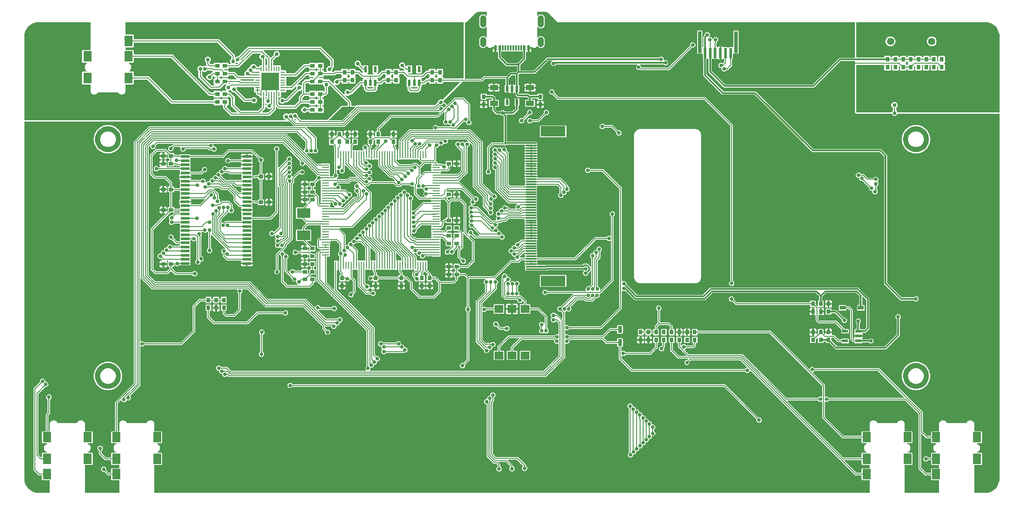
<source format=gbr>
G04 EAGLE Gerber RS-274X export*
G75*
%MOMM*%
%FSLAX34Y34*%
%LPD*%
%INTop Copper*%
%IPPOS*%
%AMOC8*
5,1,8,0,0,1.08239X$1,22.5*%
G01*
%ADD10R,0.900000X0.800000*%
%ADD11R,0.800000X0.900000*%
%ADD12R,2.600000X1.900000*%
%ADD13R,1.150000X0.600000*%
%ADD14C,1.408000*%
%ADD15R,1.600000X1.000000*%
%ADD16R,1.475000X0.275000*%
%ADD17R,0.275000X1.475000*%
%ADD18R,1.150000X0.800000*%
%ADD19R,0.600000X1.150000*%
%ADD20R,0.275000X0.850000*%
%ADD21R,0.850000X0.275000*%
%ADD22R,3.400000X3.400000*%
%ADD23R,1.650000X2.000000*%
%ADD24R,0.600000X2.000000*%
%ADD25R,0.700000X4.200000*%
%ADD26R,0.600000X1.100000*%
%ADD27R,0.300000X1.100000*%
%ADD28C,1.200000*%
%ADD29R,2.000000X0.300000*%
%ADD30R,4.800000X2.000000*%
%ADD31R,1.800000X0.500000*%
%ADD32R,1.780000X1.520000*%
%ADD33R,0.800000X1.350000*%
%ADD34C,0.203200*%
%ADD35C,0.704800*%
%ADD36C,0.200000*%
%ADD37C,0.304800*%

G36*
X920019Y-457406D02*
X920019Y-457406D01*
X920059Y-457407D01*
X924229Y-457079D01*
X924243Y-457075D01*
X924258Y-457076D01*
X924402Y-457044D01*
X932335Y-454467D01*
X932374Y-454447D01*
X932416Y-454435D01*
X932544Y-454360D01*
X939292Y-449458D01*
X939323Y-449426D01*
X939359Y-449402D01*
X939458Y-449292D01*
X944360Y-442544D01*
X944380Y-442504D01*
X944408Y-442470D01*
X944467Y-442335D01*
X947044Y-434402D01*
X947047Y-434388D01*
X947047Y-434387D01*
X947053Y-434375D01*
X947079Y-434229D01*
X947407Y-430059D01*
X947405Y-430040D01*
X947409Y-430000D01*
X947409Y278448D01*
X947405Y278472D01*
X947408Y278497D01*
X947386Y278592D01*
X947370Y278689D01*
X947358Y278710D01*
X947352Y278734D01*
X947301Y278818D01*
X947255Y278904D01*
X947237Y278921D01*
X947224Y278942D01*
X947148Y279004D01*
X947077Y279071D01*
X947054Y279081D01*
X947035Y279097D01*
X946944Y279131D01*
X946854Y279172D01*
X946830Y279174D01*
X946807Y279183D01*
X946660Y279197D01*
X749463Y279197D01*
X749439Y279193D01*
X749414Y279196D01*
X749319Y279174D01*
X749222Y279158D01*
X749201Y279146D01*
X749177Y279140D01*
X749093Y279089D01*
X749007Y279043D01*
X748990Y279025D01*
X748969Y279012D01*
X748907Y278936D01*
X748840Y278865D01*
X748830Y278842D01*
X748814Y278823D01*
X748780Y278732D01*
X748756Y278679D01*
X745756Y275679D01*
X741574Y275679D01*
X738579Y278674D01*
X738576Y278689D01*
X738565Y278710D01*
X738559Y278734D01*
X738508Y278818D01*
X738461Y278904D01*
X738444Y278921D01*
X738431Y278942D01*
X738355Y279004D01*
X738283Y279071D01*
X738261Y279081D01*
X738242Y279097D01*
X738151Y279131D01*
X738061Y279172D01*
X738037Y279174D01*
X738014Y279183D01*
X737867Y279197D01*
X668632Y279197D01*
X666697Y281132D01*
X666697Y381202D01*
X666693Y381226D01*
X666696Y381251D01*
X666674Y381346D01*
X666658Y381443D01*
X666646Y381464D01*
X666640Y381488D01*
X666589Y381572D01*
X666543Y381658D01*
X666525Y381675D01*
X666512Y381696D01*
X666436Y381758D01*
X666365Y381825D01*
X666342Y381835D01*
X666323Y381851D01*
X666232Y381885D01*
X666142Y381926D01*
X666118Y381928D01*
X666095Y381937D01*
X665948Y381951D01*
X639273Y381951D01*
X639177Y381935D01*
X639080Y381926D01*
X639057Y381916D01*
X639032Y381912D01*
X638946Y381866D01*
X638858Y381825D01*
X638832Y381804D01*
X638817Y381797D01*
X638800Y381778D01*
X638743Y381732D01*
X587463Y330451D01*
X411537Y330451D01*
X381951Y360037D01*
X381951Y385226D01*
X381947Y385250D01*
X381950Y385275D01*
X381928Y385370D01*
X381912Y385467D01*
X381900Y385488D01*
X381894Y385512D01*
X381843Y385596D01*
X381797Y385682D01*
X381779Y385699D01*
X381766Y385720D01*
X381690Y385782D01*
X381619Y385849D01*
X381596Y385859D01*
X381577Y385875D01*
X381486Y385909D01*
X381396Y385950D01*
X381394Y385950D01*
X380530Y386814D01*
X380510Y386828D01*
X380494Y386847D01*
X380411Y386899D01*
X380331Y386956D01*
X380308Y386963D01*
X380287Y386976D01*
X380192Y386998D01*
X380098Y387027D01*
X380074Y387026D01*
X380050Y387032D01*
X379952Y387022D01*
X379854Y387019D01*
X379831Y387010D01*
X379807Y387008D01*
X379718Y386968D01*
X379626Y386933D01*
X379607Y386918D01*
X379584Y386908D01*
X379470Y386814D01*
X378599Y385942D01*
X378557Y385936D01*
X378536Y385924D01*
X378512Y385918D01*
X378428Y385867D01*
X378342Y385821D01*
X378325Y385803D01*
X378304Y385790D01*
X378242Y385714D01*
X378175Y385643D01*
X378165Y385620D01*
X378149Y385601D01*
X378115Y385510D01*
X378074Y385420D01*
X378072Y385396D01*
X378063Y385373D01*
X378049Y385226D01*
X378049Y355873D01*
X378065Y355777D01*
X378074Y355680D01*
X378084Y355657D01*
X378088Y355632D01*
X378134Y355546D01*
X378175Y355458D01*
X378196Y355432D01*
X378203Y355417D01*
X378222Y355400D01*
X378268Y355343D01*
X410643Y322968D01*
X410723Y322911D01*
X410798Y322849D01*
X410821Y322841D01*
X410842Y322826D01*
X410935Y322798D01*
X411026Y322763D01*
X411059Y322760D01*
X411075Y322755D01*
X411100Y322756D01*
X411173Y322749D01*
X474063Y322749D01*
X585343Y211468D01*
X585423Y211411D01*
X585498Y211349D01*
X585521Y211341D01*
X585542Y211326D01*
X585635Y211298D01*
X585726Y211263D01*
X585759Y211260D01*
X585775Y211255D01*
X585800Y211256D01*
X585873Y211249D01*
X716963Y211249D01*
X728949Y199263D01*
X728949Y-48427D01*
X728965Y-48523D01*
X728974Y-48620D01*
X728984Y-48643D01*
X728988Y-48668D01*
X729034Y-48754D01*
X729075Y-48842D01*
X729096Y-48868D01*
X729103Y-48883D01*
X729122Y-48900D01*
X729168Y-48957D01*
X757243Y-77032D01*
X757323Y-77089D01*
X757398Y-77151D01*
X757421Y-77159D01*
X757442Y-77174D01*
X757535Y-77202D01*
X757626Y-77237D01*
X757659Y-77240D01*
X757675Y-77245D01*
X757700Y-77244D01*
X757773Y-77251D01*
X780698Y-77251D01*
X780795Y-77235D01*
X780892Y-77226D01*
X780914Y-77216D01*
X780939Y-77212D01*
X781025Y-77166D01*
X781114Y-77125D01*
X781140Y-77104D01*
X781154Y-77097D01*
X781171Y-77078D01*
X781228Y-77032D01*
X783009Y-75251D01*
X787191Y-75251D01*
X790149Y-78209D01*
X790149Y-82391D01*
X787191Y-85349D01*
X783009Y-85349D01*
X781228Y-83568D01*
X781149Y-83511D01*
X781074Y-83449D01*
X781050Y-83441D01*
X781030Y-83426D01*
X780937Y-83398D01*
X780845Y-83363D01*
X780812Y-83360D01*
X780796Y-83355D01*
X780771Y-83356D01*
X780698Y-83349D01*
X754937Y-83349D01*
X722851Y-51263D01*
X722851Y196427D01*
X722835Y196523D01*
X722826Y196620D01*
X722816Y196643D01*
X722812Y196668D01*
X722766Y196754D01*
X722725Y196842D01*
X722704Y196868D01*
X722697Y196883D01*
X722678Y196900D01*
X722632Y196957D01*
X714657Y204932D01*
X714577Y204989D01*
X714502Y205051D01*
X714479Y205059D01*
X714458Y205074D01*
X714365Y205102D01*
X714274Y205137D01*
X714241Y205140D01*
X714225Y205145D01*
X714200Y205144D01*
X714127Y205151D01*
X583037Y205151D01*
X471757Y316432D01*
X471677Y316489D01*
X471602Y316551D01*
X471579Y316559D01*
X471558Y316574D01*
X471465Y316602D01*
X471374Y316637D01*
X471341Y316640D01*
X471325Y316645D01*
X471300Y316644D01*
X471227Y316651D01*
X408337Y316651D01*
X371951Y353037D01*
X371951Y385226D01*
X371947Y385250D01*
X371950Y385275D01*
X371928Y385370D01*
X371912Y385467D01*
X371900Y385488D01*
X371894Y385512D01*
X371843Y385596D01*
X371797Y385682D01*
X371779Y385699D01*
X371766Y385720D01*
X371690Y385782D01*
X371619Y385849D01*
X371596Y385859D01*
X371577Y385875D01*
X371486Y385909D01*
X371396Y385950D01*
X371394Y385950D01*
X370475Y386868D01*
X370475Y395510D01*
X370463Y395583D01*
X370461Y395656D01*
X370444Y395702D01*
X370436Y395751D01*
X370401Y395816D01*
X370375Y395884D01*
X370344Y395923D01*
X370321Y395966D01*
X370267Y396016D01*
X370220Y396073D01*
X370178Y396099D01*
X370143Y396133D01*
X370076Y396163D01*
X370013Y396202D01*
X369965Y396213D01*
X369920Y396234D01*
X369847Y396241D01*
X369776Y396258D01*
X369727Y396253D01*
X369677Y396258D01*
X369606Y396241D01*
X369533Y396234D01*
X369488Y396214D01*
X369440Y396203D01*
X369377Y396164D01*
X369310Y396134D01*
X369254Y396087D01*
X369232Y396074D01*
X369222Y396061D01*
X369196Y396040D01*
X369132Y395975D01*
X360868Y395975D01*
X359975Y396868D01*
X359975Y440132D01*
X360868Y441025D01*
X369132Y441025D01*
X370025Y440132D01*
X370025Y409490D01*
X370037Y409417D01*
X370039Y409344D01*
X370056Y409298D01*
X370064Y409249D01*
X370099Y409184D01*
X370125Y409116D01*
X370156Y409077D01*
X370179Y409034D01*
X370233Y408984D01*
X370280Y408927D01*
X370322Y408901D01*
X370357Y408867D01*
X370424Y408837D01*
X370487Y408798D01*
X370535Y408787D01*
X370580Y408766D01*
X370653Y408759D01*
X370724Y408742D01*
X370773Y408747D01*
X370823Y408742D01*
X370894Y408759D01*
X370967Y408766D01*
X371012Y408786D01*
X371060Y408797D01*
X371123Y408836D01*
X371190Y408866D01*
X371246Y408913D01*
X371268Y408926D01*
X371278Y408939D01*
X371304Y408960D01*
X371401Y409058D01*
X371443Y409064D01*
X371464Y409076D01*
X371488Y409082D01*
X371572Y409133D01*
X371658Y409179D01*
X371675Y409197D01*
X371696Y409210D01*
X371758Y409286D01*
X371825Y409357D01*
X371835Y409380D01*
X371851Y409399D01*
X371885Y409490D01*
X371926Y409580D01*
X371928Y409604D01*
X371937Y409627D01*
X371951Y409774D01*
X371951Y429763D01*
X374032Y431843D01*
X374089Y431923D01*
X374151Y431998D01*
X374159Y432021D01*
X374174Y432042D01*
X374202Y432135D01*
X374237Y432226D01*
X374240Y432259D01*
X374245Y432275D01*
X374244Y432300D01*
X374251Y432373D01*
X374251Y434891D01*
X377209Y437849D01*
X381391Y437849D01*
X384349Y434891D01*
X384349Y430709D01*
X383268Y429628D01*
X383225Y429568D01*
X383175Y429514D01*
X383154Y429470D01*
X383126Y429429D01*
X383104Y429359D01*
X383074Y429292D01*
X383069Y429243D01*
X383055Y429196D01*
X383057Y429123D01*
X383050Y429049D01*
X383061Y429001D01*
X383063Y428952D01*
X383088Y428883D01*
X383105Y428812D01*
X383131Y428770D01*
X383148Y428724D01*
X383195Y428667D01*
X383234Y428604D01*
X383272Y428573D01*
X383303Y428535D01*
X383366Y428496D01*
X383422Y428449D01*
X383468Y428432D01*
X383510Y428406D01*
X383582Y428389D01*
X383651Y428363D01*
X383724Y428356D01*
X383748Y428350D01*
X383764Y428352D01*
X383798Y428349D01*
X386591Y428349D01*
X389370Y425570D01*
X389390Y425555D01*
X389406Y425537D01*
X389489Y425485D01*
X389569Y425428D01*
X389592Y425421D01*
X389613Y425408D01*
X389708Y425385D01*
X389802Y425357D01*
X389827Y425358D01*
X389850Y425352D01*
X389948Y425361D01*
X390046Y425365D01*
X390069Y425373D01*
X390093Y425376D01*
X390182Y425416D01*
X390274Y425451D01*
X390293Y425466D01*
X390316Y425476D01*
X390430Y425570D01*
X393409Y428549D01*
X397591Y428549D01*
X400549Y425591D01*
X400549Y421409D01*
X398260Y419120D01*
X398203Y419041D01*
X398141Y418966D01*
X398133Y418942D01*
X398118Y418922D01*
X398090Y418829D01*
X398055Y418737D01*
X398052Y418704D01*
X398047Y418688D01*
X398048Y418663D01*
X398041Y418590D01*
X398041Y417448D01*
X397760Y417167D01*
X397703Y417088D01*
X397641Y417012D01*
X397633Y416989D01*
X397618Y416969D01*
X397590Y416875D01*
X397555Y416784D01*
X397552Y416751D01*
X397547Y416735D01*
X397548Y416710D01*
X397541Y416637D01*
X397541Y409774D01*
X397545Y409750D01*
X397542Y409725D01*
X397564Y409630D01*
X397580Y409533D01*
X397592Y409512D01*
X397598Y409488D01*
X397649Y409404D01*
X397695Y409318D01*
X397713Y409301D01*
X397726Y409280D01*
X397802Y409218D01*
X397873Y409151D01*
X397896Y409141D01*
X397915Y409125D01*
X398006Y409091D01*
X398096Y409050D01*
X398120Y409048D01*
X398143Y409039D01*
X398290Y409025D01*
X398632Y409025D01*
X398775Y408882D01*
X398894Y408796D01*
X398973Y408739D01*
X399072Y408709D01*
X399206Y408669D01*
X399207Y408669D01*
X399309Y408672D01*
X399450Y408676D01*
X399547Y408713D01*
X399679Y408762D01*
X399775Y408841D01*
X399867Y408917D01*
X399868Y408917D01*
X399954Y409037D01*
X399967Y409060D01*
X400440Y409533D01*
X401019Y409868D01*
X401666Y410041D01*
X403501Y410041D01*
X403501Y398250D01*
X403505Y398226D01*
X403502Y398202D01*
X403525Y398106D01*
X403541Y398009D01*
X403552Y397988D01*
X403558Y397964D01*
X403609Y397881D01*
X403656Y397794D01*
X403673Y397777D01*
X403686Y397757D01*
X403762Y397694D01*
X403834Y397627D01*
X403856Y397617D01*
X403875Y397602D01*
X403966Y397567D01*
X404056Y397526D01*
X404080Y397524D01*
X404103Y397515D01*
X404250Y397501D01*
X405750Y397501D01*
X405774Y397505D01*
X405798Y397502D01*
X405894Y397525D01*
X405991Y397541D01*
X406012Y397552D01*
X406036Y397558D01*
X406119Y397609D01*
X406206Y397656D01*
X406223Y397673D01*
X406243Y397686D01*
X406306Y397762D01*
X406373Y397834D01*
X406383Y397856D01*
X406398Y397875D01*
X406433Y397966D01*
X406474Y398056D01*
X406476Y398080D01*
X406485Y398103D01*
X406499Y398250D01*
X406499Y410041D01*
X408334Y410041D01*
X408981Y409868D01*
X409560Y409533D01*
X410033Y409060D01*
X410046Y409037D01*
X410145Y408917D01*
X410201Y408848D01*
X410312Y408779D01*
X410408Y408719D01*
X410544Y408687D01*
X410646Y408664D01*
X410786Y408677D01*
X410889Y408687D01*
X411004Y408739D01*
X411111Y408788D01*
X411112Y408788D01*
X411225Y408882D01*
X411368Y409025D01*
X418632Y409025D01*
X419470Y408186D01*
X419490Y408172D01*
X419506Y408153D01*
X419575Y408110D01*
X419617Y408075D01*
X419634Y408069D01*
X419669Y408044D01*
X419692Y408037D01*
X419713Y408024D01*
X419808Y408002D01*
X419828Y407996D01*
X419845Y407989D01*
X419851Y407988D01*
X419902Y407973D01*
X419927Y407974D01*
X419950Y407968D01*
X420048Y407978D01*
X420146Y407981D01*
X420169Y407990D01*
X420193Y407992D01*
X420239Y408013D01*
X420249Y408014D01*
X420282Y408032D01*
X420283Y408032D01*
X420374Y408067D01*
X420393Y408082D01*
X420416Y408092D01*
X420454Y408124D01*
X420464Y408129D01*
X420475Y408141D01*
X420530Y408186D01*
X421368Y409025D01*
X428632Y409025D01*
X428696Y408960D01*
X428756Y408917D01*
X428810Y408867D01*
X428854Y408847D01*
X428895Y408818D01*
X428965Y408797D01*
X429032Y408766D01*
X429081Y408761D01*
X429128Y408747D01*
X429201Y408749D01*
X429275Y408742D01*
X429323Y408753D01*
X429372Y408755D01*
X429441Y408781D01*
X429512Y408797D01*
X429554Y408823D01*
X429600Y408841D01*
X429657Y408887D01*
X429720Y408926D01*
X429751Y408964D01*
X429789Y408995D01*
X429828Y409058D01*
X429875Y409115D01*
X429892Y409161D01*
X429918Y409203D01*
X429935Y409274D01*
X429961Y409343D01*
X429968Y409416D01*
X429974Y409440D01*
X429972Y409457D01*
X429975Y409490D01*
X429975Y440132D01*
X430868Y441025D01*
X439132Y441025D01*
X440025Y440132D01*
X440025Y396868D01*
X439132Y395975D01*
X430868Y395975D01*
X430804Y396040D01*
X430744Y396083D01*
X430690Y396133D01*
X430646Y396153D01*
X430605Y396182D01*
X430535Y396203D01*
X430468Y396234D01*
X430419Y396239D01*
X430372Y396253D01*
X430299Y396251D01*
X430225Y396258D01*
X430177Y396247D01*
X430128Y396245D01*
X430059Y396219D01*
X429988Y396203D01*
X429946Y396177D01*
X429900Y396159D01*
X429843Y396113D01*
X429780Y396074D01*
X429749Y396036D01*
X429711Y396005D01*
X429672Y395942D01*
X429625Y395885D01*
X429608Y395839D01*
X429582Y395797D01*
X429565Y395726D01*
X429539Y395657D01*
X429532Y395584D01*
X429526Y395560D01*
X429528Y395543D01*
X429525Y395510D01*
X429525Y386868D01*
X428632Y385975D01*
X428290Y385975D01*
X428266Y385971D01*
X428241Y385974D01*
X428146Y385952D01*
X428049Y385936D01*
X428028Y385924D01*
X428004Y385918D01*
X427920Y385867D01*
X427834Y385821D01*
X427817Y385803D01*
X427796Y385790D01*
X427734Y385714D01*
X427667Y385643D01*
X427657Y385620D01*
X427641Y385601D01*
X427607Y385510D01*
X427566Y385420D01*
X427564Y385396D01*
X427555Y385373D01*
X427541Y385226D01*
X427541Y372948D01*
X419052Y364459D01*
X416910Y364459D01*
X416813Y364443D01*
X416716Y364434D01*
X416694Y364424D01*
X416669Y364420D01*
X416583Y364374D01*
X416494Y364333D01*
X416468Y364312D01*
X416454Y364305D01*
X416437Y364286D01*
X416380Y364240D01*
X414091Y361951D01*
X409909Y361951D01*
X406951Y364909D01*
X406951Y367566D01*
X406947Y367590D01*
X406950Y367615D01*
X406928Y367710D01*
X406912Y367807D01*
X406900Y367828D01*
X406894Y367852D01*
X406843Y367936D01*
X406797Y368022D01*
X406779Y368039D01*
X406766Y368060D01*
X406690Y368122D01*
X406619Y368189D01*
X406596Y368199D01*
X406577Y368215D01*
X406486Y368249D01*
X406396Y368290D01*
X406372Y368292D01*
X406349Y368301D01*
X406202Y368315D01*
X404150Y368315D01*
X401193Y371273D01*
X401193Y375455D01*
X404150Y378413D01*
X408333Y378413D01*
X409196Y377549D01*
X409216Y377535D01*
X409232Y377516D01*
X409315Y377464D01*
X409395Y377407D01*
X409418Y377400D01*
X409439Y377387D01*
X409534Y377365D01*
X409628Y377336D01*
X409653Y377337D01*
X409676Y377331D01*
X409774Y377341D01*
X409872Y377344D01*
X409895Y377353D01*
X409919Y377355D01*
X410009Y377395D01*
X410100Y377430D01*
X410119Y377445D01*
X410142Y377455D01*
X410256Y377549D01*
X412240Y379533D01*
X412297Y379612D01*
X412359Y379688D01*
X412367Y379711D01*
X412382Y379731D01*
X412410Y379825D01*
X412445Y379916D01*
X412448Y379949D01*
X412453Y379965D01*
X412452Y379990D01*
X412459Y380063D01*
X412459Y385226D01*
X412455Y385250D01*
X412458Y385275D01*
X412436Y385370D01*
X412420Y385467D01*
X412408Y385488D01*
X412402Y385512D01*
X412351Y385596D01*
X412305Y385682D01*
X412287Y385699D01*
X412274Y385720D01*
X412198Y385782D01*
X412127Y385849D01*
X412104Y385859D01*
X412085Y385875D01*
X411994Y385909D01*
X411904Y385950D01*
X411880Y385952D01*
X411857Y385961D01*
X411710Y385975D01*
X411368Y385975D01*
X411225Y386118D01*
X411117Y386196D01*
X411027Y386261D01*
X410943Y386286D01*
X410794Y386331D01*
X410793Y386331D01*
X410691Y386328D01*
X410550Y386324D01*
X410449Y386286D01*
X410321Y386238D01*
X410175Y386118D01*
X410133Y386083D01*
X410132Y386083D01*
X410046Y385963D01*
X410033Y385940D01*
X409560Y385467D01*
X408981Y385132D01*
X408334Y384959D01*
X406499Y384959D01*
X406499Y396750D01*
X406496Y396769D01*
X406498Y396784D01*
X406497Y396789D01*
X406498Y396798D01*
X406475Y396894D01*
X406459Y396991D01*
X406448Y397012D01*
X406442Y397036D01*
X406391Y397119D01*
X406344Y397206D01*
X406327Y397223D01*
X406314Y397243D01*
X406238Y397306D01*
X406166Y397373D01*
X406144Y397383D01*
X406125Y397398D01*
X406034Y397433D01*
X405944Y397474D01*
X405920Y397476D01*
X405897Y397485D01*
X405750Y397499D01*
X404250Y397499D01*
X404226Y397495D01*
X404202Y397498D01*
X404106Y397475D01*
X404009Y397459D01*
X403988Y397448D01*
X403964Y397442D01*
X403880Y397391D01*
X403794Y397344D01*
X403777Y397327D01*
X403757Y397314D01*
X403694Y397238D01*
X403627Y397166D01*
X403617Y397144D01*
X403602Y397125D01*
X403567Y397034D01*
X403526Y396944D01*
X403524Y396920D01*
X403515Y396897D01*
X403501Y396750D01*
X403501Y384959D01*
X401666Y384959D01*
X401019Y385132D01*
X400440Y385467D01*
X399967Y385940D01*
X399954Y385963D01*
X399858Y386080D01*
X399799Y386152D01*
X399702Y386212D01*
X399592Y386281D01*
X399458Y386312D01*
X399354Y386336D01*
X399214Y386323D01*
X399111Y386313D01*
X398946Y386238D01*
X398889Y386212D01*
X398888Y386212D01*
X398775Y386118D01*
X398632Y385975D01*
X391368Y385975D01*
X390530Y386814D01*
X390510Y386828D01*
X390494Y386847D01*
X390411Y386899D01*
X390331Y386956D01*
X390308Y386963D01*
X390287Y386976D01*
X390192Y386998D01*
X390098Y387027D01*
X390074Y387026D01*
X390050Y387032D01*
X389952Y387022D01*
X389854Y387019D01*
X389831Y387010D01*
X389807Y387008D01*
X389718Y386968D01*
X389626Y386933D01*
X389607Y386918D01*
X389584Y386908D01*
X389470Y386814D01*
X388599Y385942D01*
X388557Y385936D01*
X388536Y385924D01*
X388512Y385918D01*
X388428Y385867D01*
X388342Y385821D01*
X388325Y385803D01*
X388304Y385790D01*
X388242Y385714D01*
X388175Y385643D01*
X388165Y385620D01*
X388149Y385601D01*
X388115Y385510D01*
X388074Y385420D01*
X388072Y385396D01*
X388063Y385373D01*
X388049Y385226D01*
X388049Y362873D01*
X388065Y362777D01*
X388074Y362680D01*
X388084Y362657D01*
X388088Y362632D01*
X388134Y362546D01*
X388175Y362458D01*
X388196Y362432D01*
X388203Y362417D01*
X388222Y362400D01*
X388268Y362343D01*
X413843Y336768D01*
X413923Y336711D01*
X413998Y336649D01*
X414021Y336641D01*
X414042Y336626D01*
X414135Y336598D01*
X414226Y336563D01*
X414259Y336560D01*
X414275Y336555D01*
X414300Y336556D01*
X414373Y336549D01*
X584627Y336549D01*
X584723Y336565D01*
X584820Y336574D01*
X584843Y336584D01*
X584868Y336588D01*
X584954Y336634D01*
X585042Y336675D01*
X585068Y336696D01*
X585083Y336703D01*
X585100Y336722D01*
X585157Y336768D01*
X636437Y388049D01*
X665948Y388049D01*
X665972Y388053D01*
X665997Y388050D01*
X666092Y388072D01*
X666189Y388088D01*
X666210Y388100D01*
X666234Y388106D01*
X666318Y388157D01*
X666404Y388203D01*
X666421Y388221D01*
X666442Y388234D01*
X666504Y388310D01*
X666571Y388381D01*
X666581Y388404D01*
X666597Y388423D01*
X666631Y388514D01*
X666672Y388604D01*
X666674Y388628D01*
X666683Y388651D01*
X666697Y388798D01*
X666697Y456660D01*
X666693Y456684D01*
X666696Y456709D01*
X666674Y456804D01*
X666658Y456901D01*
X666646Y456922D01*
X666640Y456946D01*
X666589Y457030D01*
X666543Y457116D01*
X666525Y457133D01*
X666512Y457154D01*
X666436Y457216D01*
X666365Y457283D01*
X666342Y457293D01*
X666323Y457309D01*
X666232Y457343D01*
X666142Y457384D01*
X666118Y457386D01*
X666095Y457395D01*
X665948Y457409D01*
X88927Y457409D01*
X73268Y473069D01*
X73091Y473245D01*
X72289Y474047D01*
X72271Y474060D01*
X72235Y474096D01*
X70609Y475431D01*
X70577Y475449D01*
X70550Y475474D01*
X70420Y475544D01*
X66552Y477146D01*
X66516Y477154D01*
X66483Y477171D01*
X66339Y477199D01*
X64245Y477406D01*
X64223Y477404D01*
X64172Y477409D01*
X49540Y477409D01*
X49516Y477405D01*
X49491Y477408D01*
X49396Y477386D01*
X49299Y477370D01*
X49278Y477358D01*
X49254Y477352D01*
X49170Y477301D01*
X49084Y477255D01*
X49067Y477237D01*
X49046Y477224D01*
X48984Y477148D01*
X48917Y477077D01*
X48907Y477054D01*
X48891Y477035D01*
X48857Y476944D01*
X48816Y476854D01*
X48814Y476830D01*
X48805Y476807D01*
X48791Y476660D01*
X48791Y470041D01*
X48803Y469969D01*
X48805Y469895D01*
X48822Y469849D01*
X48830Y469800D01*
X48865Y469736D01*
X48891Y469667D01*
X48922Y469629D01*
X48945Y469585D01*
X48999Y469535D01*
X49046Y469478D01*
X49088Y469452D01*
X49123Y469418D01*
X49190Y469388D01*
X49253Y469349D01*
X49301Y469338D01*
X49346Y469318D01*
X49419Y469310D01*
X49490Y469294D01*
X49539Y469298D01*
X49589Y469293D01*
X49660Y469310D01*
X49733Y469317D01*
X49778Y469338D01*
X49826Y469349D01*
X49889Y469387D01*
X49956Y469418D01*
X50012Y469464D01*
X50034Y469477D01*
X50044Y469490D01*
X50070Y469511D01*
X51938Y471379D01*
X54703Y472525D01*
X57697Y472525D01*
X60462Y471379D01*
X62579Y469262D01*
X63725Y466497D01*
X63725Y451503D01*
X62579Y448738D01*
X60462Y446621D01*
X57697Y445475D01*
X54703Y445475D01*
X51938Y446621D01*
X50070Y448489D01*
X50010Y448531D01*
X49956Y448582D01*
X49912Y448602D01*
X49871Y448631D01*
X49801Y448652D01*
X49734Y448682D01*
X49685Y448687D01*
X49638Y448702D01*
X49565Y448699D01*
X49491Y448707D01*
X49443Y448695D01*
X49394Y448694D01*
X49325Y448668D01*
X49254Y448651D01*
X49212Y448625D01*
X49166Y448608D01*
X49109Y448561D01*
X49046Y448523D01*
X49015Y448485D01*
X48977Y448453D01*
X48938Y448391D01*
X48891Y448334D01*
X48874Y448288D01*
X48848Y448246D01*
X48831Y448175D01*
X48805Y448106D01*
X48798Y448033D01*
X48792Y448009D01*
X48794Y447992D01*
X48791Y447959D01*
X48791Y428041D01*
X48803Y427969D01*
X48805Y427895D01*
X48822Y427849D01*
X48830Y427800D01*
X48865Y427736D01*
X48891Y427667D01*
X48922Y427629D01*
X48945Y427585D01*
X48999Y427535D01*
X49046Y427478D01*
X49088Y427452D01*
X49123Y427418D01*
X49190Y427388D01*
X49253Y427349D01*
X49301Y427338D01*
X49346Y427318D01*
X49419Y427310D01*
X49490Y427294D01*
X49539Y427298D01*
X49589Y427293D01*
X49660Y427310D01*
X49733Y427317D01*
X49778Y427338D01*
X49826Y427349D01*
X49889Y427387D01*
X49956Y427418D01*
X50012Y427464D01*
X50034Y427477D01*
X50044Y427490D01*
X50070Y427511D01*
X51938Y429379D01*
X54703Y430525D01*
X57697Y430525D01*
X60462Y429379D01*
X62579Y427262D01*
X63725Y424497D01*
X63725Y413503D01*
X62579Y410738D01*
X60462Y408621D01*
X57697Y407475D01*
X54703Y407475D01*
X51938Y408621D01*
X49821Y410738D01*
X49792Y410808D01*
X49777Y410831D01*
X49769Y410857D01*
X49713Y410934D01*
X49663Y411015D01*
X49642Y411033D01*
X49625Y411055D01*
X49548Y411110D01*
X49474Y411170D01*
X49449Y411180D01*
X49426Y411195D01*
X49335Y411222D01*
X49246Y411256D01*
X49219Y411257D01*
X49192Y411265D01*
X49097Y411261D01*
X49002Y411264D01*
X48976Y411256D01*
X48948Y411255D01*
X48859Y411221D01*
X48769Y411193D01*
X48746Y411177D01*
X48721Y411168D01*
X48647Y411107D01*
X48570Y411051D01*
X48554Y411029D01*
X48533Y411011D01*
X48448Y410891D01*
X47318Y408899D01*
X44725Y407375D01*
X44574Y407374D01*
X44483Y407358D01*
X44434Y407354D01*
X43206Y407363D01*
X43202Y407362D01*
X43195Y407363D01*
X41985Y407354D01*
X41974Y407358D01*
X41933Y407362D01*
X41914Y407368D01*
X41889Y407367D01*
X41827Y407374D01*
X41676Y407375D01*
X39083Y408899D01*
X38942Y409147D01*
X38909Y409188D01*
X38885Y409234D01*
X38833Y409282D01*
X38788Y409337D01*
X38744Y409365D01*
X38706Y409401D01*
X38642Y409430D01*
X38582Y409468D01*
X38532Y409480D01*
X38484Y409501D01*
X38414Y409508D01*
X38345Y409525D01*
X38293Y409520D01*
X38241Y409525D01*
X38172Y409509D01*
X38102Y409503D01*
X38055Y409482D01*
X38004Y409470D01*
X37944Y409433D01*
X37879Y409404D01*
X37841Y409369D01*
X37796Y409342D01*
X37751Y409287D01*
X37699Y409239D01*
X37675Y409193D01*
X37641Y409153D01*
X37617Y409087D01*
X37583Y409025D01*
X37578Y408999D01*
X32750Y408999D01*
X32726Y408995D01*
X32702Y408998D01*
X32606Y408975D01*
X32509Y408959D01*
X32488Y408948D01*
X32464Y408942D01*
X32381Y408891D01*
X32294Y408844D01*
X32277Y408827D01*
X32257Y408814D01*
X32194Y408738D01*
X32127Y408666D01*
X32117Y408644D01*
X32102Y408625D01*
X32067Y408534D01*
X32026Y408444D01*
X32024Y408420D01*
X32015Y408397D01*
X32001Y408250D01*
X32001Y407499D01*
X31250Y407499D01*
X31226Y407495D01*
X31202Y407498D01*
X31106Y407475D01*
X31009Y407459D01*
X30988Y407448D01*
X30964Y407442D01*
X30880Y407391D01*
X30794Y407344D01*
X30777Y407327D01*
X30757Y407314D01*
X30694Y407238D01*
X30627Y407166D01*
X30617Y407144D01*
X30602Y407125D01*
X30567Y407034D01*
X30526Y406944D01*
X30524Y406920D01*
X30515Y406897D01*
X30501Y406750D01*
X30501Y399459D01*
X28666Y399459D01*
X27992Y399640D01*
X27879Y399651D01*
X27749Y399664D01*
X27646Y399640D01*
X27512Y399608D01*
X27511Y399608D01*
X27435Y399561D01*
X27304Y399480D01*
X27223Y399381D01*
X27149Y399291D01*
X27105Y399175D01*
X27063Y399063D01*
X27063Y399062D01*
X27049Y398916D01*
X27049Y384737D01*
X16268Y373957D01*
X16211Y373877D01*
X16149Y373802D01*
X16141Y373779D01*
X16126Y373758D01*
X16098Y373665D01*
X16063Y373574D01*
X16060Y373541D01*
X16055Y373525D01*
X16056Y373500D01*
X16049Y373427D01*
X16049Y364298D01*
X16053Y364274D01*
X16050Y364249D01*
X16072Y364154D01*
X16088Y364057D01*
X16100Y364036D01*
X16106Y364012D01*
X16157Y363928D01*
X16203Y363842D01*
X16221Y363825D01*
X16234Y363804D01*
X16310Y363742D01*
X16381Y363675D01*
X16404Y363665D01*
X16423Y363649D01*
X16514Y363615D01*
X16604Y363574D01*
X16628Y363572D01*
X16651Y363563D01*
X16798Y363549D01*
X42527Y363549D01*
X42623Y363565D01*
X42720Y363574D01*
X42743Y363584D01*
X42768Y363588D01*
X42854Y363634D01*
X42942Y363675D01*
X42968Y363696D01*
X42983Y363703D01*
X43000Y363722D01*
X43057Y363768D01*
X68037Y388749D01*
X285598Y388749D01*
X285695Y388765D01*
X285792Y388774D01*
X285814Y388784D01*
X285839Y388788D01*
X285925Y388834D01*
X286014Y388875D01*
X286040Y388896D01*
X286054Y388903D01*
X286071Y388922D01*
X286128Y388968D01*
X287909Y390749D01*
X292091Y390749D01*
X295049Y387791D01*
X295049Y383698D01*
X295061Y383625D01*
X295063Y383552D01*
X295080Y383505D01*
X295088Y383457D01*
X295123Y383392D01*
X295149Y383323D01*
X295180Y383285D01*
X295203Y383242D01*
X295257Y383191D01*
X295304Y383135D01*
X295346Y383108D01*
X295381Y383075D01*
X295448Y383044D01*
X295511Y383006D01*
X295559Y382994D01*
X295604Y382974D01*
X295677Y382967D01*
X295748Y382950D01*
X295797Y382955D01*
X295847Y382950D01*
X295918Y382967D01*
X295991Y382974D01*
X296036Y382994D01*
X296084Y383005D01*
X296147Y383044D01*
X296214Y383074D01*
X296270Y383121D01*
X296292Y383134D01*
X296302Y383147D01*
X296328Y383168D01*
X296409Y383249D01*
X300591Y383249D01*
X303549Y380291D01*
X303549Y376109D01*
X300591Y373151D01*
X296409Y373151D01*
X294628Y374932D01*
X294549Y374989D01*
X294474Y375051D01*
X294450Y375059D01*
X294430Y375074D01*
X294337Y375102D01*
X294245Y375137D01*
X294212Y375140D01*
X294196Y375145D01*
X294171Y375144D01*
X294098Y375151D01*
X249698Y375151D01*
X249625Y375139D01*
X249552Y375137D01*
X249506Y375120D01*
X249457Y375112D01*
X249392Y375077D01*
X249323Y375051D01*
X249285Y375020D01*
X249242Y374997D01*
X249191Y374943D01*
X249135Y374896D01*
X249108Y374854D01*
X249075Y374819D01*
X249044Y374752D01*
X249006Y374689D01*
X248994Y374641D01*
X248974Y374596D01*
X248967Y374523D01*
X248950Y374452D01*
X248955Y374403D01*
X248950Y374353D01*
X248967Y374282D01*
X248974Y374209D01*
X248994Y374164D01*
X249005Y374116D01*
X249044Y374053D01*
X249074Y373986D01*
X249121Y373930D01*
X249134Y373908D01*
X249147Y373898D01*
X249168Y373872D01*
X251049Y371991D01*
X251049Y369714D01*
X251053Y369690D01*
X251050Y369665D01*
X251072Y369570D01*
X251088Y369473D01*
X251100Y369452D01*
X251106Y369428D01*
X251157Y369344D01*
X251203Y369258D01*
X251221Y369241D01*
X251234Y369220D01*
X251310Y369158D01*
X251381Y369091D01*
X251404Y369081D01*
X251423Y369065D01*
X251514Y369031D01*
X251604Y368990D01*
X251628Y368988D01*
X251651Y368979D01*
X251798Y368965D01*
X303084Y368965D01*
X303180Y368981D01*
X303277Y368990D01*
X303300Y369000D01*
X303325Y369004D01*
X303411Y369050D01*
X303499Y369091D01*
X303525Y369112D01*
X303540Y369119D01*
X303557Y369138D01*
X303614Y369184D01*
X305140Y370710D01*
X305197Y370790D01*
X345832Y411425D01*
X345889Y411504D01*
X345951Y411580D01*
X345959Y411603D01*
X345974Y411623D01*
X346002Y411717D01*
X346037Y411808D01*
X346040Y411841D01*
X346045Y411857D01*
X346044Y411882D01*
X346051Y411955D01*
X346051Y415191D01*
X349009Y418149D01*
X353191Y418149D01*
X356149Y415191D01*
X356149Y411009D01*
X353191Y408051D01*
X349955Y408051D01*
X349858Y408035D01*
X349762Y408026D01*
X349739Y408016D01*
X349714Y408012D01*
X349628Y407966D01*
X349539Y407925D01*
X349514Y407904D01*
X349499Y407897D01*
X349482Y407878D01*
X349425Y407832D01*
X308828Y367235D01*
X308825Y367233D01*
X308799Y367212D01*
X308784Y367205D01*
X308767Y367186D01*
X308710Y367140D01*
X305486Y363915D01*
X248414Y363915D01*
X247698Y364632D01*
X247618Y364689D01*
X247543Y364751D01*
X247520Y364759D01*
X247499Y364774D01*
X247406Y364802D01*
X247315Y364837D01*
X247282Y364840D01*
X247266Y364845D01*
X247241Y364844D01*
X247168Y364851D01*
X243909Y364851D01*
X240951Y367809D01*
X240951Y371991D01*
X242832Y373872D01*
X242875Y373932D01*
X242925Y373986D01*
X242946Y374030D01*
X242974Y374071D01*
X242996Y374141D01*
X243026Y374208D01*
X243031Y374257D01*
X243045Y374304D01*
X243043Y374377D01*
X243050Y374451D01*
X243039Y374499D01*
X243037Y374548D01*
X243012Y374617D01*
X242995Y374688D01*
X242969Y374730D01*
X242952Y374776D01*
X242905Y374833D01*
X242866Y374896D01*
X242828Y374927D01*
X242797Y374965D01*
X242734Y375004D01*
X242678Y375051D01*
X242632Y375068D01*
X242590Y375094D01*
X242518Y375111D01*
X242449Y375137D01*
X242376Y375144D01*
X242352Y375150D01*
X242336Y375148D01*
X242302Y375151D01*
X86002Y375151D01*
X85905Y375135D01*
X85808Y375126D01*
X85786Y375116D01*
X85761Y375112D01*
X85675Y375066D01*
X85586Y375025D01*
X85560Y375004D01*
X85546Y374997D01*
X85529Y374978D01*
X85472Y374932D01*
X82791Y372251D01*
X78609Y372251D01*
X75651Y375209D01*
X75651Y379391D01*
X77632Y381372D01*
X77675Y381432D01*
X77725Y381486D01*
X77746Y381530D01*
X77774Y381571D01*
X77796Y381641D01*
X77826Y381708D01*
X77831Y381757D01*
X77845Y381804D01*
X77843Y381877D01*
X77850Y381951D01*
X77839Y381999D01*
X77837Y382048D01*
X77812Y382117D01*
X77795Y382188D01*
X77769Y382230D01*
X77752Y382276D01*
X77705Y382333D01*
X77666Y382396D01*
X77628Y382427D01*
X77597Y382465D01*
X77534Y382504D01*
X77478Y382551D01*
X77432Y382568D01*
X77390Y382594D01*
X77318Y382611D01*
X77249Y382637D01*
X77176Y382644D01*
X77152Y382650D01*
X77136Y382648D01*
X77102Y382651D01*
X70873Y382651D01*
X70777Y382635D01*
X70680Y382626D01*
X70657Y382616D01*
X70632Y382612D01*
X70546Y382566D01*
X70458Y382525D01*
X70432Y382504D01*
X70417Y382497D01*
X70400Y382478D01*
X70343Y382432D01*
X45363Y357451D01*
X14573Y357451D01*
X14477Y357435D01*
X14380Y357426D01*
X14357Y357416D01*
X14332Y357412D01*
X14246Y357366D01*
X14158Y357325D01*
X14132Y357304D01*
X14117Y357297D01*
X14100Y357278D01*
X14043Y357232D01*
X12768Y355957D01*
X12711Y355877D01*
X12649Y355802D01*
X12641Y355779D01*
X12626Y355758D01*
X12598Y355665D01*
X12563Y355574D01*
X12560Y355541D01*
X12555Y355525D01*
X12556Y355500D01*
X12549Y355427D01*
X12549Y336024D01*
X12551Y336008D01*
X12550Y335998D01*
X12552Y335991D01*
X12550Y335975D01*
X12572Y335880D01*
X12588Y335783D01*
X12600Y335762D01*
X12606Y335738D01*
X12657Y335654D01*
X12703Y335568D01*
X12721Y335551D01*
X12734Y335530D01*
X12810Y335468D01*
X12881Y335401D01*
X12904Y335391D01*
X12923Y335375D01*
X13014Y335341D01*
X13104Y335300D01*
X13106Y335300D01*
X14025Y334382D01*
X14025Y321618D01*
X13099Y320692D01*
X13057Y320686D01*
X13036Y320674D01*
X13012Y320668D01*
X12928Y320617D01*
X12842Y320571D01*
X12825Y320553D01*
X12804Y320540D01*
X12742Y320464D01*
X12675Y320393D01*
X12665Y320370D01*
X12649Y320351D01*
X12615Y320260D01*
X12574Y320170D01*
X12572Y320146D01*
X12563Y320123D01*
X12549Y319976D01*
X12549Y319073D01*
X12565Y318977D01*
X12574Y318880D01*
X12584Y318857D01*
X12588Y318832D01*
X12634Y318746D01*
X12675Y318658D01*
X12696Y318632D01*
X12703Y318617D01*
X12722Y318600D01*
X12768Y318543D01*
X13043Y318268D01*
X13123Y318211D01*
X13198Y318149D01*
X13221Y318141D01*
X13242Y318126D01*
X13335Y318098D01*
X13426Y318063D01*
X13459Y318060D01*
X13475Y318055D01*
X13500Y318056D01*
X13573Y318049D01*
X32363Y318049D01*
X34368Y316043D01*
X34643Y315768D01*
X34723Y315711D01*
X34798Y315649D01*
X34821Y315641D01*
X34842Y315626D01*
X34935Y315598D01*
X35026Y315563D01*
X35059Y315560D01*
X35075Y315555D01*
X35100Y315556D01*
X35173Y315549D01*
X48726Y315549D01*
X48750Y315553D01*
X48775Y315550D01*
X48870Y315572D01*
X48967Y315588D01*
X48988Y315600D01*
X49012Y315606D01*
X49096Y315657D01*
X49182Y315703D01*
X49199Y315721D01*
X49220Y315734D01*
X49282Y315810D01*
X49349Y315881D01*
X49359Y315904D01*
X49375Y315923D01*
X49409Y316014D01*
X49450Y316104D01*
X49452Y316128D01*
X49461Y316151D01*
X49475Y316298D01*
X49475Y317632D01*
X50368Y318525D01*
X59632Y318525D01*
X60525Y317632D01*
X60525Y307368D01*
X59632Y306475D01*
X50368Y306475D01*
X49475Y307368D01*
X49475Y308702D01*
X49471Y308726D01*
X49474Y308751D01*
X49452Y308846D01*
X49436Y308943D01*
X49424Y308964D01*
X49418Y308988D01*
X49367Y309072D01*
X49321Y309158D01*
X49303Y309175D01*
X49290Y309196D01*
X49214Y309258D01*
X49143Y309325D01*
X49120Y309335D01*
X49101Y309351D01*
X49010Y309385D01*
X48920Y309426D01*
X48896Y309428D01*
X48873Y309437D01*
X48726Y309451D01*
X38798Y309451D01*
X38774Y309447D01*
X38749Y309450D01*
X38654Y309428D01*
X38557Y309412D01*
X38536Y309400D01*
X38512Y309394D01*
X38428Y309343D01*
X38342Y309297D01*
X38325Y309279D01*
X38304Y309266D01*
X38242Y309190D01*
X38175Y309119D01*
X38165Y309096D01*
X38149Y309077D01*
X38115Y308986D01*
X38074Y308896D01*
X38072Y308872D01*
X38063Y308849D01*
X38049Y308702D01*
X38049Y307274D01*
X38053Y307250D01*
X38050Y307225D01*
X38072Y307130D01*
X38088Y307033D01*
X38100Y307012D01*
X38106Y306988D01*
X38157Y306904D01*
X38203Y306818D01*
X38221Y306801D01*
X38234Y306780D01*
X38310Y306718D01*
X38381Y306651D01*
X38404Y306641D01*
X38423Y306625D01*
X38514Y306591D01*
X38604Y306550D01*
X38628Y306548D01*
X38651Y306539D01*
X38798Y306525D01*
X43632Y306525D01*
X44525Y305632D01*
X44525Y294368D01*
X43632Y293475D01*
X26368Y293475D01*
X25475Y294368D01*
X25475Y305632D01*
X26368Y306525D01*
X31202Y306525D01*
X31226Y306529D01*
X31251Y306526D01*
X31346Y306548D01*
X31443Y306564D01*
X31464Y306576D01*
X31488Y306582D01*
X31572Y306633D01*
X31658Y306679D01*
X31675Y306697D01*
X31696Y306710D01*
X31758Y306786D01*
X31825Y306857D01*
X31835Y306880D01*
X31851Y306899D01*
X31885Y306990D01*
X31926Y307080D01*
X31928Y307104D01*
X31937Y307127D01*
X31951Y307274D01*
X31951Y309527D01*
X31935Y309623D01*
X31926Y309720D01*
X31916Y309743D01*
X31912Y309768D01*
X31866Y309854D01*
X31825Y309942D01*
X31804Y309968D01*
X31797Y309983D01*
X31778Y310000D01*
X31732Y310057D01*
X30057Y311732D01*
X29977Y311789D01*
X29902Y311851D01*
X29879Y311859D01*
X29858Y311874D01*
X29765Y311902D01*
X29674Y311937D01*
X29641Y311940D01*
X29625Y311945D01*
X29600Y311944D01*
X29527Y311951D01*
X10737Y311951D01*
X6451Y316237D01*
X6451Y319976D01*
X6447Y320000D01*
X6450Y320025D01*
X6428Y320120D01*
X6412Y320217D01*
X6400Y320238D01*
X6394Y320262D01*
X6343Y320346D01*
X6297Y320432D01*
X6279Y320449D01*
X6266Y320470D01*
X6190Y320532D01*
X6119Y320599D01*
X6096Y320609D01*
X6077Y320625D01*
X5986Y320659D01*
X5896Y320700D01*
X5872Y320702D01*
X5849Y320711D01*
X5836Y320712D01*
X5800Y320738D01*
X5776Y320745D01*
X5756Y320758D01*
X5660Y320780D01*
X5567Y320809D01*
X5542Y320808D01*
X5518Y320813D01*
X5421Y320804D01*
X5323Y320801D01*
X5300Y320792D01*
X5275Y320790D01*
X5186Y320749D01*
X5094Y320715D01*
X5075Y320699D01*
X5053Y320689D01*
X4939Y320595D01*
X4560Y320217D01*
X3981Y319882D01*
X3334Y319709D01*
X1499Y319709D01*
X1499Y327250D01*
X1495Y327274D01*
X1498Y327298D01*
X1475Y327394D01*
X1459Y327491D01*
X1448Y327512D01*
X1442Y327536D01*
X1391Y327619D01*
X1344Y327706D01*
X1327Y327723D01*
X1314Y327743D01*
X1238Y327806D01*
X1166Y327873D01*
X1144Y327883D01*
X1125Y327898D01*
X1034Y327933D01*
X944Y327974D01*
X920Y327976D01*
X897Y327985D01*
X750Y327999D01*
X-750Y327999D01*
X-774Y327995D01*
X-798Y327998D01*
X-894Y327975D01*
X-991Y327959D01*
X-1012Y327948D01*
X-1036Y327942D01*
X-1119Y327891D01*
X-1206Y327844D01*
X-1223Y327827D01*
X-1243Y327814D01*
X-1306Y327738D01*
X-1373Y327666D01*
X-1383Y327644D01*
X-1398Y327625D01*
X-1433Y327534D01*
X-1474Y327444D01*
X-1476Y327420D01*
X-1485Y327397D01*
X-1499Y327250D01*
X-1499Y319709D01*
X-3334Y319709D01*
X-3981Y319882D01*
X-4560Y320217D01*
X-4939Y320595D01*
X-4959Y320610D01*
X-4974Y320629D01*
X-5057Y320681D01*
X-5137Y320738D01*
X-5160Y320745D01*
X-5181Y320758D01*
X-5277Y320780D01*
X-5370Y320809D01*
X-5395Y320808D01*
X-5419Y320813D01*
X-5517Y320804D01*
X-5614Y320801D01*
X-5637Y320792D01*
X-5662Y320790D01*
X-5751Y320749D01*
X-5815Y320725D01*
X-13132Y320725D01*
X-14025Y321618D01*
X-14025Y334382D01*
X-13099Y335308D01*
X-13057Y335314D01*
X-13036Y335326D01*
X-13012Y335332D01*
X-12928Y335383D01*
X-12842Y335429D01*
X-12825Y335447D01*
X-12804Y335460D01*
X-12742Y335536D01*
X-12675Y335607D01*
X-12665Y335630D01*
X-12649Y335649D01*
X-12615Y335740D01*
X-12574Y335830D01*
X-12572Y335854D01*
X-12563Y335877D01*
X-12549Y336024D01*
X-12549Y346310D01*
X-12553Y346334D01*
X-12550Y346359D01*
X-12572Y346454D01*
X-12588Y346551D01*
X-12600Y346572D01*
X-12606Y346596D01*
X-12657Y346680D01*
X-12703Y346766D01*
X-12721Y346783D01*
X-12734Y346804D01*
X-12810Y346866D01*
X-12881Y346933D01*
X-12904Y346943D01*
X-12923Y346959D01*
X-13014Y346993D01*
X-13104Y347034D01*
X-13128Y347036D01*
X-13151Y347045D01*
X-13298Y347059D01*
X-52237Y347059D01*
X-52334Y347043D01*
X-52430Y347034D01*
X-52453Y347024D01*
X-52478Y347020D01*
X-52564Y346974D01*
X-52653Y346933D01*
X-52678Y346912D01*
X-52693Y346905D01*
X-52710Y346886D01*
X-52767Y346840D01*
X-57148Y342459D01*
X-95133Y342459D01*
X-95229Y342443D01*
X-95326Y342434D01*
X-95349Y342424D01*
X-95374Y342420D01*
X-95460Y342374D01*
X-95549Y342333D01*
X-95574Y342312D01*
X-95589Y342305D01*
X-95606Y342286D01*
X-95663Y342240D01*
X-133009Y304894D01*
X-133023Y304874D01*
X-133042Y304858D01*
X-133094Y304775D01*
X-133151Y304696D01*
X-133158Y304672D01*
X-133171Y304651D01*
X-133193Y304556D01*
X-133222Y304462D01*
X-133221Y304438D01*
X-133227Y304414D01*
X-133217Y304316D01*
X-133214Y304218D01*
X-133205Y304195D01*
X-133203Y304171D01*
X-133163Y304082D01*
X-133128Y303990D01*
X-133113Y303971D01*
X-133102Y303949D01*
X-133009Y303834D01*
X-132958Y303783D01*
X-132958Y301423D01*
X-132954Y301399D01*
X-132956Y301375D01*
X-132934Y301279D01*
X-132918Y301183D01*
X-132906Y301161D01*
X-132901Y301137D01*
X-132849Y301054D01*
X-132803Y300967D01*
X-132785Y300951D01*
X-132772Y300930D01*
X-132697Y300868D01*
X-132625Y300801D01*
X-132603Y300790D01*
X-132584Y300775D01*
X-132492Y300740D01*
X-132403Y300700D01*
X-132378Y300697D01*
X-132355Y300689D01*
X-132209Y300674D01*
X-129859Y300674D01*
X-126902Y297717D01*
X-126902Y297500D01*
X-126890Y297428D01*
X-126887Y297354D01*
X-126870Y297308D01*
X-126862Y297259D01*
X-126827Y297195D01*
X-126802Y297126D01*
X-126770Y297088D01*
X-126747Y297044D01*
X-126693Y296994D01*
X-126647Y296937D01*
X-126605Y296911D01*
X-126569Y296877D01*
X-126502Y296847D01*
X-126440Y296808D01*
X-126392Y296797D01*
X-126347Y296777D01*
X-126274Y296769D01*
X-126202Y296753D01*
X-126153Y296757D01*
X-126104Y296753D01*
X-126032Y296769D01*
X-125959Y296776D01*
X-125914Y296797D01*
X-125866Y296808D01*
X-125804Y296847D01*
X-125737Y296877D01*
X-125680Y296923D01*
X-125659Y296936D01*
X-125648Y296949D01*
X-125623Y296970D01*
X-113510Y309083D01*
X-111802Y310791D01*
X-93498Y310791D01*
X-91790Y309083D01*
X-82767Y300060D01*
X-81059Y298352D01*
X-81059Y267274D01*
X-81043Y267177D01*
X-81034Y267080D01*
X-81024Y267058D01*
X-81020Y267033D01*
X-80974Y266947D01*
X-80933Y266858D01*
X-80912Y266832D01*
X-80905Y266818D01*
X-80886Y266801D01*
X-80840Y266744D01*
X-78551Y264455D01*
X-78551Y260273D01*
X-81509Y257315D01*
X-85691Y257315D01*
X-88649Y260273D01*
X-88649Y262625D01*
X-88652Y262647D01*
X-88650Y262669D01*
X-88651Y262670D01*
X-88650Y262673D01*
X-88672Y262769D01*
X-88688Y262865D01*
X-88700Y262887D01*
X-88706Y262911D01*
X-88757Y262994D01*
X-88803Y263081D01*
X-88821Y263097D01*
X-88834Y263118D01*
X-88910Y263181D01*
X-88981Y263248D01*
X-89004Y263258D01*
X-89023Y263273D01*
X-89114Y263308D01*
X-89204Y263348D01*
X-89228Y263351D01*
X-89251Y263359D01*
X-89398Y263374D01*
X-91755Y263374D01*
X-92764Y264383D01*
X-92784Y264397D01*
X-92800Y264416D01*
X-92883Y264468D01*
X-92963Y264525D01*
X-92986Y264532D01*
X-93007Y264545D01*
X-93102Y264568D01*
X-93196Y264596D01*
X-93221Y264595D01*
X-93244Y264601D01*
X-93342Y264591D01*
X-93440Y264588D01*
X-93463Y264579D01*
X-93487Y264577D01*
X-93577Y264537D01*
X-93668Y264502D01*
X-93687Y264487D01*
X-93710Y264477D01*
X-93824Y264383D01*
X-107987Y250220D01*
X-108030Y250160D01*
X-108080Y250106D01*
X-108100Y250062D01*
X-108129Y250021D01*
X-108151Y249951D01*
X-108181Y249884D01*
X-108186Y249835D01*
X-108200Y249788D01*
X-108198Y249715D01*
X-108205Y249641D01*
X-108194Y249593D01*
X-108192Y249544D01*
X-108166Y249475D01*
X-108150Y249404D01*
X-108124Y249362D01*
X-108106Y249316D01*
X-108060Y249259D01*
X-108021Y249196D01*
X-107983Y249165D01*
X-107952Y249127D01*
X-107889Y249088D01*
X-107833Y249041D01*
X-107786Y249024D01*
X-107745Y248998D01*
X-107673Y248981D01*
X-107604Y248955D01*
X-107531Y248948D01*
X-107507Y248942D01*
X-107490Y248944D01*
X-107457Y248941D01*
X-80148Y248941D01*
X-56859Y225652D01*
X-56859Y145113D01*
X-56843Y145017D01*
X-56834Y144920D01*
X-56824Y144897D01*
X-56820Y144872D01*
X-56774Y144786D01*
X-56733Y144697D01*
X-56712Y144672D01*
X-56705Y144657D01*
X-56686Y144640D01*
X-56640Y144583D01*
X-36200Y124143D01*
X-36121Y124086D01*
X-36045Y124025D01*
X-36022Y124016D01*
X-36002Y124001D01*
X-35908Y123973D01*
X-35817Y123938D01*
X-35784Y123935D01*
X-35768Y123930D01*
X-35743Y123931D01*
X-35670Y123924D01*
X-32434Y123924D01*
X-29476Y120966D01*
X-29476Y116784D01*
X-32434Y113826D01*
X-35188Y113826D01*
X-35212Y113822D01*
X-35237Y113825D01*
X-35332Y113803D01*
X-35429Y113787D01*
X-35451Y113775D01*
X-35474Y113770D01*
X-35558Y113718D01*
X-35644Y113672D01*
X-35661Y113654D01*
X-35682Y113641D01*
X-35744Y113565D01*
X-35811Y113494D01*
X-35821Y113471D01*
X-35837Y113452D01*
X-35871Y113361D01*
X-35912Y113271D01*
X-35914Y113247D01*
X-35923Y113224D01*
X-35937Y113077D01*
X-35937Y111123D01*
X-37659Y109401D01*
X-37674Y109381D01*
X-37693Y109365D01*
X-37744Y109282D01*
X-37801Y109202D01*
X-37809Y109179D01*
X-37822Y109158D01*
X-37844Y109063D01*
X-37872Y108969D01*
X-37872Y108944D01*
X-37877Y108921D01*
X-37868Y108823D01*
X-37864Y108725D01*
X-37856Y108702D01*
X-37853Y108678D01*
X-37813Y108588D01*
X-37779Y108497D01*
X-37763Y108478D01*
X-37753Y108455D01*
X-37659Y108341D01*
X-36051Y106733D01*
X-36051Y102551D01*
X-37716Y100886D01*
X-37730Y100866D01*
X-37749Y100850D01*
X-37801Y100767D01*
X-37858Y100687D01*
X-37865Y100664D01*
X-37878Y100643D01*
X-37901Y100548D01*
X-37929Y100454D01*
X-37928Y100429D01*
X-37934Y100405D01*
X-37925Y100308D01*
X-37921Y100210D01*
X-37913Y100187D01*
X-37910Y100163D01*
X-37870Y100073D01*
X-37835Y99982D01*
X-37820Y99963D01*
X-37810Y99940D01*
X-37716Y99826D01*
X-36051Y98161D01*
X-36051Y93979D01*
X-37766Y92264D01*
X-37780Y92244D01*
X-37799Y92228D01*
X-37851Y92145D01*
X-37908Y92065D01*
X-37915Y92042D01*
X-37928Y92021D01*
X-37951Y91926D01*
X-37979Y91832D01*
X-37978Y91807D01*
X-37984Y91783D01*
X-37975Y91686D01*
X-37971Y91588D01*
X-37963Y91565D01*
X-37960Y91541D01*
X-37920Y91451D01*
X-37885Y91360D01*
X-37870Y91341D01*
X-37860Y91318D01*
X-37766Y91204D01*
X-36151Y89589D01*
X-36151Y85407D01*
X-39109Y82449D01*
X-43291Y82449D01*
X-46249Y85407D01*
X-46249Y88643D01*
X-46265Y88739D01*
X-46274Y88836D01*
X-46284Y88859D01*
X-46288Y88884D01*
X-46334Y88970D01*
X-46375Y89059D01*
X-46396Y89084D01*
X-46403Y89099D01*
X-46422Y89116D01*
X-46468Y89173D01*
X-56703Y99408D01*
X-56703Y117034D01*
X-56719Y117130D01*
X-56728Y117227D01*
X-56739Y117250D01*
X-56743Y117274D01*
X-56789Y117360D01*
X-56829Y117449D01*
X-56850Y117475D01*
X-56858Y117490D01*
X-56876Y117507D01*
X-56922Y117563D01*
X-76165Y136806D01*
X-76165Y217345D01*
X-76181Y217442D01*
X-76190Y217538D01*
X-76200Y217561D01*
X-76204Y217586D01*
X-76250Y217672D01*
X-76291Y217761D01*
X-76312Y217786D01*
X-76319Y217801D01*
X-76338Y217818D01*
X-76384Y217875D01*
X-81156Y222647D01*
X-81216Y222690D01*
X-81270Y222740D01*
X-81314Y222760D01*
X-81355Y222789D01*
X-81425Y222811D01*
X-81492Y222841D01*
X-81541Y222846D01*
X-81588Y222860D01*
X-81661Y222858D01*
X-81735Y222865D01*
X-81783Y222854D01*
X-81832Y222852D01*
X-81901Y222826D01*
X-81972Y222810D01*
X-82014Y222784D01*
X-82060Y222766D01*
X-82117Y222720D01*
X-82180Y222681D01*
X-82211Y222643D01*
X-82249Y222612D01*
X-82288Y222549D01*
X-82335Y222493D01*
X-82352Y222446D01*
X-82378Y222405D01*
X-82395Y222333D01*
X-82421Y222264D01*
X-82428Y222191D01*
X-82434Y222167D01*
X-82432Y222150D01*
X-82435Y222117D01*
X-82435Y218413D01*
X-85393Y215455D01*
X-85898Y215455D01*
X-85922Y215451D01*
X-85947Y215454D01*
X-86042Y215431D01*
X-86139Y215415D01*
X-86160Y215404D01*
X-86184Y215398D01*
X-86268Y215347D01*
X-86354Y215300D01*
X-86371Y215283D01*
X-86392Y215270D01*
X-86454Y215194D01*
X-86521Y215122D01*
X-86531Y215100D01*
X-86547Y215081D01*
X-86581Y214989D01*
X-86622Y214900D01*
X-86624Y214876D01*
X-86633Y214853D01*
X-86647Y214706D01*
X-86647Y164602D01*
X-88355Y162894D01*
X-102429Y148820D01*
X-102472Y148760D01*
X-102522Y148706D01*
X-102542Y148662D01*
X-102571Y148621D01*
X-102593Y148551D01*
X-102623Y148484D01*
X-102628Y148435D01*
X-102642Y148388D01*
X-102640Y148315D01*
X-102647Y148241D01*
X-102636Y148193D01*
X-102634Y148144D01*
X-102608Y148075D01*
X-102592Y148004D01*
X-102566Y147962D01*
X-102548Y147916D01*
X-102502Y147859D01*
X-102463Y147796D01*
X-102425Y147765D01*
X-102394Y147727D01*
X-102331Y147688D01*
X-102275Y147641D01*
X-102228Y147624D01*
X-102187Y147598D01*
X-102115Y147581D01*
X-102046Y147555D01*
X-101973Y147548D01*
X-101949Y147542D01*
X-101932Y147544D01*
X-101899Y147541D01*
X-101619Y147541D01*
X-73105Y119027D01*
X-73025Y118970D01*
X-72950Y118908D01*
X-72927Y118899D01*
X-72906Y118885D01*
X-72813Y118856D01*
X-72722Y118822D01*
X-72689Y118819D01*
X-72673Y118814D01*
X-72648Y118815D01*
X-72575Y118807D01*
X-68273Y118807D01*
X-65315Y115850D01*
X-65315Y111667D01*
X-68273Y108710D01*
X-70630Y108710D01*
X-70654Y108706D01*
X-70679Y108708D01*
X-70774Y108686D01*
X-70871Y108670D01*
X-70892Y108659D01*
X-70916Y108653D01*
X-71000Y108601D01*
X-71086Y108555D01*
X-71103Y108537D01*
X-71124Y108524D01*
X-71186Y108449D01*
X-71253Y108377D01*
X-71263Y108355D01*
X-71279Y108336D01*
X-71313Y108244D01*
X-71354Y108155D01*
X-71356Y108131D01*
X-71365Y108108D01*
X-71379Y107961D01*
X-71379Y105609D01*
X-74337Y102651D01*
X-76102Y102651D01*
X-76175Y102639D01*
X-76248Y102637D01*
X-76294Y102620D01*
X-76343Y102612D01*
X-76408Y102577D01*
X-76477Y102551D01*
X-76515Y102520D01*
X-76558Y102497D01*
X-76609Y102443D01*
X-76665Y102396D01*
X-76692Y102354D01*
X-76725Y102319D01*
X-76756Y102252D01*
X-76794Y102189D01*
X-76806Y102141D01*
X-76826Y102096D01*
X-76833Y102023D01*
X-76850Y101952D01*
X-76845Y101903D01*
X-76850Y101853D01*
X-76833Y101782D01*
X-76826Y101709D01*
X-76806Y101664D01*
X-76795Y101616D01*
X-76756Y101553D01*
X-76726Y101486D01*
X-76679Y101430D01*
X-76666Y101408D01*
X-76653Y101398D01*
X-76632Y101372D01*
X-74920Y99660D01*
X-74841Y99603D01*
X-74766Y99541D01*
X-74742Y99533D01*
X-74722Y99518D01*
X-74629Y99490D01*
X-74537Y99455D01*
X-74504Y99452D01*
X-74488Y99447D01*
X-74463Y99448D01*
X-74390Y99441D01*
X-66348Y99441D01*
X-39567Y72660D01*
X-39488Y72603D01*
X-39412Y72541D01*
X-39389Y72533D01*
X-39369Y72518D01*
X-39275Y72490D01*
X-39184Y72455D01*
X-39151Y72452D01*
X-39135Y72447D01*
X-39110Y72448D01*
X-39037Y72441D01*
X-31726Y72441D01*
X-31653Y72453D01*
X-31580Y72455D01*
X-31533Y72472D01*
X-31485Y72480D01*
X-31420Y72515D01*
X-31351Y72541D01*
X-31313Y72572D01*
X-31270Y72595D01*
X-31219Y72649D01*
X-31163Y72696D01*
X-31136Y72738D01*
X-31103Y72773D01*
X-31072Y72840D01*
X-31034Y72903D01*
X-31022Y72951D01*
X-31002Y72996D01*
X-30995Y73069D01*
X-30978Y73140D01*
X-30983Y73189D01*
X-30978Y73239D01*
X-30995Y73310D01*
X-31002Y73383D01*
X-31022Y73428D01*
X-31033Y73476D01*
X-31072Y73539D01*
X-31102Y73606D01*
X-31149Y73662D01*
X-31162Y73684D01*
X-31175Y73694D01*
X-31196Y73720D01*
X-31349Y73873D01*
X-31349Y78055D01*
X-29784Y79620D01*
X-29770Y79640D01*
X-29751Y79656D01*
X-29699Y79739D01*
X-29642Y79819D01*
X-29635Y79842D01*
X-29622Y79863D01*
X-29599Y79958D01*
X-29571Y80052D01*
X-29572Y80076D01*
X-29566Y80100D01*
X-29575Y80198D01*
X-29579Y80296D01*
X-29587Y80319D01*
X-29590Y80343D01*
X-29630Y80432D01*
X-29665Y80524D01*
X-29680Y80543D01*
X-29690Y80566D01*
X-29784Y80680D01*
X-31549Y82445D01*
X-31549Y86627D01*
X-28591Y89585D01*
X-26169Y89585D01*
X-26145Y89589D01*
X-26120Y89586D01*
X-26025Y89608D01*
X-25928Y89624D01*
X-25906Y89636D01*
X-25882Y89642D01*
X-25799Y89693D01*
X-25713Y89739D01*
X-25696Y89757D01*
X-25675Y89770D01*
X-25613Y89846D01*
X-25546Y89917D01*
X-25536Y89940D01*
X-25520Y89959D01*
X-25486Y90050D01*
X-25445Y90140D01*
X-25443Y90164D01*
X-25434Y90187D01*
X-25419Y90334D01*
X-25419Y92621D01*
X-22462Y95578D01*
X-20057Y95578D01*
X-20033Y95582D01*
X-20009Y95580D01*
X-19913Y95602D01*
X-19817Y95618D01*
X-19795Y95629D01*
X-19771Y95635D01*
X-19688Y95687D01*
X-19601Y95733D01*
X-19585Y95751D01*
X-19564Y95764D01*
X-19501Y95839D01*
X-19434Y95911D01*
X-19424Y95933D01*
X-19409Y95952D01*
X-19374Y96044D01*
X-19334Y96133D01*
X-19331Y96157D01*
X-19323Y96180D01*
X-19308Y96327D01*
X-19308Y98632D01*
X-16351Y101589D01*
X-12168Y101589D01*
X-9880Y99301D01*
X-9800Y99244D01*
X-9725Y99182D01*
X-9702Y99173D01*
X-9681Y99159D01*
X-9588Y99130D01*
X-9497Y99096D01*
X-9464Y99093D01*
X-9448Y99088D01*
X-9423Y99089D01*
X-9350Y99081D01*
X-7759Y99081D01*
X-3538Y94860D01*
X-3459Y94803D01*
X-3383Y94741D01*
X-3360Y94733D01*
X-3340Y94718D01*
X-3246Y94690D01*
X-3155Y94655D01*
X-3122Y94652D01*
X-3106Y94647D01*
X-3081Y94648D01*
X-3008Y94641D01*
X6998Y94641D01*
X7070Y94653D01*
X7143Y94655D01*
X7190Y94672D01*
X7238Y94680D01*
X7303Y94715D01*
X7372Y94741D01*
X7410Y94772D01*
X7454Y94795D01*
X7504Y94849D01*
X7561Y94896D01*
X7587Y94938D01*
X7620Y94973D01*
X7651Y95040D01*
X7690Y95103D01*
X7701Y95151D01*
X7721Y95196D01*
X7728Y95269D01*
X7745Y95340D01*
X7740Y95389D01*
X7745Y95439D01*
X7729Y95510D01*
X7721Y95583D01*
X7701Y95628D01*
X7690Y95676D01*
X7651Y95739D01*
X7621Y95806D01*
X7574Y95862D01*
X7561Y95884D01*
X7548Y95894D01*
X7527Y95920D01*
X6951Y96496D01*
X6951Y100678D01*
X9953Y103680D01*
X9996Y103740D01*
X10046Y103794D01*
X10067Y103838D01*
X10095Y103879D01*
X10117Y103949D01*
X10147Y104016D01*
X10152Y104065D01*
X10166Y104112D01*
X10164Y104185D01*
X10171Y104259D01*
X10160Y104307D01*
X10158Y104356D01*
X10132Y104425D01*
X10116Y104496D01*
X10090Y104538D01*
X10072Y104584D01*
X10026Y104641D01*
X9987Y104704D01*
X9949Y104735D01*
X9918Y104773D01*
X9855Y104812D01*
X9799Y104859D01*
X9752Y104876D01*
X9711Y104902D01*
X9639Y104919D01*
X9570Y104945D01*
X9497Y104952D01*
X9473Y104958D01*
X9456Y104956D01*
X9423Y104959D01*
X-6626Y104959D01*
X-32833Y131166D01*
X-32833Y169402D01*
X-32837Y169426D01*
X-32834Y169451D01*
X-32856Y169546D01*
X-32872Y169643D01*
X-32884Y169664D01*
X-32890Y169688D01*
X-32941Y169772D01*
X-32987Y169858D01*
X-33005Y169875D01*
X-33018Y169896D01*
X-33094Y169958D01*
X-33165Y170025D01*
X-33188Y170035D01*
X-33207Y170051D01*
X-33298Y170085D01*
X-33388Y170126D01*
X-33412Y170128D01*
X-33435Y170137D01*
X-33582Y170151D01*
X-34891Y170151D01*
X-37849Y173109D01*
X-37849Y177291D01*
X-36182Y178958D01*
X-36168Y178978D01*
X-36149Y178994D01*
X-36097Y179077D01*
X-36040Y179156D01*
X-36033Y179180D01*
X-36020Y179201D01*
X-35997Y179296D01*
X-35969Y179390D01*
X-35970Y179414D01*
X-35964Y179438D01*
X-35974Y179536D01*
X-35977Y179634D01*
X-35985Y179657D01*
X-35988Y179681D01*
X-36028Y179770D01*
X-36063Y179862D01*
X-36078Y179881D01*
X-36088Y179904D01*
X-36182Y180018D01*
X-37845Y181681D01*
X-37845Y185863D01*
X-36178Y187530D01*
X-36164Y187550D01*
X-36145Y187566D01*
X-36093Y187649D01*
X-36036Y187728D01*
X-36029Y187752D01*
X-36016Y187773D01*
X-35994Y187868D01*
X-35965Y187962D01*
X-35966Y187986D01*
X-35960Y188010D01*
X-35970Y188108D01*
X-35973Y188206D01*
X-35982Y188229D01*
X-35984Y188253D01*
X-36024Y188342D01*
X-36059Y188434D01*
X-36074Y188453D01*
X-36084Y188476D01*
X-36178Y188590D01*
X-37841Y190253D01*
X-37841Y194435D01*
X-36174Y196102D01*
X-36160Y196122D01*
X-36141Y196138D01*
X-36089Y196221D01*
X-36032Y196300D01*
X-36025Y196324D01*
X-36012Y196345D01*
X-35990Y196440D01*
X-35961Y196534D01*
X-35962Y196558D01*
X-35956Y196582D01*
X-35966Y196680D01*
X-35969Y196778D01*
X-35978Y196801D01*
X-35980Y196825D01*
X-36020Y196914D01*
X-36055Y197006D01*
X-36071Y197025D01*
X-36081Y197047D01*
X-36174Y197162D01*
X-37837Y198825D01*
X-37837Y203007D01*
X-36128Y204716D01*
X-36114Y204736D01*
X-36095Y204752D01*
X-36043Y204835D01*
X-35986Y204915D01*
X-35979Y204938D01*
X-35966Y204959D01*
X-35944Y205054D01*
X-35915Y205148D01*
X-35916Y205173D01*
X-35910Y205197D01*
X-35920Y205294D01*
X-35923Y205392D01*
X-35932Y205415D01*
X-35934Y205440D01*
X-35974Y205529D01*
X-36009Y205621D01*
X-36024Y205640D01*
X-36034Y205662D01*
X-36128Y205776D01*
X-37749Y207397D01*
X-37749Y211579D01*
X-34791Y214537D01*
X-30609Y214537D01*
X-28946Y212874D01*
X-28926Y212859D01*
X-28910Y212840D01*
X-28827Y212789D01*
X-28747Y212732D01*
X-28724Y212724D01*
X-28703Y212711D01*
X-28608Y212689D01*
X-28514Y212661D01*
X-28489Y212661D01*
X-28466Y212656D01*
X-28368Y212665D01*
X-28270Y212669D01*
X-28247Y212677D01*
X-28223Y212680D01*
X-28133Y212720D01*
X-28042Y212754D01*
X-28023Y212770D01*
X-28000Y212780D01*
X-27886Y212874D01*
X-26219Y214541D01*
X-22037Y214541D01*
X-20476Y212980D01*
X-20456Y212965D01*
X-20440Y212946D01*
X-20357Y212895D01*
X-20278Y212838D01*
X-20254Y212830D01*
X-20233Y212817D01*
X-20138Y212795D01*
X-20044Y212767D01*
X-20020Y212767D01*
X-19996Y212762D01*
X-19898Y212771D01*
X-19800Y212775D01*
X-19777Y212783D01*
X-19753Y212786D01*
X-19664Y212826D01*
X-19572Y212860D01*
X-19553Y212876D01*
X-19531Y212886D01*
X-19416Y212980D01*
X-17647Y214749D01*
X-13465Y214749D01*
X-10507Y211791D01*
X-10507Y208555D01*
X-10491Y208458D01*
X-10482Y208362D01*
X-10472Y208339D01*
X-10468Y208314D01*
X-10422Y208228D01*
X-10381Y208139D01*
X-10360Y208114D01*
X-10353Y208099D01*
X-10334Y208082D01*
X-10288Y208025D01*
X-6415Y204152D01*
X-6415Y142419D01*
X-6399Y142322D01*
X-6390Y142226D01*
X-6380Y142203D01*
X-6376Y142178D01*
X-6330Y142092D01*
X-6289Y142003D01*
X-6268Y141978D01*
X-6261Y141963D01*
X-6242Y141946D01*
X-6196Y141889D01*
X-4567Y140260D01*
X-4488Y140203D01*
X-4412Y140141D01*
X-4389Y140133D01*
X-4369Y140118D01*
X-4275Y140090D01*
X-4184Y140055D01*
X-4151Y140052D01*
X-4135Y140047D01*
X-4110Y140048D01*
X-4037Y140041D01*
X24726Y140041D01*
X24750Y140045D01*
X24775Y140042D01*
X24870Y140064D01*
X24967Y140080D01*
X24988Y140092D01*
X25012Y140098D01*
X25096Y140149D01*
X25182Y140195D01*
X25199Y140213D01*
X25220Y140226D01*
X25282Y140302D01*
X25349Y140373D01*
X25359Y140396D01*
X25375Y140415D01*
X25409Y140506D01*
X25450Y140596D01*
X25452Y140620D01*
X25461Y140643D01*
X25475Y140790D01*
X25475Y144711D01*
X25476Y144713D01*
X25494Y144791D01*
X25496Y144793D01*
X25496Y144797D01*
X25498Y144808D01*
X25527Y144902D01*
X25526Y144926D01*
X25532Y144950D01*
X25522Y145048D01*
X25519Y145146D01*
X25510Y145169D01*
X25508Y145193D01*
X25475Y145266D01*
X25475Y149711D01*
X25476Y149713D01*
X25498Y149808D01*
X25527Y149902D01*
X25526Y149926D01*
X25532Y149950D01*
X25522Y150048D01*
X25519Y150146D01*
X25510Y150169D01*
X25508Y150193D01*
X25475Y150266D01*
X25475Y153621D01*
X25459Y153718D01*
X25450Y153814D01*
X25440Y153837D01*
X25436Y153862D01*
X25390Y153948D01*
X25349Y154037D01*
X25328Y154062D01*
X25321Y154077D01*
X25302Y154094D01*
X25256Y154151D01*
X24967Y154440D01*
X24632Y155019D01*
X24459Y155666D01*
X24459Y156751D01*
X37000Y156751D01*
X49541Y156751D01*
X49541Y155790D01*
X49545Y155766D01*
X49542Y155741D01*
X49564Y155646D01*
X49580Y155549D01*
X49592Y155528D01*
X49598Y155504D01*
X49649Y155420D01*
X49695Y155334D01*
X49713Y155317D01*
X49726Y155296D01*
X49802Y155234D01*
X49873Y155167D01*
X49896Y155157D01*
X49915Y155141D01*
X50006Y155107D01*
X50096Y155066D01*
X50120Y155064D01*
X50143Y155055D01*
X50290Y155041D01*
X95252Y155041D01*
X109569Y140724D01*
X109569Y137927D01*
X109585Y137831D01*
X109594Y137734D01*
X109604Y137711D01*
X109608Y137686D01*
X109654Y137600D01*
X109695Y137511D01*
X109716Y137486D01*
X109723Y137471D01*
X109742Y137454D01*
X109788Y137397D01*
X112077Y135109D01*
X112077Y130926D01*
X109119Y127969D01*
X106762Y127969D01*
X106738Y127965D01*
X106713Y127967D01*
X106618Y127945D01*
X106521Y127929D01*
X106500Y127917D01*
X106476Y127912D01*
X106392Y127860D01*
X106306Y127814D01*
X106289Y127796D01*
X106268Y127783D01*
X106206Y127707D01*
X106139Y127636D01*
X106129Y127614D01*
X106113Y127595D01*
X106079Y127503D01*
X106038Y127414D01*
X106036Y127389D01*
X106027Y127366D01*
X106013Y127219D01*
X106013Y124867D01*
X103055Y121910D01*
X100698Y121910D01*
X100674Y121906D01*
X100649Y121908D01*
X100554Y121886D01*
X100457Y121870D01*
X100436Y121859D01*
X100412Y121853D01*
X100328Y121801D01*
X100242Y121755D01*
X100225Y121737D01*
X100204Y121724D01*
X100142Y121649D01*
X100075Y121577D01*
X100065Y121555D01*
X100049Y121536D01*
X100015Y121444D01*
X99974Y121355D01*
X99972Y121331D01*
X99963Y121308D01*
X99949Y121161D01*
X99949Y118809D01*
X96991Y115851D01*
X92809Y115851D01*
X89851Y118809D01*
X89851Y122991D01*
X92140Y125280D01*
X92197Y125359D01*
X92259Y125434D01*
X92267Y125458D01*
X92282Y125478D01*
X92310Y125571D01*
X92345Y125663D01*
X92348Y125696D01*
X92353Y125712D01*
X92352Y125737D01*
X92359Y125810D01*
X92359Y135037D01*
X92343Y135134D01*
X92334Y135230D01*
X92324Y135253D01*
X92320Y135278D01*
X92274Y135364D01*
X92233Y135453D01*
X92212Y135478D01*
X92205Y135493D01*
X92186Y135510D01*
X92140Y135567D01*
X87967Y139740D01*
X87888Y139797D01*
X87812Y139859D01*
X87789Y139867D01*
X87769Y139882D01*
X87675Y139910D01*
X87584Y139945D01*
X87551Y139948D01*
X87535Y139953D01*
X87510Y139952D01*
X87437Y139959D01*
X49274Y139959D01*
X49250Y139955D01*
X49225Y139958D01*
X49130Y139936D01*
X49033Y139920D01*
X49012Y139908D01*
X48988Y139902D01*
X48904Y139851D01*
X48818Y139805D01*
X48801Y139787D01*
X48780Y139774D01*
X48718Y139698D01*
X48651Y139627D01*
X48641Y139604D01*
X48625Y139585D01*
X48591Y139494D01*
X48550Y139404D01*
X48548Y139380D01*
X48539Y139357D01*
X48525Y139210D01*
X48525Y135289D01*
X48524Y135287D01*
X48501Y135191D01*
X48473Y135098D01*
X48474Y135073D01*
X48468Y135049D01*
X48478Y134952D01*
X48481Y134854D01*
X48490Y134831D01*
X48492Y134807D01*
X48525Y134734D01*
X48525Y130289D01*
X48524Y130287D01*
X48511Y130232D01*
X48495Y130197D01*
X48491Y130157D01*
X48473Y130098D01*
X48474Y130073D01*
X48468Y130049D01*
X48474Y129988D01*
X48471Y129954D01*
X48479Y129920D01*
X48481Y129854D01*
X48490Y129831D01*
X48492Y129807D01*
X48519Y129746D01*
X48525Y129723D01*
X48525Y125289D01*
X48524Y125287D01*
X48501Y125191D01*
X48473Y125098D01*
X48474Y125073D01*
X48468Y125049D01*
X48478Y124952D01*
X48481Y124854D01*
X48490Y124831D01*
X48492Y124807D01*
X48525Y124734D01*
X48525Y120289D01*
X48524Y120287D01*
X48501Y120191D01*
X48473Y120098D01*
X48474Y120073D01*
X48468Y120049D01*
X48478Y119952D01*
X48481Y119854D01*
X48490Y119831D01*
X48492Y119807D01*
X48525Y119734D01*
X48525Y115289D01*
X48524Y115287D01*
X48501Y115191D01*
X48473Y115098D01*
X48474Y115073D01*
X48468Y115049D01*
X48478Y114952D01*
X48481Y114854D01*
X48490Y114831D01*
X48492Y114807D01*
X48525Y114734D01*
X48525Y110289D01*
X48524Y110287D01*
X48501Y110191D01*
X48473Y110098D01*
X48474Y110073D01*
X48468Y110049D01*
X48478Y109952D01*
X48481Y109854D01*
X48490Y109831D01*
X48492Y109807D01*
X48525Y109734D01*
X48525Y105289D01*
X48524Y105287D01*
X48501Y105191D01*
X48473Y105098D01*
X48474Y105073D01*
X48468Y105049D01*
X48478Y104952D01*
X48481Y104854D01*
X48490Y104831D01*
X48492Y104807D01*
X48525Y104734D01*
X48525Y100289D01*
X48524Y100287D01*
X48501Y100191D01*
X48473Y100098D01*
X48474Y100073D01*
X48468Y100049D01*
X48478Y99952D01*
X48481Y99854D01*
X48490Y99831D01*
X48492Y99807D01*
X48525Y99734D01*
X48525Y95289D01*
X48524Y95287D01*
X48501Y95191D01*
X48473Y95098D01*
X48474Y95073D01*
X48468Y95049D01*
X48478Y94952D01*
X48481Y94854D01*
X48490Y94831D01*
X48492Y94807D01*
X48525Y94734D01*
X48525Y90289D01*
X48524Y90287D01*
X48501Y90191D01*
X48473Y90098D01*
X48474Y90073D01*
X48468Y90049D01*
X48478Y89952D01*
X48481Y89854D01*
X48490Y89831D01*
X48492Y89807D01*
X48525Y89734D01*
X48525Y85289D01*
X48524Y85287D01*
X48501Y85191D01*
X48473Y85098D01*
X48474Y85073D01*
X48468Y85049D01*
X48478Y84952D01*
X48481Y84854D01*
X48490Y84831D01*
X48492Y84807D01*
X48525Y84734D01*
X48525Y80289D01*
X48524Y80287D01*
X48501Y80191D01*
X48473Y80098D01*
X48474Y80073D01*
X48468Y80049D01*
X48478Y79952D01*
X48481Y79854D01*
X48490Y79831D01*
X48492Y79807D01*
X48525Y79734D01*
X48525Y76379D01*
X48541Y76282D01*
X48550Y76185D01*
X48560Y76163D01*
X48564Y76138D01*
X48610Y76052D01*
X48651Y75963D01*
X48672Y75938D01*
X48679Y75923D01*
X48698Y75906D01*
X48744Y75849D01*
X49033Y75560D01*
X49368Y74981D01*
X49541Y74334D01*
X49541Y73249D01*
X37000Y73249D01*
X24459Y73249D01*
X24459Y74210D01*
X24455Y74234D01*
X24458Y74259D01*
X24436Y74354D01*
X24420Y74451D01*
X24408Y74472D01*
X24402Y74496D01*
X24351Y74580D01*
X24305Y74666D01*
X24287Y74683D01*
X24274Y74704D01*
X24198Y74766D01*
X24127Y74833D01*
X24104Y74843D01*
X24085Y74859D01*
X23994Y74893D01*
X23904Y74934D01*
X23880Y74936D01*
X23857Y74945D01*
X23710Y74959D01*
X18648Y74959D01*
X18491Y75116D01*
X18412Y75173D01*
X18336Y75235D01*
X18313Y75243D01*
X18293Y75258D01*
X18199Y75286D01*
X18108Y75321D01*
X18075Y75324D01*
X18059Y75329D01*
X18034Y75328D01*
X17961Y75335D01*
X-5574Y75335D01*
X-5671Y75319D01*
X-5767Y75310D01*
X-5790Y75300D01*
X-5815Y75296D01*
X-5901Y75250D01*
X-5990Y75209D01*
X-6015Y75188D01*
X-6030Y75181D01*
X-6047Y75162D01*
X-6104Y75116D01*
X-11353Y69867D01*
X-18729Y69867D01*
X-18826Y69851D01*
X-18922Y69842D01*
X-18945Y69832D01*
X-18970Y69828D01*
X-19056Y69782D01*
X-19145Y69741D01*
X-19170Y69720D01*
X-19185Y69713D01*
X-19202Y69694D01*
X-19259Y69648D01*
X-21548Y67359D01*
X-26374Y67359D01*
X-26447Y67347D01*
X-26520Y67345D01*
X-26567Y67328D01*
X-26615Y67320D01*
X-26680Y67285D01*
X-26749Y67259D01*
X-26787Y67228D01*
X-26830Y67205D01*
X-26881Y67151D01*
X-26937Y67104D01*
X-26964Y67062D01*
X-26997Y67027D01*
X-27028Y66960D01*
X-27066Y66897D01*
X-27078Y66849D01*
X-27098Y66804D01*
X-27105Y66731D01*
X-27122Y66660D01*
X-27117Y66611D01*
X-27122Y66561D01*
X-27105Y66490D01*
X-27098Y66417D01*
X-27078Y66372D01*
X-27067Y66324D01*
X-27028Y66261D01*
X-26998Y66194D01*
X-26951Y66138D01*
X-26938Y66116D01*
X-26925Y66106D01*
X-26904Y66080D01*
X-26751Y65927D01*
X-26751Y61745D01*
X-29709Y58787D01*
X-32245Y58787D01*
X-32269Y58783D01*
X-32294Y58786D01*
X-32389Y58764D01*
X-32486Y58748D01*
X-32508Y58736D01*
X-32532Y58730D01*
X-32615Y58679D01*
X-32701Y58633D01*
X-32718Y58615D01*
X-32739Y58602D01*
X-32801Y58526D01*
X-32868Y58455D01*
X-32878Y58432D01*
X-32894Y58413D01*
X-32928Y58322D01*
X-32969Y58232D01*
X-32971Y58208D01*
X-32980Y58185D01*
X-32995Y58038D01*
X-32995Y58037D01*
X-32991Y58013D01*
X-32993Y57989D01*
X-32993Y57988D01*
X-32971Y57893D01*
X-32955Y57796D01*
X-32943Y57774D01*
X-32938Y57750D01*
X-32886Y57667D01*
X-32840Y57581D01*
X-32822Y57564D01*
X-32809Y57543D01*
X-32733Y57481D01*
X-32662Y57414D01*
X-32640Y57404D01*
X-32621Y57388D01*
X-32529Y57354D01*
X-32440Y57313D01*
X-32415Y57311D01*
X-32392Y57302D01*
X-32245Y57287D01*
X-29547Y57287D01*
X-26590Y54330D01*
X-26590Y52175D01*
X-26586Y52151D01*
X-26588Y52127D01*
X-26566Y52031D01*
X-26550Y51935D01*
X-26539Y51913D01*
X-26533Y51889D01*
X-26481Y51806D01*
X-26435Y51719D01*
X-26417Y51703D01*
X-26404Y51682D01*
X-26329Y51619D01*
X-26257Y51552D01*
X-26235Y51542D01*
X-26216Y51527D01*
X-26124Y51492D01*
X-26035Y51452D01*
X-26011Y51449D01*
X-25988Y51441D01*
X-25841Y51426D01*
X-23286Y51426D01*
X-20329Y48469D01*
X-20329Y46014D01*
X-20325Y45990D01*
X-20327Y45965D01*
X-20305Y45870D01*
X-20289Y45773D01*
X-20277Y45752D01*
X-20272Y45728D01*
X-20220Y45644D01*
X-20174Y45558D01*
X-20156Y45541D01*
X-20143Y45520D01*
X-20067Y45458D01*
X-19996Y45391D01*
X-19974Y45381D01*
X-19955Y45365D01*
X-19863Y45331D01*
X-19774Y45290D01*
X-19749Y45288D01*
X-19726Y45279D01*
X-19579Y45265D01*
X-17325Y45265D01*
X-14367Y42307D01*
X-14367Y38125D01*
X-17325Y35167D01*
X-21507Y35167D01*
X-23893Y37553D01*
X-23972Y37610D01*
X-24048Y37672D01*
X-24071Y37681D01*
X-24091Y37695D01*
X-24185Y37724D01*
X-24276Y37758D01*
X-24309Y37761D01*
X-24325Y37766D01*
X-24350Y37765D01*
X-24423Y37773D01*
X-73342Y37773D01*
X-75049Y39480D01*
X-78463Y42894D01*
X-78542Y42951D01*
X-78617Y43013D01*
X-78641Y43021D01*
X-78661Y43036D01*
X-78755Y43064D01*
X-78846Y43099D01*
X-78879Y43102D01*
X-78895Y43107D01*
X-78920Y43106D01*
X-78993Y43113D01*
X-81211Y43113D01*
X-81284Y43101D01*
X-81357Y43099D01*
X-81403Y43082D01*
X-81452Y43074D01*
X-81517Y43039D01*
X-81586Y43013D01*
X-81624Y42982D01*
X-81667Y42959D01*
X-81718Y42905D01*
X-81774Y42858D01*
X-81800Y42817D01*
X-81834Y42781D01*
X-81865Y42714D01*
X-81903Y42651D01*
X-81915Y42603D01*
X-81935Y42558D01*
X-81942Y42485D01*
X-81959Y42414D01*
X-81954Y42365D01*
X-81959Y42316D01*
X-81942Y42244D01*
X-81935Y42171D01*
X-81915Y42126D01*
X-81904Y42078D01*
X-81865Y42015D01*
X-81835Y41949D01*
X-81788Y41892D01*
X-81775Y41871D01*
X-81762Y41860D01*
X-81741Y41834D01*
X-72559Y32652D01*
X-72559Y-7152D01*
X-85448Y-20041D01*
X-100726Y-20041D01*
X-100750Y-20045D01*
X-100775Y-20042D01*
X-100870Y-20064D01*
X-100967Y-20080D01*
X-100988Y-20092D01*
X-101012Y-20098D01*
X-101096Y-20149D01*
X-101182Y-20195D01*
X-101199Y-20213D01*
X-101220Y-20226D01*
X-101282Y-20302D01*
X-101349Y-20373D01*
X-101359Y-20396D01*
X-101375Y-20415D01*
X-101409Y-20506D01*
X-101450Y-20596D01*
X-101452Y-20620D01*
X-101461Y-20643D01*
X-101475Y-20790D01*
X-101475Y-22132D01*
X-102368Y-23025D01*
X-104210Y-23025D01*
X-104234Y-23029D01*
X-104259Y-23026D01*
X-104354Y-23048D01*
X-104451Y-23064D01*
X-104472Y-23076D01*
X-104496Y-23082D01*
X-104580Y-23133D01*
X-104666Y-23179D01*
X-104683Y-23197D01*
X-104704Y-23210D01*
X-104766Y-23286D01*
X-104833Y-23357D01*
X-104843Y-23380D01*
X-104859Y-23399D01*
X-104893Y-23490D01*
X-104934Y-23580D01*
X-104936Y-23604D01*
X-104945Y-23627D01*
X-104959Y-23774D01*
X-104959Y-26226D01*
X-104955Y-26250D01*
X-104958Y-26275D01*
X-104936Y-26370D01*
X-104920Y-26467D01*
X-104908Y-26488D01*
X-104902Y-26512D01*
X-104851Y-26596D01*
X-104805Y-26682D01*
X-104787Y-26699D01*
X-104774Y-26720D01*
X-104698Y-26782D01*
X-104627Y-26849D01*
X-104604Y-26859D01*
X-104585Y-26875D01*
X-104494Y-26909D01*
X-104404Y-26950D01*
X-104380Y-26952D01*
X-104357Y-26961D01*
X-104210Y-26975D01*
X-102368Y-26975D01*
X-101475Y-27868D01*
X-101475Y-29210D01*
X-101471Y-29234D01*
X-101474Y-29259D01*
X-101452Y-29354D01*
X-101436Y-29451D01*
X-101424Y-29472D01*
X-101418Y-29496D01*
X-101367Y-29580D01*
X-101321Y-29666D01*
X-101303Y-29683D01*
X-101290Y-29704D01*
X-101214Y-29766D01*
X-101143Y-29833D01*
X-101120Y-29843D01*
X-101101Y-29859D01*
X-101010Y-29893D01*
X-100920Y-29934D01*
X-100896Y-29936D01*
X-100873Y-29945D01*
X-100726Y-29959D01*
X-90548Y-29959D01*
X-84467Y-36040D01*
X-84388Y-36097D01*
X-84312Y-36159D01*
X-84289Y-36167D01*
X-84269Y-36182D01*
X-84175Y-36210D01*
X-84084Y-36245D01*
X-84051Y-36248D01*
X-84035Y-36253D01*
X-84010Y-36252D01*
X-83937Y-36259D01*
X-35363Y-36259D01*
X-35266Y-36243D01*
X-35170Y-36234D01*
X-35147Y-36224D01*
X-35122Y-36220D01*
X-35036Y-36174D01*
X-34947Y-36133D01*
X-34922Y-36112D01*
X-34907Y-36105D01*
X-34890Y-36086D01*
X-34833Y-36040D01*
X-5260Y-6467D01*
X-3552Y-4759D01*
X7149Y-4759D01*
X7222Y-4747D01*
X7295Y-4745D01*
X7341Y-4728D01*
X7390Y-4720D01*
X7455Y-4685D01*
X7524Y-4659D01*
X7562Y-4628D01*
X7605Y-4605D01*
X7655Y-4551D01*
X7712Y-4504D01*
X7738Y-4462D01*
X7772Y-4427D01*
X7802Y-4360D01*
X7841Y-4297D01*
X7852Y-4249D01*
X7873Y-4204D01*
X7880Y-4131D01*
X7897Y-4060D01*
X7892Y-4011D01*
X7897Y-3961D01*
X7880Y-3890D01*
X7873Y-3817D01*
X7853Y-3772D01*
X7842Y-3724D01*
X7803Y-3661D01*
X7773Y-3594D01*
X7726Y-3538D01*
X7713Y-3516D01*
X7700Y-3506D01*
X7679Y-3480D01*
X5543Y-1345D01*
X5543Y1013D01*
X5539Y1037D01*
X5542Y1061D01*
X5520Y1157D01*
X5504Y1253D01*
X5492Y1275D01*
X5487Y1299D01*
X5435Y1382D01*
X5389Y1469D01*
X5371Y1485D01*
X5358Y1506D01*
X5282Y1569D01*
X5211Y1636D01*
X5188Y1646D01*
X5169Y1661D01*
X5078Y1696D01*
X4988Y1736D01*
X4964Y1739D01*
X4941Y1747D01*
X4794Y1762D01*
X2442Y1762D01*
X-515Y4719D01*
X-515Y7129D01*
X-519Y7152D01*
X-517Y7174D01*
X-517Y7175D01*
X-517Y7178D01*
X-539Y7273D01*
X-555Y7370D01*
X-567Y7392D01*
X-572Y7416D01*
X-624Y7499D01*
X-670Y7585D01*
X-688Y7602D01*
X-701Y7623D01*
X-777Y7685D01*
X-848Y7752D01*
X-870Y7762D01*
X-889Y7778D01*
X-981Y7812D01*
X-1070Y7853D01*
X-1095Y7855D01*
X-1118Y7864D01*
X-1265Y7879D01*
X-3564Y7879D01*
X-6521Y10836D01*
X-6521Y15019D01*
X-3564Y17976D01*
X-1159Y17976D01*
X-1135Y17980D01*
X-1111Y17978D01*
X-1015Y18000D01*
X-919Y18016D01*
X-897Y18027D01*
X-873Y18033D01*
X-790Y18085D01*
X-703Y18131D01*
X-687Y18149D01*
X-666Y18162D01*
X-604Y18237D01*
X-537Y18309D01*
X-526Y18331D01*
X-511Y18350D01*
X-476Y18442D01*
X-436Y18531D01*
X-433Y18555D01*
X-425Y18578D01*
X-410Y18725D01*
X-410Y21030D01*
X2547Y23987D01*
X5002Y23987D01*
X5026Y23991D01*
X5051Y23989D01*
X5146Y24011D01*
X5243Y24027D01*
X5264Y24039D01*
X5288Y24044D01*
X5372Y24096D01*
X5458Y24142D01*
X5475Y24160D01*
X5496Y24173D01*
X5558Y24249D01*
X5625Y24320D01*
X5635Y24342D01*
X5651Y24361D01*
X5685Y24453D01*
X5726Y24542D01*
X5728Y24567D01*
X5737Y24590D01*
X5751Y24737D01*
X5751Y26991D01*
X8709Y29949D01*
X11945Y29949D01*
X12042Y29965D01*
X12138Y29974D01*
X12161Y29984D01*
X12186Y29988D01*
X12272Y30034D01*
X12361Y30075D01*
X12386Y30096D01*
X12401Y30103D01*
X12418Y30122D01*
X12475Y30168D01*
X17348Y35041D01*
X23710Y35041D01*
X23734Y35045D01*
X23759Y35042D01*
X23854Y35064D01*
X23951Y35080D01*
X23972Y35092D01*
X23996Y35098D01*
X24080Y35149D01*
X24166Y35195D01*
X24183Y35213D01*
X24204Y35226D01*
X24266Y35302D01*
X24333Y35373D01*
X24343Y35396D01*
X24359Y35415D01*
X24393Y35506D01*
X24434Y35596D01*
X24436Y35620D01*
X24445Y35643D01*
X24459Y35790D01*
X24459Y36751D01*
X37000Y36751D01*
X49541Y36751D01*
X49541Y35666D01*
X49368Y35019D01*
X49033Y34440D01*
X48744Y34151D01*
X48687Y34072D01*
X48625Y33996D01*
X48617Y33973D01*
X48602Y33953D01*
X48574Y33859D01*
X48539Y33768D01*
X48536Y33735D01*
X48531Y33719D01*
X48532Y33694D01*
X48525Y33621D01*
X48525Y30289D01*
X48524Y30287D01*
X48501Y30191D01*
X48473Y30098D01*
X48474Y30073D01*
X48468Y30049D01*
X48478Y29952D01*
X48481Y29854D01*
X48490Y29831D01*
X48492Y29807D01*
X48525Y29734D01*
X48525Y25289D01*
X48524Y25287D01*
X48502Y25192D01*
X48473Y25098D01*
X48474Y25074D01*
X48468Y25050D01*
X48478Y24952D01*
X48481Y24854D01*
X48490Y24831D01*
X48492Y24807D01*
X48525Y24734D01*
X48525Y20289D01*
X48524Y20287D01*
X48501Y20191D01*
X48473Y20098D01*
X48474Y20073D01*
X48468Y20049D01*
X48478Y19952D01*
X48481Y19854D01*
X48490Y19831D01*
X48492Y19807D01*
X48525Y19734D01*
X48525Y15289D01*
X48524Y15287D01*
X48501Y15191D01*
X48473Y15098D01*
X48474Y15073D01*
X48468Y15049D01*
X48478Y14952D01*
X48481Y14854D01*
X48490Y14831D01*
X48492Y14807D01*
X48525Y14734D01*
X48525Y11379D01*
X48541Y11282D01*
X48550Y11186D01*
X48560Y11163D01*
X48564Y11138D01*
X48610Y11052D01*
X48651Y10963D01*
X48672Y10938D01*
X48679Y10923D01*
X48698Y10906D01*
X48744Y10849D01*
X49033Y10560D01*
X49368Y9981D01*
X49541Y9334D01*
X49541Y8249D01*
X37000Y8249D01*
X24459Y8249D01*
X24459Y9210D01*
X24455Y9234D01*
X24458Y9259D01*
X24444Y9316D01*
X24443Y9356D01*
X24429Y9393D01*
X24420Y9451D01*
X24408Y9472D01*
X24402Y9496D01*
X24372Y9546D01*
X24357Y9584D01*
X24331Y9616D01*
X24305Y9666D01*
X24287Y9683D01*
X24274Y9704D01*
X24230Y9740D01*
X24203Y9773D01*
X24166Y9796D01*
X24127Y9833D01*
X24104Y9843D01*
X24085Y9859D01*
X24034Y9878D01*
X23995Y9902D01*
X23951Y9912D01*
X23904Y9934D01*
X23880Y9936D01*
X23857Y9945D01*
X23781Y9952D01*
X23758Y9958D01*
X23742Y9956D01*
X23710Y9959D01*
X23708Y9959D01*
X23685Y9955D01*
X23661Y9958D01*
X23591Y9941D01*
X23515Y9934D01*
X23492Y9924D01*
X23467Y9920D01*
X23444Y9907D01*
X23424Y9902D01*
X23366Y9867D01*
X23293Y9833D01*
X23267Y9812D01*
X23252Y9805D01*
X23235Y9786D01*
X23230Y9782D01*
X23216Y9774D01*
X23210Y9766D01*
X23178Y9740D01*
X15860Y2422D01*
X15803Y2342D01*
X15742Y2267D01*
X15733Y2244D01*
X15718Y2223D01*
X15690Y2130D01*
X15682Y2111D01*
X15666Y2075D01*
X15665Y2066D01*
X15655Y2039D01*
X15652Y2006D01*
X15647Y1990D01*
X15648Y1965D01*
X15641Y1892D01*
X15641Y643D01*
X15653Y570D01*
X15655Y497D01*
X15672Y451D01*
X15681Y402D01*
X15715Y337D01*
X15741Y268D01*
X15772Y230D01*
X15796Y187D01*
X15849Y137D01*
X15896Y80D01*
X15938Y54D01*
X15974Y20D01*
X16040Y-10D01*
X16103Y-49D01*
X16151Y-61D01*
X16196Y-81D01*
X16269Y-88D01*
X16340Y-105D01*
X16389Y-100D01*
X16439Y-105D01*
X16510Y-88D01*
X16583Y-81D01*
X16628Y-61D01*
X16676Y-50D01*
X16739Y-11D01*
X16806Y19D01*
X16832Y41D01*
X24726Y41D01*
X24750Y45D01*
X24775Y42D01*
X24870Y64D01*
X24967Y80D01*
X24988Y92D01*
X25012Y98D01*
X25096Y149D01*
X25182Y195D01*
X25199Y213D01*
X25220Y226D01*
X25282Y302D01*
X25349Y373D01*
X25359Y396D01*
X25375Y415D01*
X25409Y506D01*
X25450Y596D01*
X25452Y620D01*
X25461Y643D01*
X25475Y790D01*
X25475Y3621D01*
X25459Y3718D01*
X25450Y3814D01*
X25440Y3837D01*
X25436Y3862D01*
X25390Y3948D01*
X25349Y4037D01*
X25328Y4062D01*
X25321Y4077D01*
X25302Y4094D01*
X25256Y4151D01*
X24967Y4440D01*
X24632Y5019D01*
X24459Y5666D01*
X24459Y6751D01*
X37000Y6751D01*
X49541Y6751D01*
X49541Y5666D01*
X49368Y5019D01*
X49033Y4440D01*
X48744Y4151D01*
X48687Y4072D01*
X48625Y3996D01*
X48617Y3973D01*
X48602Y3953D01*
X48574Y3859D01*
X48539Y3768D01*
X48536Y3735D01*
X48531Y3719D01*
X48532Y3694D01*
X48525Y3621D01*
X48525Y790D01*
X48529Y766D01*
X48526Y741D01*
X48548Y646D01*
X48564Y549D01*
X48576Y528D01*
X48582Y504D01*
X48633Y420D01*
X48679Y334D01*
X48697Y317D01*
X48710Y296D01*
X48786Y234D01*
X48857Y167D01*
X48880Y157D01*
X48899Y141D01*
X48990Y107D01*
X49080Y66D01*
X49104Y64D01*
X49127Y55D01*
X49274Y41D01*
X121137Y41D01*
X121234Y57D01*
X121330Y66D01*
X121353Y76D01*
X121378Y80D01*
X121464Y126D01*
X121553Y167D01*
X121578Y188D01*
X121593Y195D01*
X121610Y214D01*
X121667Y260D01*
X159340Y37933D01*
X161048Y39641D01*
X183902Y39641D01*
X183999Y39657D01*
X184096Y39666D01*
X184118Y39676D01*
X184143Y39680D01*
X184229Y39726D01*
X184318Y39767D01*
X184344Y39788D01*
X184358Y39795D01*
X184375Y39814D01*
X184432Y39860D01*
X186721Y42149D01*
X190903Y42149D01*
X191056Y41996D01*
X191116Y41953D01*
X191170Y41903D01*
X191214Y41882D01*
X191255Y41854D01*
X191325Y41832D01*
X191392Y41802D01*
X191441Y41797D01*
X191488Y41783D01*
X191561Y41785D01*
X191635Y41778D01*
X191683Y41789D01*
X191732Y41791D01*
X191801Y41816D01*
X191872Y41833D01*
X191914Y41859D01*
X191960Y41876D01*
X192017Y41923D01*
X192080Y41962D01*
X192111Y42000D01*
X192149Y42031D01*
X192188Y42094D01*
X192235Y42150D01*
X192252Y42196D01*
X192278Y42238D01*
X192295Y42310D01*
X192321Y42379D01*
X192328Y42452D01*
X192334Y42476D01*
X192332Y42492D01*
X192335Y42526D01*
X192335Y79690D01*
X192319Y79787D01*
X192310Y79884D01*
X192300Y79906D01*
X192296Y79931D01*
X192250Y80017D01*
X192209Y80106D01*
X192188Y80132D01*
X192181Y80146D01*
X192162Y80163D01*
X192116Y80220D01*
X189827Y82509D01*
X189827Y86691D01*
X192785Y89649D01*
X196967Y89649D01*
X199925Y86691D01*
X199925Y82509D01*
X197636Y80220D01*
X197579Y80141D01*
X197517Y80066D01*
X197509Y80042D01*
X197494Y80022D01*
X197466Y79929D01*
X197431Y79837D01*
X197428Y79804D01*
X197423Y79788D01*
X197424Y79763D01*
X197417Y79690D01*
X197417Y-44976D01*
X195709Y-46684D01*
X172452Y-69941D01*
X170770Y-69941D01*
X170697Y-69953D01*
X170624Y-69955D01*
X170577Y-69972D01*
X170529Y-69980D01*
X170464Y-70015D01*
X170395Y-70041D01*
X170357Y-70072D01*
X170314Y-70095D01*
X170263Y-70149D01*
X170207Y-70196D01*
X170180Y-70238D01*
X170147Y-70273D01*
X170116Y-70340D01*
X170078Y-70403D01*
X170066Y-70451D01*
X170046Y-70496D01*
X170039Y-70569D01*
X170022Y-70640D01*
X170027Y-70689D01*
X170022Y-70739D01*
X170039Y-70810D01*
X170046Y-70883D01*
X170066Y-70928D01*
X170077Y-70976D01*
X170116Y-71039D01*
X170146Y-71106D01*
X170193Y-71162D01*
X170206Y-71184D01*
X170219Y-71194D01*
X170240Y-71220D01*
X170393Y-71373D01*
X170393Y-75555D01*
X167435Y-78513D01*
X164203Y-78513D01*
X164106Y-78529D01*
X164009Y-78538D01*
X163987Y-78548D01*
X163962Y-78552D01*
X163876Y-78598D01*
X163787Y-78639D01*
X163761Y-78660D01*
X163747Y-78667D01*
X163730Y-78686D01*
X163673Y-78732D01*
X156780Y-85625D01*
X143163Y-85625D01*
X141455Y-83917D01*
X140874Y-83336D01*
X140795Y-83279D01*
X140720Y-83217D01*
X140696Y-83209D01*
X140676Y-83194D01*
X140582Y-83166D01*
X140491Y-83131D01*
X140458Y-83128D01*
X140442Y-83123D01*
X140418Y-83124D01*
X140344Y-83117D01*
X127367Y-83117D01*
X127271Y-83133D01*
X127174Y-83142D01*
X127151Y-83152D01*
X127127Y-83156D01*
X127041Y-83202D01*
X126952Y-83243D01*
X126926Y-83264D01*
X126911Y-83271D01*
X126894Y-83290D01*
X126838Y-83336D01*
X114559Y-95615D01*
X114544Y-95635D01*
X114525Y-95651D01*
X114474Y-95734D01*
X114417Y-95813D01*
X114409Y-95837D01*
X114396Y-95858D01*
X114374Y-95953D01*
X114346Y-96047D01*
X114346Y-96071D01*
X114341Y-96095D01*
X114350Y-96193D01*
X114354Y-96291D01*
X114362Y-96314D01*
X114365Y-96338D01*
X114405Y-96427D01*
X114439Y-96519D01*
X114455Y-96538D01*
X114465Y-96560D01*
X114559Y-96675D01*
X115484Y-97600D01*
X115484Y-101783D01*
X112527Y-104740D01*
X108345Y-104740D01*
X106678Y-103074D01*
X106658Y-103059D01*
X106642Y-103040D01*
X106559Y-102989D01*
X106479Y-102931D01*
X106456Y-102924D01*
X106435Y-102911D01*
X106340Y-102889D01*
X106246Y-102861D01*
X106221Y-102861D01*
X106197Y-102856D01*
X106100Y-102865D01*
X106002Y-102868D01*
X105979Y-102877D01*
X105955Y-102879D01*
X105865Y-102920D01*
X105774Y-102954D01*
X105755Y-102970D01*
X105732Y-102980D01*
X105618Y-103074D01*
X103955Y-104737D01*
X103739Y-104737D01*
X103666Y-104749D01*
X103593Y-104751D01*
X103546Y-104768D01*
X103498Y-104776D01*
X103433Y-104811D01*
X103364Y-104837D01*
X103326Y-104868D01*
X103283Y-104891D01*
X103232Y-104945D01*
X103176Y-104992D01*
X103149Y-105033D01*
X103116Y-105069D01*
X103085Y-105136D01*
X103047Y-105199D01*
X103035Y-105247D01*
X103015Y-105292D01*
X103008Y-105365D01*
X102991Y-105436D01*
X102996Y-105485D01*
X102991Y-105534D01*
X103008Y-105606D01*
X103015Y-105679D01*
X103035Y-105724D01*
X103046Y-105772D01*
X103085Y-105835D01*
X103115Y-105902D01*
X103153Y-105947D01*
X103153Y-130774D01*
X103154Y-130784D01*
X103154Y-130785D01*
X103155Y-130787D01*
X103165Y-130847D01*
X103167Y-130920D01*
X103184Y-130967D01*
X103192Y-131015D01*
X103227Y-131080D01*
X103253Y-131149D01*
X103284Y-131187D01*
X103307Y-131230D01*
X103361Y-131281D01*
X103408Y-131337D01*
X103450Y-131364D01*
X103485Y-131397D01*
X103552Y-131428D01*
X103615Y-131466D01*
X103663Y-131478D01*
X103708Y-131498D01*
X103781Y-131505D01*
X103852Y-131522D01*
X103901Y-131517D01*
X103951Y-131522D01*
X104022Y-131505D01*
X104095Y-131498D01*
X104140Y-131478D01*
X104188Y-131467D01*
X104251Y-131428D01*
X104318Y-131398D01*
X104374Y-131351D01*
X104396Y-131338D01*
X104406Y-131325D01*
X104432Y-131304D01*
X104585Y-131151D01*
X108767Y-131151D01*
X111056Y-133440D01*
X111135Y-133497D01*
X111210Y-133559D01*
X111234Y-133567D01*
X111254Y-133582D01*
X111347Y-133610D01*
X111439Y-133645D01*
X111472Y-133648D01*
X111488Y-133653D01*
X111513Y-133652D01*
X111586Y-133659D01*
X171537Y-133659D01*
X171634Y-133643D01*
X171730Y-133634D01*
X171753Y-133624D01*
X171778Y-133620D01*
X171864Y-133574D01*
X171953Y-133533D01*
X171978Y-133512D01*
X171993Y-133505D01*
X172010Y-133486D01*
X172067Y-133440D01*
X208440Y-97067D01*
X208497Y-96988D01*
X208559Y-96912D01*
X208567Y-96889D01*
X208582Y-96869D01*
X208610Y-96775D01*
X208645Y-96684D01*
X208648Y-96651D01*
X208653Y-96635D01*
X208652Y-96610D01*
X208659Y-96537D01*
X208659Y133337D01*
X208643Y133434D01*
X208634Y133530D01*
X208624Y133553D01*
X208620Y133578D01*
X208574Y133664D01*
X208533Y133753D01*
X208512Y133778D01*
X208505Y133793D01*
X208486Y133810D01*
X208440Y133867D01*
X175567Y166740D01*
X175488Y166797D01*
X175412Y166859D01*
X175389Y166867D01*
X175369Y166882D01*
X175275Y166910D01*
X175184Y166945D01*
X175151Y166948D01*
X175135Y166953D01*
X175110Y166952D01*
X175037Y166959D01*
X152510Y166959D01*
X152413Y166943D01*
X152316Y166934D01*
X152294Y166924D01*
X152269Y166920D01*
X152183Y166874D01*
X152094Y166833D01*
X152068Y166812D01*
X152054Y166805D01*
X152037Y166786D01*
X151980Y166740D01*
X149691Y164451D01*
X145509Y164451D01*
X142551Y167409D01*
X142551Y171591D01*
X145509Y174549D01*
X149691Y174549D01*
X151980Y172260D01*
X152059Y172203D01*
X152134Y172141D01*
X152158Y172133D01*
X152178Y172118D01*
X152271Y172090D01*
X152363Y172055D01*
X152396Y172052D01*
X152412Y172047D01*
X152436Y172048D01*
X152510Y172041D01*
X177452Y172041D01*
X213741Y135752D01*
X213741Y-45574D01*
X213753Y-45647D01*
X213755Y-45720D01*
X213772Y-45767D01*
X213780Y-45815D01*
X213815Y-45880D01*
X213841Y-45949D01*
X213872Y-45987D01*
X213895Y-46030D01*
X213949Y-46081D01*
X213996Y-46137D01*
X214038Y-46164D01*
X214073Y-46197D01*
X214140Y-46228D01*
X214203Y-46266D01*
X214251Y-46278D01*
X214296Y-46298D01*
X214369Y-46305D01*
X214440Y-46322D01*
X214489Y-46317D01*
X214539Y-46322D01*
X214610Y-46305D01*
X214683Y-46298D01*
X214728Y-46278D01*
X214776Y-46267D01*
X214839Y-46228D01*
X214906Y-46198D01*
X214962Y-46151D01*
X214984Y-46138D01*
X214994Y-46125D01*
X215020Y-46104D01*
X215173Y-45951D01*
X219355Y-45951D01*
X222313Y-48909D01*
X222313Y-51427D01*
X222329Y-51524D01*
X222338Y-51620D01*
X222348Y-51643D01*
X222352Y-51668D01*
X222398Y-51754D01*
X222439Y-51842D01*
X222460Y-51868D01*
X222467Y-51883D01*
X222486Y-51900D01*
X222532Y-51957D01*
X242707Y-72132D01*
X242787Y-72189D01*
X242862Y-72251D01*
X242885Y-72259D01*
X242906Y-72274D01*
X242999Y-72302D01*
X243090Y-72337D01*
X243123Y-72340D01*
X243139Y-72345D01*
X243164Y-72344D01*
X243237Y-72351D01*
X370727Y-72351D01*
X370823Y-72335D01*
X370920Y-72326D01*
X370943Y-72316D01*
X370968Y-72312D01*
X371054Y-72266D01*
X371142Y-72225D01*
X371168Y-72204D01*
X371183Y-72197D01*
X371200Y-72178D01*
X371257Y-72132D01*
X385409Y-57979D01*
X672957Y-57979D01*
X694449Y-79471D01*
X694449Y-138663D01*
X687063Y-146049D01*
X681024Y-146049D01*
X681000Y-146053D01*
X680975Y-146050D01*
X680880Y-146072D01*
X680783Y-146088D01*
X680762Y-146100D01*
X680738Y-146106D01*
X680654Y-146157D01*
X680568Y-146203D01*
X680551Y-146221D01*
X680530Y-146234D01*
X680468Y-146310D01*
X680401Y-146381D01*
X680391Y-146404D01*
X680375Y-146423D01*
X680341Y-146514D01*
X680300Y-146604D01*
X680298Y-146628D01*
X680289Y-146651D01*
X680288Y-146664D01*
X680262Y-146700D01*
X680255Y-146724D01*
X680242Y-146744D01*
X680220Y-146840D01*
X680191Y-146933D01*
X680192Y-146958D01*
X680187Y-146982D01*
X680196Y-147079D01*
X680199Y-147177D01*
X680208Y-147200D01*
X680210Y-147225D01*
X680251Y-147314D01*
X680285Y-147406D01*
X680301Y-147425D01*
X680311Y-147447D01*
X680405Y-147561D01*
X680783Y-147940D01*
X681118Y-148519D01*
X681291Y-149166D01*
X681291Y-151001D01*
X673750Y-151001D01*
X673726Y-151005D01*
X673702Y-151002D01*
X673606Y-151025D01*
X673509Y-151041D01*
X673488Y-151052D01*
X673464Y-151058D01*
X673381Y-151109D01*
X673294Y-151156D01*
X673277Y-151173D01*
X673257Y-151186D01*
X673194Y-151262D01*
X673127Y-151334D01*
X673117Y-151356D01*
X673102Y-151375D01*
X673067Y-151466D01*
X673026Y-151556D01*
X673024Y-151580D01*
X673015Y-151603D01*
X673001Y-151750D01*
X673001Y-153250D01*
X673003Y-153260D01*
X673002Y-153262D01*
X673004Y-153269D01*
X673005Y-153274D01*
X673002Y-153298D01*
X673025Y-153394D01*
X673041Y-153491D01*
X673052Y-153512D01*
X673058Y-153536D01*
X673109Y-153619D01*
X673156Y-153706D01*
X673173Y-153723D01*
X673186Y-153743D01*
X673262Y-153806D01*
X673334Y-153873D01*
X673356Y-153883D01*
X673375Y-153898D01*
X673466Y-153933D01*
X673556Y-153974D01*
X673580Y-153976D01*
X673603Y-153985D01*
X673750Y-153999D01*
X681291Y-153999D01*
X681291Y-155834D01*
X681118Y-156481D01*
X680783Y-157060D01*
X680405Y-157439D01*
X680390Y-157459D01*
X680371Y-157474D01*
X680319Y-157557D01*
X680262Y-157637D01*
X680255Y-157660D01*
X680242Y-157681D01*
X680220Y-157777D01*
X680191Y-157870D01*
X680192Y-157895D01*
X680187Y-157919D01*
X680196Y-158017D01*
X680199Y-158114D01*
X680208Y-158137D01*
X680210Y-158162D01*
X680251Y-158251D01*
X680285Y-158343D01*
X680301Y-158362D01*
X680301Y-158363D01*
X680314Y-158443D01*
X680326Y-158464D01*
X680332Y-158488D01*
X680383Y-158572D01*
X680429Y-158658D01*
X680447Y-158675D01*
X680460Y-158696D01*
X680536Y-158758D01*
X680607Y-158825D01*
X680630Y-158835D01*
X680649Y-158851D01*
X680740Y-158885D01*
X680830Y-158926D01*
X680854Y-158928D01*
X680877Y-158937D01*
X681024Y-158951D01*
X693198Y-158951D01*
X693295Y-158935D01*
X693392Y-158926D01*
X693414Y-158916D01*
X693439Y-158912D01*
X693525Y-158866D01*
X693614Y-158825D01*
X693640Y-158804D01*
X693654Y-158797D01*
X693671Y-158778D01*
X693728Y-158732D01*
X695509Y-156951D01*
X699691Y-156951D01*
X702649Y-159909D01*
X702649Y-164091D01*
X699691Y-167049D01*
X695509Y-167049D01*
X693728Y-165268D01*
X693649Y-165211D01*
X693574Y-165149D01*
X693550Y-165141D01*
X693530Y-165126D01*
X693437Y-165098D01*
X693345Y-165063D01*
X693312Y-165060D01*
X693296Y-165055D01*
X693271Y-165056D01*
X693198Y-165049D01*
X681024Y-165049D01*
X681000Y-165053D01*
X680975Y-165050D01*
X680880Y-165072D01*
X680783Y-165088D01*
X680762Y-165100D01*
X680738Y-165106D01*
X680654Y-165157D01*
X680568Y-165203D01*
X680551Y-165221D01*
X680530Y-165234D01*
X680468Y-165310D01*
X680401Y-165381D01*
X680391Y-165404D01*
X680375Y-165423D01*
X680341Y-165514D01*
X680300Y-165604D01*
X680300Y-165606D01*
X679382Y-166525D01*
X666618Y-166525D01*
X665725Y-165632D01*
X665725Y-165290D01*
X665721Y-165266D01*
X665724Y-165241D01*
X665702Y-165146D01*
X665686Y-165049D01*
X665674Y-165028D01*
X665668Y-165004D01*
X665617Y-164920D01*
X665571Y-164834D01*
X665553Y-164817D01*
X665540Y-164796D01*
X665464Y-164734D01*
X665393Y-164667D01*
X665370Y-164657D01*
X665351Y-164641D01*
X665260Y-164607D01*
X665170Y-164566D01*
X665146Y-164564D01*
X665123Y-164555D01*
X664976Y-164541D01*
X662948Y-164541D01*
X657259Y-158852D01*
X657259Y-103663D01*
X657243Y-103566D01*
X657234Y-103470D01*
X657224Y-103447D01*
X657220Y-103422D01*
X657174Y-103336D01*
X657133Y-103247D01*
X657112Y-103222D01*
X657105Y-103207D01*
X657086Y-103190D01*
X657040Y-103133D01*
X654167Y-100260D01*
X654088Y-100203D01*
X654012Y-100141D01*
X653989Y-100133D01*
X653969Y-100118D01*
X653875Y-100090D01*
X653784Y-100055D01*
X653751Y-100052D01*
X653735Y-100047D01*
X653710Y-100048D01*
X653637Y-100041D01*
X650524Y-100041D01*
X650500Y-100045D01*
X650475Y-100042D01*
X650380Y-100064D01*
X650283Y-100080D01*
X650262Y-100092D01*
X650238Y-100098D01*
X650154Y-100149D01*
X650068Y-100195D01*
X650051Y-100213D01*
X650030Y-100226D01*
X649968Y-100302D01*
X649901Y-100373D01*
X649891Y-100396D01*
X649875Y-100415D01*
X649841Y-100506D01*
X649800Y-100596D01*
X649798Y-100620D01*
X649789Y-100643D01*
X649775Y-100790D01*
X649775Y-102132D01*
X648882Y-103025D01*
X636118Y-103025D01*
X635225Y-102132D01*
X635225Y-92868D01*
X636118Y-91975D01*
X648882Y-91975D01*
X649775Y-92868D01*
X649775Y-94210D01*
X649779Y-94234D01*
X649776Y-94259D01*
X649798Y-94354D01*
X649814Y-94451D01*
X649826Y-94472D01*
X649832Y-94496D01*
X649883Y-94580D01*
X649929Y-94666D01*
X649947Y-94683D01*
X649960Y-94704D01*
X650036Y-94766D01*
X650107Y-94833D01*
X650130Y-94843D01*
X650149Y-94859D01*
X650240Y-94893D01*
X650330Y-94934D01*
X650354Y-94936D01*
X650377Y-94945D01*
X650524Y-94959D01*
X656052Y-94959D01*
X662341Y-101248D01*
X662341Y-156437D01*
X662357Y-156534D01*
X662366Y-156630D01*
X662376Y-156653D01*
X662380Y-156678D01*
X662426Y-156764D01*
X662467Y-156853D01*
X662488Y-156878D01*
X662495Y-156893D01*
X662514Y-156910D01*
X662560Y-156967D01*
X664446Y-158853D01*
X664506Y-158896D01*
X664560Y-158946D01*
X664604Y-158966D01*
X664645Y-158995D01*
X664715Y-159017D01*
X664782Y-159047D01*
X664831Y-159052D01*
X664878Y-159066D01*
X664951Y-159064D01*
X665025Y-159071D01*
X665073Y-159060D01*
X665122Y-159058D01*
X665191Y-159032D01*
X665262Y-159016D01*
X665304Y-158990D01*
X665350Y-158972D01*
X665407Y-158926D01*
X665470Y-158887D01*
X665501Y-158849D01*
X665539Y-158818D01*
X665578Y-158755D01*
X665625Y-158699D01*
X665642Y-158652D01*
X665668Y-158611D01*
X665685Y-158539D01*
X665711Y-158470D01*
X665718Y-158397D01*
X665724Y-158373D01*
X665722Y-158356D01*
X665725Y-158323D01*
X665725Y-158317D01*
X665738Y-158300D01*
X665745Y-158276D01*
X665758Y-158256D01*
X665780Y-158160D01*
X665809Y-158067D01*
X665808Y-158042D01*
X665813Y-158018D01*
X665804Y-157921D01*
X665801Y-157823D01*
X665792Y-157800D01*
X665790Y-157775D01*
X665749Y-157686D01*
X665715Y-157594D01*
X665699Y-157575D01*
X665689Y-157553D01*
X665595Y-157439D01*
X665217Y-157060D01*
X664882Y-156481D01*
X664709Y-155834D01*
X664709Y-153999D01*
X672250Y-153999D01*
X672274Y-153995D01*
X672298Y-153998D01*
X672394Y-153975D01*
X672491Y-153959D01*
X672512Y-153948D01*
X672536Y-153942D01*
X672619Y-153891D01*
X672706Y-153844D01*
X672723Y-153827D01*
X672743Y-153814D01*
X672806Y-153738D01*
X672873Y-153666D01*
X672883Y-153644D01*
X672898Y-153625D01*
X672933Y-153534D01*
X672974Y-153444D01*
X672976Y-153420D01*
X672985Y-153397D01*
X672999Y-153250D01*
X672999Y-151750D01*
X672995Y-151726D01*
X672998Y-151702D01*
X672975Y-151606D01*
X672959Y-151509D01*
X672948Y-151488D01*
X672942Y-151464D01*
X672891Y-151380D01*
X672844Y-151294D01*
X672827Y-151277D01*
X672814Y-151257D01*
X672738Y-151194D01*
X672666Y-151127D01*
X672644Y-151117D01*
X672625Y-151102D01*
X672534Y-151067D01*
X672444Y-151026D01*
X672420Y-151024D01*
X672397Y-151015D01*
X672250Y-151001D01*
X664709Y-151001D01*
X664709Y-149166D01*
X664777Y-148913D01*
X664777Y-148912D01*
X664882Y-148519D01*
X665217Y-147940D01*
X665595Y-147561D01*
X665610Y-147541D01*
X665629Y-147526D01*
X665681Y-147443D01*
X665738Y-147363D01*
X665745Y-147340D01*
X665758Y-147319D01*
X665780Y-147223D01*
X665809Y-147130D01*
X665808Y-147105D01*
X665813Y-147081D01*
X665804Y-146983D01*
X665801Y-146886D01*
X665792Y-146863D01*
X665790Y-146838D01*
X665749Y-146749D01*
X665725Y-146685D01*
X665725Y-139368D01*
X666618Y-138475D01*
X668902Y-138475D01*
X668926Y-138471D01*
X668951Y-138474D01*
X669046Y-138452D01*
X669143Y-138436D01*
X669164Y-138424D01*
X669188Y-138418D01*
X669272Y-138367D01*
X669358Y-138321D01*
X669375Y-138303D01*
X669396Y-138290D01*
X669458Y-138214D01*
X669525Y-138143D01*
X669535Y-138120D01*
X669551Y-138101D01*
X669585Y-138010D01*
X669626Y-137920D01*
X669628Y-137896D01*
X669637Y-137873D01*
X669651Y-137726D01*
X669651Y-127702D01*
X669650Y-127692D01*
X669650Y-127691D01*
X669649Y-127687D01*
X669635Y-127605D01*
X669626Y-127508D01*
X669616Y-127486D01*
X669612Y-127461D01*
X669566Y-127375D01*
X669525Y-127286D01*
X669504Y-127260D01*
X669497Y-127246D01*
X669478Y-127229D01*
X669432Y-127172D01*
X667651Y-125391D01*
X667651Y-121209D01*
X670609Y-118251D01*
X674791Y-118251D01*
X677749Y-121209D01*
X677749Y-125391D01*
X675968Y-127172D01*
X675911Y-127251D01*
X675849Y-127326D01*
X675841Y-127350D01*
X675826Y-127370D01*
X675798Y-127463D01*
X675763Y-127555D01*
X675760Y-127588D01*
X675755Y-127604D01*
X675756Y-127629D01*
X675749Y-127702D01*
X675749Y-137726D01*
X675753Y-137750D01*
X675750Y-137775D01*
X675772Y-137870D01*
X675788Y-137967D01*
X675800Y-137988D01*
X675806Y-138012D01*
X675857Y-138096D01*
X675903Y-138182D01*
X675921Y-138199D01*
X675934Y-138220D01*
X676010Y-138282D01*
X676081Y-138349D01*
X676104Y-138359D01*
X676123Y-138375D01*
X676214Y-138409D01*
X676304Y-138450D01*
X676328Y-138452D01*
X676351Y-138461D01*
X676498Y-138475D01*
X679382Y-138475D01*
X680308Y-139401D01*
X680314Y-139443D01*
X680326Y-139464D01*
X680332Y-139488D01*
X680383Y-139572D01*
X680429Y-139658D01*
X680447Y-139675D01*
X680460Y-139696D01*
X680536Y-139758D01*
X680607Y-139825D01*
X680630Y-139835D01*
X680649Y-139851D01*
X680740Y-139885D01*
X680830Y-139926D01*
X680854Y-139928D01*
X680877Y-139937D01*
X681024Y-139951D01*
X684227Y-139951D01*
X684323Y-139935D01*
X684420Y-139926D01*
X684443Y-139916D01*
X684468Y-139912D01*
X684554Y-139866D01*
X684642Y-139825D01*
X684668Y-139804D01*
X684683Y-139797D01*
X684700Y-139778D01*
X684757Y-139732D01*
X688132Y-136357D01*
X688189Y-136277D01*
X688251Y-136202D01*
X688259Y-136179D01*
X688274Y-136158D01*
X688302Y-136065D01*
X688337Y-135974D01*
X688340Y-135941D01*
X688345Y-135925D01*
X688344Y-135900D01*
X688351Y-135827D01*
X688351Y-82307D01*
X688335Y-82211D01*
X688326Y-82114D01*
X688316Y-82091D01*
X688312Y-82067D01*
X688266Y-81980D01*
X688225Y-81892D01*
X688204Y-81866D01*
X688197Y-81851D01*
X688178Y-81834D01*
X688132Y-81778D01*
X681828Y-75473D01*
X681768Y-75431D01*
X681714Y-75380D01*
X681670Y-75360D01*
X681629Y-75331D01*
X681559Y-75310D01*
X681492Y-75280D01*
X681443Y-75275D01*
X681396Y-75260D01*
X681323Y-75263D01*
X681249Y-75256D01*
X681201Y-75267D01*
X681152Y-75268D01*
X681083Y-75294D01*
X681012Y-75311D01*
X680970Y-75337D01*
X680924Y-75354D01*
X680867Y-75401D01*
X680804Y-75440D01*
X680773Y-75478D01*
X680735Y-75509D01*
X680696Y-75571D01*
X680649Y-75628D01*
X680632Y-75674D01*
X680606Y-75716D01*
X680589Y-75788D01*
X680563Y-75856D01*
X680556Y-75929D01*
X680550Y-75954D01*
X680552Y-75970D01*
X680549Y-76003D01*
X680549Y-91226D01*
X680553Y-91250D01*
X680550Y-91275D01*
X680572Y-91370D01*
X680588Y-91467D01*
X680600Y-91488D01*
X680606Y-91512D01*
X680657Y-91596D01*
X680703Y-91682D01*
X680721Y-91699D01*
X680734Y-91720D01*
X680810Y-91782D01*
X680881Y-91849D01*
X680904Y-91859D01*
X680923Y-91875D01*
X681014Y-91909D01*
X681104Y-91950D01*
X681128Y-91952D01*
X681151Y-91961D01*
X681298Y-91975D01*
X683882Y-91975D01*
X684775Y-92868D01*
X684775Y-102132D01*
X683882Y-103025D01*
X671118Y-103025D01*
X670225Y-102132D01*
X670225Y-92868D01*
X671118Y-91975D01*
X673702Y-91975D01*
X673726Y-91971D01*
X673751Y-91974D01*
X673846Y-91952D01*
X673943Y-91936D01*
X673964Y-91924D01*
X673988Y-91918D01*
X674072Y-91867D01*
X674158Y-91821D01*
X674175Y-91803D01*
X674196Y-91790D01*
X674258Y-91714D01*
X674325Y-91643D01*
X674335Y-91620D01*
X674351Y-91601D01*
X674385Y-91510D01*
X674426Y-91420D01*
X674428Y-91396D01*
X674437Y-91373D01*
X674451Y-91226D01*
X674451Y-74873D01*
X674435Y-74777D01*
X674426Y-74680D01*
X674416Y-74657D01*
X674412Y-74632D01*
X674366Y-74546D01*
X674325Y-74458D01*
X674304Y-74432D01*
X674297Y-74417D01*
X674278Y-74400D01*
X674232Y-74343D01*
X668757Y-68868D01*
X668677Y-68811D01*
X668602Y-68749D01*
X668579Y-68741D01*
X668558Y-68726D01*
X668465Y-68698D01*
X668374Y-68663D01*
X668341Y-68660D01*
X668325Y-68655D01*
X668300Y-68656D01*
X668227Y-68649D01*
X610173Y-68649D01*
X610077Y-68665D01*
X609980Y-68674D01*
X609957Y-68684D01*
X609932Y-68688D01*
X609846Y-68734D01*
X609758Y-68775D01*
X609732Y-68796D01*
X609717Y-68803D01*
X609700Y-68822D01*
X609643Y-68868D01*
X603268Y-75243D01*
X603211Y-75323D01*
X603149Y-75398D01*
X603141Y-75421D01*
X603126Y-75442D01*
X603098Y-75535D01*
X603063Y-75626D01*
X603060Y-75659D01*
X603055Y-75675D01*
X603056Y-75700D01*
X603049Y-75773D01*
X603049Y-83226D01*
X603053Y-83250D01*
X603050Y-83275D01*
X603072Y-83370D01*
X603088Y-83467D01*
X603100Y-83488D01*
X603106Y-83512D01*
X603157Y-83596D01*
X603203Y-83682D01*
X603221Y-83699D01*
X603234Y-83720D01*
X603310Y-83782D01*
X603381Y-83849D01*
X603404Y-83859D01*
X603423Y-83875D01*
X603514Y-83909D01*
X603604Y-83950D01*
X603628Y-83952D01*
X603651Y-83961D01*
X603798Y-83975D01*
X604632Y-83975D01*
X605525Y-84868D01*
X605525Y-95132D01*
X604632Y-96025D01*
X595690Y-96025D01*
X595666Y-96029D01*
X595641Y-96026D01*
X595546Y-96048D01*
X595449Y-96064D01*
X595428Y-96076D01*
X595404Y-96082D01*
X595320Y-96133D01*
X595234Y-96179D01*
X595217Y-96197D01*
X595196Y-96210D01*
X595134Y-96286D01*
X595067Y-96357D01*
X595057Y-96380D01*
X595041Y-96399D01*
X595007Y-96490D01*
X594966Y-96580D01*
X594964Y-96604D01*
X594955Y-96627D01*
X594941Y-96774D01*
X594941Y-97210D01*
X594945Y-97234D01*
X594942Y-97259D01*
X594964Y-97354D01*
X594980Y-97451D01*
X594992Y-97472D01*
X594998Y-97496D01*
X595049Y-97580D01*
X595095Y-97666D01*
X595113Y-97683D01*
X595126Y-97704D01*
X595202Y-97766D01*
X595273Y-97833D01*
X595296Y-97843D01*
X595315Y-97859D01*
X595406Y-97893D01*
X595496Y-97934D01*
X595520Y-97936D01*
X595543Y-97945D01*
X595690Y-97959D01*
X598501Y-97959D01*
X598501Y-104250D01*
X598505Y-104274D01*
X598502Y-104298D01*
X598525Y-104394D01*
X598541Y-104491D01*
X598552Y-104512D01*
X598558Y-104536D01*
X598609Y-104619D01*
X598656Y-104706D01*
X598673Y-104723D01*
X598686Y-104743D01*
X598762Y-104806D01*
X598834Y-104873D01*
X598856Y-104883D01*
X598875Y-104898D01*
X598966Y-104933D01*
X599056Y-104974D01*
X599080Y-104976D01*
X599103Y-104985D01*
X599250Y-104999D01*
X600001Y-104999D01*
X600001Y-105001D01*
X599250Y-105001D01*
X599226Y-105005D01*
X599202Y-105002D01*
X599106Y-105025D01*
X599009Y-105041D01*
X598988Y-105052D01*
X598964Y-105058D01*
X598880Y-105109D01*
X598794Y-105156D01*
X598777Y-105173D01*
X598757Y-105186D01*
X598694Y-105262D01*
X598627Y-105334D01*
X598617Y-105356D01*
X598602Y-105375D01*
X598567Y-105466D01*
X598526Y-105556D01*
X598524Y-105580D01*
X598515Y-105603D01*
X598501Y-105750D01*
X598501Y-112041D01*
X595690Y-112041D01*
X595666Y-112045D01*
X595641Y-112042D01*
X595546Y-112064D01*
X595449Y-112080D01*
X595428Y-112092D01*
X595404Y-112098D01*
X595320Y-112149D01*
X595234Y-112195D01*
X595217Y-112213D01*
X595196Y-112226D01*
X595134Y-112302D01*
X595067Y-112373D01*
X595057Y-112396D01*
X595041Y-112415D01*
X595007Y-112506D01*
X594966Y-112596D01*
X594964Y-112620D01*
X594955Y-112643D01*
X594941Y-112790D01*
X594941Y-119237D01*
X594957Y-119334D01*
X594966Y-119430D01*
X594976Y-119453D01*
X594980Y-119478D01*
X595026Y-119564D01*
X595067Y-119653D01*
X595088Y-119678D01*
X595095Y-119693D01*
X595114Y-119710D01*
X595160Y-119767D01*
X598033Y-122640D01*
X598112Y-122697D01*
X598188Y-122759D01*
X598211Y-122767D01*
X598231Y-122782D01*
X598325Y-122810D01*
X598416Y-122845D01*
X598449Y-122848D01*
X598465Y-122853D01*
X598490Y-122852D01*
X598563Y-122859D01*
X630452Y-122859D01*
X632160Y-124567D01*
X645849Y-138256D01*
X645928Y-138313D01*
X646003Y-138375D01*
X646027Y-138383D01*
X646047Y-138398D01*
X646141Y-138426D01*
X646232Y-138461D01*
X646265Y-138464D01*
X646281Y-138469D01*
X646306Y-138468D01*
X646379Y-138475D01*
X653382Y-138475D01*
X654275Y-139368D01*
X654275Y-146632D01*
X653382Y-147525D01*
X640618Y-147525D01*
X639725Y-146632D01*
X639725Y-139629D01*
X639709Y-139532D01*
X639700Y-139436D01*
X639690Y-139413D01*
X639686Y-139388D01*
X639640Y-139302D01*
X639599Y-139213D01*
X639578Y-139188D01*
X639571Y-139173D01*
X639552Y-139156D01*
X639506Y-139099D01*
X628567Y-128160D01*
X628488Y-128103D01*
X628413Y-128041D01*
X628389Y-128033D01*
X628369Y-128018D01*
X628275Y-127990D01*
X628184Y-127955D01*
X628151Y-127952D01*
X628135Y-127947D01*
X628110Y-127948D01*
X628037Y-127941D01*
X596148Y-127941D01*
X589859Y-121652D01*
X589859Y-112790D01*
X589855Y-112766D01*
X589858Y-112741D01*
X589836Y-112646D01*
X589820Y-112549D01*
X589808Y-112528D01*
X589802Y-112504D01*
X589751Y-112420D01*
X589705Y-112334D01*
X589687Y-112317D01*
X589674Y-112296D01*
X589598Y-112234D01*
X589527Y-112167D01*
X589504Y-112157D01*
X589485Y-112141D01*
X589394Y-112107D01*
X589304Y-112066D01*
X589280Y-112064D01*
X589257Y-112055D01*
X589110Y-112041D01*
X586499Y-112041D01*
X586499Y-105750D01*
X586495Y-105726D01*
X586498Y-105702D01*
X586475Y-105606D01*
X586459Y-105509D01*
X586448Y-105488D01*
X586442Y-105464D01*
X586391Y-105381D01*
X586344Y-105294D01*
X586327Y-105277D01*
X586314Y-105257D01*
X586238Y-105194D01*
X586166Y-105127D01*
X586144Y-105117D01*
X586125Y-105102D01*
X586034Y-105067D01*
X585944Y-105026D01*
X585920Y-105024D01*
X585897Y-105015D01*
X585750Y-105001D01*
X584999Y-105001D01*
X584999Y-104999D01*
X585750Y-104999D01*
X585774Y-104995D01*
X585798Y-104998D01*
X585894Y-104975D01*
X585991Y-104959D01*
X586012Y-104948D01*
X586036Y-104942D01*
X586119Y-104891D01*
X586206Y-104844D01*
X586223Y-104827D01*
X586243Y-104814D01*
X586306Y-104738D01*
X586373Y-104666D01*
X586383Y-104644D01*
X586398Y-104625D01*
X586433Y-104534D01*
X586474Y-104444D01*
X586476Y-104420D01*
X586485Y-104397D01*
X586499Y-104250D01*
X586499Y-97959D01*
X587557Y-97959D01*
X587630Y-97947D01*
X587703Y-97945D01*
X587749Y-97928D01*
X587798Y-97920D01*
X587863Y-97885D01*
X587932Y-97859D01*
X587970Y-97828D01*
X588013Y-97805D01*
X588063Y-97751D01*
X588120Y-97704D01*
X588146Y-97662D01*
X588180Y-97627D01*
X588210Y-97560D01*
X588249Y-97497D01*
X588261Y-97449D01*
X588281Y-97404D01*
X588288Y-97331D01*
X588305Y-97260D01*
X588300Y-97211D01*
X588305Y-97161D01*
X588288Y-97090D01*
X588281Y-97017D01*
X588261Y-96972D01*
X588250Y-96924D01*
X588211Y-96861D01*
X588181Y-96794D01*
X588134Y-96738D01*
X588121Y-96716D01*
X588108Y-96706D01*
X588087Y-96680D01*
X587651Y-96244D01*
X587572Y-96187D01*
X587497Y-96125D01*
X587473Y-96117D01*
X587453Y-96102D01*
X587359Y-96074D01*
X587268Y-96039D01*
X587235Y-96036D01*
X587219Y-96031D01*
X587194Y-96032D01*
X587121Y-96025D01*
X580368Y-96025D01*
X579475Y-95132D01*
X579475Y-93190D01*
X579471Y-93166D01*
X579474Y-93141D01*
X579452Y-93046D01*
X579436Y-92949D01*
X579424Y-92928D01*
X579418Y-92904D01*
X579367Y-92820D01*
X579321Y-92734D01*
X579303Y-92717D01*
X579290Y-92696D01*
X579214Y-92634D01*
X579143Y-92567D01*
X579120Y-92557D01*
X579101Y-92541D01*
X579010Y-92507D01*
X578920Y-92466D01*
X578896Y-92464D01*
X578873Y-92455D01*
X578726Y-92441D01*
X434848Y-92441D01*
X428375Y-85968D01*
X428296Y-85911D01*
X428220Y-85849D01*
X428197Y-85841D01*
X428177Y-85826D01*
X428083Y-85798D01*
X427992Y-85763D01*
X427959Y-85760D01*
X427943Y-85755D01*
X427918Y-85756D01*
X427845Y-85749D01*
X424609Y-85749D01*
X421651Y-82791D01*
X421651Y-78609D01*
X424609Y-75651D01*
X428791Y-75651D01*
X431749Y-78609D01*
X431749Y-81845D01*
X431765Y-81942D01*
X431774Y-82038D01*
X431784Y-82061D01*
X431788Y-82086D01*
X431834Y-82172D01*
X431875Y-82261D01*
X431896Y-82286D01*
X431903Y-82301D01*
X431922Y-82318D01*
X431968Y-82375D01*
X436733Y-87140D01*
X436812Y-87197D01*
X436888Y-87259D01*
X436911Y-87267D01*
X436931Y-87282D01*
X437025Y-87310D01*
X437116Y-87345D01*
X437149Y-87348D01*
X437165Y-87353D01*
X437190Y-87352D01*
X437263Y-87359D01*
X578726Y-87359D01*
X578750Y-87355D01*
X578775Y-87358D01*
X578870Y-87336D01*
X578967Y-87320D01*
X578988Y-87308D01*
X579012Y-87302D01*
X579096Y-87251D01*
X579182Y-87205D01*
X579199Y-87187D01*
X579220Y-87174D01*
X579282Y-87098D01*
X579349Y-87027D01*
X579359Y-87004D01*
X579375Y-86985D01*
X579409Y-86894D01*
X579450Y-86804D01*
X579452Y-86780D01*
X579461Y-86757D01*
X579475Y-86610D01*
X579475Y-84868D01*
X580368Y-83975D01*
X589632Y-83975D01*
X590525Y-84868D01*
X590525Y-91621D01*
X590541Y-91718D01*
X590550Y-91814D01*
X590560Y-91837D01*
X590564Y-91862D01*
X590610Y-91948D01*
X590651Y-92037D01*
X590672Y-92062D01*
X590679Y-92077D01*
X590698Y-92094D01*
X590744Y-92151D01*
X593196Y-94603D01*
X593256Y-94646D01*
X593310Y-94696D01*
X593354Y-94716D01*
X593395Y-94745D01*
X593465Y-94767D01*
X593532Y-94797D01*
X593581Y-94802D01*
X593628Y-94816D01*
X593701Y-94814D01*
X593775Y-94821D01*
X593823Y-94810D01*
X593872Y-94808D01*
X593941Y-94782D01*
X594012Y-94766D01*
X594054Y-94740D01*
X594100Y-94722D01*
X594157Y-94676D01*
X594220Y-94637D01*
X594251Y-94599D01*
X594289Y-94568D01*
X594328Y-94505D01*
X594375Y-94449D01*
X594392Y-94402D01*
X594418Y-94361D01*
X594435Y-94289D01*
X594461Y-94220D01*
X594468Y-94147D01*
X594474Y-94123D01*
X594472Y-94106D01*
X594475Y-94073D01*
X594475Y-84868D01*
X595368Y-83975D01*
X596202Y-83975D01*
X596226Y-83971D01*
X596251Y-83974D01*
X596346Y-83952D01*
X596443Y-83936D01*
X596464Y-83924D01*
X596488Y-83918D01*
X596572Y-83867D01*
X596658Y-83821D01*
X596675Y-83803D01*
X596696Y-83790D01*
X596758Y-83714D01*
X596825Y-83643D01*
X596835Y-83620D01*
X596851Y-83601D01*
X596885Y-83510D01*
X596926Y-83420D01*
X596928Y-83396D01*
X596937Y-83373D01*
X596951Y-83226D01*
X596951Y-75773D01*
X596935Y-75677D01*
X596926Y-75580D01*
X596916Y-75557D01*
X596912Y-75532D01*
X596866Y-75446D01*
X596825Y-75358D01*
X596804Y-75332D01*
X596797Y-75317D01*
X596778Y-75300D01*
X596732Y-75243D01*
X590357Y-68868D01*
X590277Y-68811D01*
X590202Y-68749D01*
X590179Y-68741D01*
X590158Y-68726D01*
X590065Y-68698D01*
X589974Y-68663D01*
X589941Y-68660D01*
X589925Y-68655D01*
X589900Y-68656D01*
X589827Y-68649D01*
X390139Y-68649D01*
X390043Y-68665D01*
X389946Y-68674D01*
X389923Y-68684D01*
X389898Y-68688D01*
X389812Y-68734D01*
X389723Y-68775D01*
X389698Y-68796D01*
X389683Y-68803D01*
X389666Y-68822D01*
X389609Y-68868D01*
X375457Y-83021D01*
X238507Y-83021D01*
X220622Y-65136D01*
X220602Y-65121D01*
X220587Y-65102D01*
X220504Y-65051D01*
X220424Y-64993D01*
X220401Y-64986D01*
X220380Y-64973D01*
X220284Y-64951D01*
X220190Y-64923D01*
X220166Y-64923D01*
X220142Y-64918D01*
X220045Y-64927D01*
X219947Y-64930D01*
X219924Y-64939D01*
X219899Y-64941D01*
X219810Y-64982D01*
X219718Y-65016D01*
X219699Y-65032D01*
X219677Y-65042D01*
X219563Y-65136D01*
X219355Y-65343D01*
X215173Y-65343D01*
X215020Y-65190D01*
X214960Y-65147D01*
X214906Y-65097D01*
X214862Y-65077D01*
X214821Y-65048D01*
X214751Y-65027D01*
X214684Y-64996D01*
X214635Y-64991D01*
X214588Y-64977D01*
X214515Y-64979D01*
X214441Y-64972D01*
X214393Y-64983D01*
X214344Y-64985D01*
X214275Y-65011D01*
X214204Y-65027D01*
X214162Y-65053D01*
X214116Y-65071D01*
X214059Y-65117D01*
X213996Y-65156D01*
X213965Y-65194D01*
X213927Y-65225D01*
X213888Y-65288D01*
X213841Y-65345D01*
X213824Y-65391D01*
X213798Y-65433D01*
X213781Y-65504D01*
X213755Y-65573D01*
X213748Y-65646D01*
X213742Y-65670D01*
X213744Y-65687D01*
X213741Y-65720D01*
X213741Y-98952D01*
X173952Y-138741D01*
X111586Y-138741D01*
X111489Y-138757D01*
X111392Y-138766D01*
X111370Y-138776D01*
X111345Y-138780D01*
X111259Y-138826D01*
X111170Y-138867D01*
X111144Y-138888D01*
X111130Y-138895D01*
X111113Y-138914D01*
X111056Y-138960D01*
X108767Y-141249D01*
X104585Y-141249D01*
X104432Y-141096D01*
X104372Y-141053D01*
X104318Y-141003D01*
X104274Y-140982D01*
X104233Y-140954D01*
X104163Y-140932D01*
X104096Y-140902D01*
X104047Y-140897D01*
X104000Y-140883D01*
X103927Y-140885D01*
X103853Y-140878D01*
X103805Y-140889D01*
X103756Y-140891D01*
X103687Y-140916D01*
X103616Y-140933D01*
X103574Y-140959D01*
X103528Y-140976D01*
X103471Y-141023D01*
X103408Y-141062D01*
X103377Y-141100D01*
X103339Y-141131D01*
X103300Y-141194D01*
X103253Y-141250D01*
X103236Y-141296D01*
X103210Y-141338D01*
X103193Y-141410D01*
X103167Y-141479D01*
X103160Y-141552D01*
X103154Y-141576D01*
X103156Y-141592D01*
X103153Y-141626D01*
X103153Y-148674D01*
X103165Y-148747D01*
X103167Y-148820D01*
X103184Y-148867D01*
X103192Y-148915D01*
X103227Y-148980D01*
X103253Y-149049D01*
X103284Y-149087D01*
X103307Y-149130D01*
X103361Y-149181D01*
X103408Y-149237D01*
X103450Y-149264D01*
X103485Y-149297D01*
X103552Y-149328D01*
X103615Y-149366D01*
X103663Y-149378D01*
X103708Y-149398D01*
X103781Y-149405D01*
X103852Y-149422D01*
X103901Y-149417D01*
X103951Y-149422D01*
X104022Y-149405D01*
X104095Y-149398D01*
X104140Y-149378D01*
X104188Y-149367D01*
X104251Y-149328D01*
X104318Y-149298D01*
X104374Y-149251D01*
X104396Y-149238D01*
X104406Y-149225D01*
X104432Y-149204D01*
X104585Y-149051D01*
X108767Y-149051D01*
X111056Y-151340D01*
X111135Y-151397D01*
X111210Y-151459D01*
X111234Y-151467D01*
X111254Y-151482D01*
X111347Y-151510D01*
X111439Y-151545D01*
X111472Y-151548D01*
X111488Y-151553D01*
X111513Y-151552D01*
X111586Y-151559D01*
X174737Y-151559D01*
X174834Y-151543D01*
X174930Y-151534D01*
X174953Y-151524D01*
X174978Y-151520D01*
X175064Y-151474D01*
X175153Y-151433D01*
X175178Y-151412D01*
X175193Y-151405D01*
X175210Y-151386D01*
X175267Y-151340D01*
X189348Y-137259D01*
X203726Y-137259D01*
X203750Y-137255D01*
X203775Y-137258D01*
X203870Y-137236D01*
X203967Y-137220D01*
X203988Y-137208D01*
X204012Y-137202D01*
X204096Y-137151D01*
X204182Y-137105D01*
X204199Y-137087D01*
X204220Y-137074D01*
X204282Y-136998D01*
X204349Y-136927D01*
X204359Y-136904D01*
X204375Y-136885D01*
X204409Y-136794D01*
X204450Y-136704D01*
X204452Y-136680D01*
X204461Y-136657D01*
X204475Y-136510D01*
X204475Y-132418D01*
X205368Y-131525D01*
X214632Y-131525D01*
X215525Y-132418D01*
X215525Y-147182D01*
X214632Y-148075D01*
X205368Y-148075D01*
X204475Y-147182D01*
X204475Y-143090D01*
X204471Y-143066D01*
X204474Y-143041D01*
X204452Y-142946D01*
X204436Y-142849D01*
X204424Y-142828D01*
X204418Y-142804D01*
X204367Y-142720D01*
X204321Y-142634D01*
X204303Y-142617D01*
X204290Y-142596D01*
X204214Y-142534D01*
X204143Y-142467D01*
X204120Y-142457D01*
X204101Y-142441D01*
X204010Y-142407D01*
X203920Y-142366D01*
X203896Y-142364D01*
X203873Y-142355D01*
X203726Y-142341D01*
X191763Y-142341D01*
X191666Y-142357D01*
X191570Y-142366D01*
X191547Y-142376D01*
X191522Y-142380D01*
X191436Y-142426D01*
X191347Y-142467D01*
X191322Y-142488D01*
X191307Y-142495D01*
X191290Y-142514D01*
X191233Y-142560D01*
X178623Y-155170D01*
X178609Y-155190D01*
X178590Y-155206D01*
X178538Y-155289D01*
X178481Y-155369D01*
X178474Y-155392D01*
X178461Y-155413D01*
X178438Y-155508D01*
X178410Y-155602D01*
X178411Y-155627D01*
X178405Y-155650D01*
X178415Y-155748D01*
X178418Y-155846D01*
X178426Y-155869D01*
X178429Y-155893D01*
X178469Y-155983D01*
X178504Y-156074D01*
X178519Y-156093D01*
X178529Y-156116D01*
X178623Y-156230D01*
X179216Y-156823D01*
X185033Y-162640D01*
X185112Y-162697D01*
X185187Y-162759D01*
X185211Y-162767D01*
X185231Y-162782D01*
X185325Y-162810D01*
X185416Y-162845D01*
X185449Y-162848D01*
X185465Y-162853D01*
X185490Y-162852D01*
X185563Y-162859D01*
X203726Y-162859D01*
X203750Y-162855D01*
X203775Y-162858D01*
X203870Y-162836D01*
X203967Y-162820D01*
X203988Y-162808D01*
X204012Y-162802D01*
X204096Y-162751D01*
X204182Y-162705D01*
X204199Y-162687D01*
X204220Y-162674D01*
X204282Y-162598D01*
X204349Y-162527D01*
X204359Y-162504D01*
X204375Y-162485D01*
X204409Y-162394D01*
X204450Y-162304D01*
X204452Y-162280D01*
X204461Y-162257D01*
X204475Y-162110D01*
X204475Y-157818D01*
X205368Y-156925D01*
X214632Y-156925D01*
X215525Y-157818D01*
X215525Y-172582D01*
X214632Y-173475D01*
X213290Y-173475D01*
X213266Y-173479D01*
X213241Y-173476D01*
X213146Y-173498D01*
X213049Y-173514D01*
X213028Y-173526D01*
X213004Y-173532D01*
X212920Y-173583D01*
X212834Y-173629D01*
X212817Y-173647D01*
X212796Y-173660D01*
X212734Y-173736D01*
X212667Y-173807D01*
X212657Y-173830D01*
X212641Y-173849D01*
X212607Y-173940D01*
X212566Y-174030D01*
X212564Y-174054D01*
X212555Y-174077D01*
X212541Y-174224D01*
X212541Y-181074D01*
X212553Y-181147D01*
X212555Y-181220D01*
X212572Y-181267D01*
X212580Y-181315D01*
X212615Y-181380D01*
X212641Y-181449D01*
X212672Y-181487D01*
X212695Y-181530D01*
X212749Y-181581D01*
X212796Y-181637D01*
X212838Y-181664D01*
X212873Y-181697D01*
X212940Y-181728D01*
X213003Y-181766D01*
X213051Y-181778D01*
X213096Y-181798D01*
X213169Y-181805D01*
X213240Y-181822D01*
X213289Y-181817D01*
X213339Y-181822D01*
X213410Y-181805D01*
X213483Y-181798D01*
X213528Y-181778D01*
X213576Y-181767D01*
X213639Y-181728D01*
X213706Y-181698D01*
X213762Y-181651D01*
X213784Y-181638D01*
X213794Y-181625D01*
X213820Y-181604D01*
X213973Y-181451D01*
X218155Y-181451D01*
X220444Y-183740D01*
X220523Y-183797D01*
X220598Y-183859D01*
X220622Y-183867D01*
X220642Y-183882D01*
X220735Y-183910D01*
X220827Y-183945D01*
X220860Y-183948D01*
X220876Y-183953D01*
X220901Y-183952D01*
X220974Y-183959D01*
X267237Y-183959D01*
X267334Y-183943D01*
X267430Y-183934D01*
X267453Y-183924D01*
X267478Y-183920D01*
X267564Y-183874D01*
X267653Y-183833D01*
X267678Y-183812D01*
X267693Y-183805D01*
X267710Y-183786D01*
X267767Y-183740D01*
X277240Y-174267D01*
X277297Y-174188D01*
X277359Y-174113D01*
X277367Y-174089D01*
X277382Y-174069D01*
X277410Y-173975D01*
X277445Y-173884D01*
X277448Y-173851D01*
X277453Y-173835D01*
X277452Y-173810D01*
X277459Y-173737D01*
X277459Y-166774D01*
X277455Y-166750D01*
X277458Y-166725D01*
X277436Y-166630D01*
X277420Y-166533D01*
X277408Y-166512D01*
X277402Y-166488D01*
X277351Y-166404D01*
X277305Y-166318D01*
X277287Y-166301D01*
X277274Y-166280D01*
X277198Y-166218D01*
X277127Y-166151D01*
X277104Y-166141D01*
X277085Y-166125D01*
X276994Y-166091D01*
X276904Y-166050D01*
X276880Y-166048D01*
X276857Y-166039D01*
X276710Y-166025D01*
X275368Y-166025D01*
X274475Y-165132D01*
X274475Y-154868D01*
X275368Y-153975D01*
X284632Y-153975D01*
X285525Y-154868D01*
X285525Y-165132D01*
X284632Y-166025D01*
X283290Y-166025D01*
X283266Y-166029D01*
X283241Y-166026D01*
X283146Y-166048D01*
X283049Y-166064D01*
X283028Y-166076D01*
X283004Y-166082D01*
X282920Y-166133D01*
X282834Y-166179D01*
X282817Y-166197D01*
X282796Y-166210D01*
X282734Y-166286D01*
X282667Y-166357D01*
X282657Y-166380D01*
X282641Y-166399D01*
X282607Y-166490D01*
X282566Y-166580D01*
X282564Y-166604D01*
X282555Y-166627D01*
X282541Y-166774D01*
X282541Y-176152D01*
X280833Y-177860D01*
X271360Y-187333D01*
X269652Y-189041D01*
X220974Y-189041D01*
X220877Y-189057D01*
X220780Y-189066D01*
X220758Y-189076D01*
X220733Y-189080D01*
X220647Y-189126D01*
X220558Y-189167D01*
X220532Y-189188D01*
X220518Y-189195D01*
X220501Y-189214D01*
X220444Y-189260D01*
X218155Y-191549D01*
X213973Y-191549D01*
X213820Y-191396D01*
X213760Y-191353D01*
X213706Y-191303D01*
X213662Y-191282D01*
X213621Y-191254D01*
X213551Y-191232D01*
X213484Y-191202D01*
X213435Y-191197D01*
X213388Y-191183D01*
X213315Y-191185D01*
X213241Y-191178D01*
X213193Y-191189D01*
X213144Y-191191D01*
X213075Y-191216D01*
X213004Y-191233D01*
X212962Y-191259D01*
X212916Y-191276D01*
X212859Y-191323D01*
X212796Y-191362D01*
X212765Y-191400D01*
X212727Y-191431D01*
X212688Y-191494D01*
X212641Y-191550D01*
X212624Y-191596D01*
X212598Y-191638D01*
X212581Y-191710D01*
X212555Y-191779D01*
X212548Y-191852D01*
X212542Y-191876D01*
X212544Y-191892D01*
X212541Y-191926D01*
X212541Y-194637D01*
X212557Y-194734D01*
X212566Y-194830D01*
X212576Y-194853D01*
X212580Y-194878D01*
X212626Y-194964D01*
X212667Y-195053D01*
X212688Y-195078D01*
X212695Y-195093D01*
X212714Y-195110D01*
X212760Y-195167D01*
X233735Y-216142D01*
X233815Y-216199D01*
X233890Y-216261D01*
X233913Y-216270D01*
X233934Y-216284D01*
X234027Y-216313D01*
X234118Y-216347D01*
X234151Y-216350D01*
X234167Y-216355D01*
X234192Y-216354D01*
X234265Y-216362D01*
X452688Y-216362D01*
X452784Y-216346D01*
X452881Y-216336D01*
X452904Y-216326D01*
X452929Y-216322D01*
X453015Y-216276D01*
X453104Y-216236D01*
X453129Y-216215D01*
X453144Y-216207D01*
X453161Y-216189D01*
X453218Y-216142D01*
X455506Y-213854D01*
X455723Y-213854D01*
X455795Y-213842D01*
X455869Y-213839D01*
X455915Y-213822D01*
X455963Y-213814D01*
X456028Y-213779D01*
X456097Y-213753D01*
X456135Y-213722D01*
X456179Y-213699D01*
X456229Y-213645D01*
X456286Y-213599D01*
X456312Y-213557D01*
X456346Y-213521D01*
X456376Y-213454D01*
X456415Y-213392D01*
X456426Y-213344D01*
X456446Y-213299D01*
X456454Y-213226D01*
X456470Y-213154D01*
X456466Y-213105D01*
X456470Y-213056D01*
X456454Y-212984D01*
X456447Y-212911D01*
X456426Y-212866D01*
X456415Y-212818D01*
X456376Y-212756D01*
X456346Y-212689D01*
X456300Y-212632D01*
X456286Y-212611D01*
X456274Y-212600D01*
X456253Y-212575D01*
X443694Y-200016D01*
X443615Y-199959D01*
X443539Y-199897D01*
X443516Y-199889D01*
X443496Y-199874D01*
X443402Y-199846D01*
X443311Y-199811D01*
X443278Y-199808D01*
X443262Y-199803D01*
X443237Y-199804D01*
X443164Y-199797D01*
X347707Y-199797D01*
X347610Y-199813D01*
X347514Y-199822D01*
X347491Y-199832D01*
X347466Y-199836D01*
X347380Y-199882D01*
X347291Y-199923D01*
X347266Y-199944D01*
X347251Y-199951D01*
X347234Y-199970D01*
X347177Y-200016D01*
X345268Y-201925D01*
X345211Y-202004D01*
X345149Y-202080D01*
X345141Y-202103D01*
X345126Y-202123D01*
X345098Y-202217D01*
X345063Y-202308D01*
X345060Y-202341D01*
X345055Y-202357D01*
X345056Y-202382D01*
X345049Y-202455D01*
X345049Y-205691D01*
X342091Y-208649D01*
X337909Y-208649D01*
X334951Y-205691D01*
X334951Y-201509D01*
X337909Y-198551D01*
X341145Y-198551D01*
X341242Y-198535D01*
X341338Y-198526D01*
X341361Y-198516D01*
X341386Y-198512D01*
X341472Y-198465D01*
X341561Y-198425D01*
X341586Y-198404D01*
X341601Y-198397D01*
X341618Y-198378D01*
X341675Y-198332D01*
X342487Y-197520D01*
X342530Y-197460D01*
X342580Y-197406D01*
X342600Y-197362D01*
X342629Y-197321D01*
X342651Y-197251D01*
X342681Y-197184D01*
X342686Y-197135D01*
X342700Y-197088D01*
X342698Y-197015D01*
X342705Y-196941D01*
X342694Y-196893D01*
X342692Y-196844D01*
X342666Y-196775D01*
X342650Y-196704D01*
X342624Y-196662D01*
X342606Y-196616D01*
X342560Y-196559D01*
X342521Y-196496D01*
X342483Y-196465D01*
X342452Y-196427D01*
X342389Y-196388D01*
X342333Y-196341D01*
X342286Y-196324D01*
X342245Y-196298D01*
X342173Y-196281D01*
X342104Y-196255D01*
X342031Y-196248D01*
X342007Y-196242D01*
X341990Y-196244D01*
X341957Y-196241D01*
X322948Y-196241D01*
X309167Y-182460D01*
X307459Y-180752D01*
X307459Y-166774D01*
X307455Y-166750D01*
X307458Y-166725D01*
X307436Y-166630D01*
X307420Y-166533D01*
X307408Y-166512D01*
X307402Y-166488D01*
X307351Y-166404D01*
X307305Y-166318D01*
X307287Y-166301D01*
X307274Y-166280D01*
X307198Y-166218D01*
X307127Y-166151D01*
X307104Y-166141D01*
X307085Y-166125D01*
X306994Y-166091D01*
X306904Y-166050D01*
X306880Y-166048D01*
X306857Y-166039D01*
X306710Y-166025D01*
X305368Y-166025D01*
X304475Y-165132D01*
X304475Y-154868D01*
X305368Y-153975D01*
X314632Y-153975D01*
X315525Y-154868D01*
X315525Y-165132D01*
X314632Y-166025D01*
X313290Y-166025D01*
X313266Y-166029D01*
X313241Y-166026D01*
X313146Y-166048D01*
X313049Y-166064D01*
X313028Y-166076D01*
X313004Y-166082D01*
X312920Y-166133D01*
X312834Y-166179D01*
X312817Y-166197D01*
X312796Y-166210D01*
X312734Y-166286D01*
X312667Y-166357D01*
X312657Y-166380D01*
X312641Y-166399D01*
X312607Y-166490D01*
X312566Y-166580D01*
X312564Y-166604D01*
X312555Y-166627D01*
X312541Y-166774D01*
X312541Y-178337D01*
X312557Y-178434D01*
X312566Y-178530D01*
X312576Y-178553D01*
X312580Y-178578D01*
X312626Y-178664D01*
X312667Y-178753D01*
X312688Y-178778D01*
X312695Y-178793D01*
X312714Y-178810D01*
X312760Y-178867D01*
X324833Y-190940D01*
X324912Y-190997D01*
X324988Y-191059D01*
X325011Y-191067D01*
X325031Y-191082D01*
X325125Y-191110D01*
X325216Y-191145D01*
X325249Y-191148D01*
X325265Y-191153D01*
X325290Y-191152D01*
X325363Y-191159D01*
X337913Y-191159D01*
X337986Y-191147D01*
X338059Y-191145D01*
X338105Y-191128D01*
X338154Y-191120D01*
X338219Y-191085D01*
X338288Y-191059D01*
X338326Y-191028D01*
X338369Y-191005D01*
X338419Y-190951D01*
X338476Y-190904D01*
X338502Y-190863D01*
X338536Y-190827D01*
X338566Y-190760D01*
X338605Y-190697D01*
X338617Y-190649D01*
X338637Y-190604D01*
X338644Y-190531D01*
X338661Y-190460D01*
X338656Y-190411D01*
X338661Y-190361D01*
X338644Y-190290D01*
X338637Y-190217D01*
X338617Y-190172D01*
X338606Y-190124D01*
X338567Y-190061D01*
X338537Y-189994D01*
X338490Y-189938D01*
X338477Y-189916D01*
X338464Y-189906D01*
X338443Y-189880D01*
X322459Y-173896D01*
X322459Y-166774D01*
X322455Y-166750D01*
X322458Y-166725D01*
X322436Y-166630D01*
X322420Y-166533D01*
X322408Y-166512D01*
X322402Y-166488D01*
X322351Y-166404D01*
X322305Y-166318D01*
X322287Y-166301D01*
X322274Y-166280D01*
X322198Y-166218D01*
X322127Y-166151D01*
X322104Y-166141D01*
X322085Y-166125D01*
X321994Y-166091D01*
X321904Y-166050D01*
X321880Y-166048D01*
X321857Y-166039D01*
X321710Y-166025D01*
X320368Y-166025D01*
X319475Y-165132D01*
X319475Y-154868D01*
X320368Y-153975D01*
X329632Y-153975D01*
X330525Y-154868D01*
X330525Y-165132D01*
X329632Y-166025D01*
X328290Y-166025D01*
X328266Y-166029D01*
X328241Y-166026D01*
X328146Y-166048D01*
X328049Y-166064D01*
X328028Y-166076D01*
X328004Y-166082D01*
X327920Y-166133D01*
X327834Y-166179D01*
X327817Y-166197D01*
X327796Y-166210D01*
X327734Y-166286D01*
X327667Y-166357D01*
X327657Y-166380D01*
X327641Y-166399D01*
X327607Y-166490D01*
X327566Y-166580D01*
X327564Y-166604D01*
X327555Y-166627D01*
X327541Y-166774D01*
X327541Y-170651D01*
X327553Y-170723D01*
X327555Y-170797D01*
X327572Y-170843D01*
X327580Y-170891D01*
X327615Y-170956D01*
X327641Y-171025D01*
X327672Y-171063D01*
X327695Y-171107D01*
X327749Y-171157D01*
X327796Y-171214D01*
X327837Y-171240D01*
X327873Y-171273D01*
X327940Y-171304D01*
X328003Y-171343D01*
X328051Y-171354D01*
X328096Y-171374D01*
X328169Y-171382D01*
X328240Y-171398D01*
X328289Y-171393D01*
X328339Y-171398D01*
X328410Y-171382D01*
X328483Y-171375D01*
X328528Y-171354D01*
X328576Y-171343D01*
X328639Y-171304D01*
X328706Y-171274D01*
X328762Y-171228D01*
X328784Y-171214D01*
X328794Y-171202D01*
X328820Y-171180D01*
X331845Y-168155D01*
X336027Y-168155D01*
X338316Y-170444D01*
X338395Y-170501D01*
X338470Y-170563D01*
X338494Y-170572D01*
X338514Y-170586D01*
X338607Y-170614D01*
X338699Y-170649D01*
X338732Y-170652D01*
X338748Y-170657D01*
X338773Y-170656D01*
X338846Y-170663D01*
X351333Y-170663D01*
X351429Y-170648D01*
X351526Y-170638D01*
X351549Y-170628D01*
X351574Y-170624D01*
X351660Y-170578D01*
X351749Y-170538D01*
X351774Y-170517D01*
X351789Y-170509D01*
X351806Y-170491D01*
X351863Y-170444D01*
X352240Y-170067D01*
X352297Y-169988D01*
X352359Y-169912D01*
X352367Y-169889D01*
X352382Y-169869D01*
X352410Y-169775D01*
X352445Y-169684D01*
X352448Y-169651D01*
X352453Y-169635D01*
X352452Y-169610D01*
X352459Y-169537D01*
X352459Y-166774D01*
X352455Y-166750D01*
X352458Y-166725D01*
X352436Y-166630D01*
X352420Y-166533D01*
X352408Y-166512D01*
X352402Y-166488D01*
X352351Y-166404D01*
X352305Y-166318D01*
X352287Y-166301D01*
X352274Y-166280D01*
X352198Y-166218D01*
X352127Y-166151D01*
X352104Y-166141D01*
X352085Y-166125D01*
X351994Y-166091D01*
X351904Y-166050D01*
X351880Y-166048D01*
X351857Y-166039D01*
X351710Y-166025D01*
X350368Y-166025D01*
X349475Y-165132D01*
X349475Y-154868D01*
X350368Y-153975D01*
X359632Y-153975D01*
X360525Y-154868D01*
X360525Y-165132D01*
X359632Y-166025D01*
X358290Y-166025D01*
X358266Y-166029D01*
X358241Y-166026D01*
X358146Y-166048D01*
X358049Y-166064D01*
X358028Y-166076D01*
X358004Y-166082D01*
X357920Y-166133D01*
X357834Y-166179D01*
X357817Y-166197D01*
X357796Y-166210D01*
X357734Y-166286D01*
X357667Y-166357D01*
X357657Y-166380D01*
X357641Y-166399D01*
X357607Y-166490D01*
X357566Y-166580D01*
X357564Y-166604D01*
X357555Y-166627D01*
X357541Y-166774D01*
X357541Y-171952D01*
X353748Y-175745D01*
X338846Y-175745D01*
X338749Y-175761D01*
X338652Y-175770D01*
X338630Y-175781D01*
X338605Y-175785D01*
X338519Y-175831D01*
X338430Y-175871D01*
X338404Y-175892D01*
X338390Y-175900D01*
X338373Y-175918D01*
X338316Y-175964D01*
X336027Y-178253D01*
X335811Y-178253D01*
X335738Y-178265D01*
X335665Y-178267D01*
X335619Y-178285D01*
X335570Y-178293D01*
X335505Y-178327D01*
X335437Y-178353D01*
X335398Y-178384D01*
X335355Y-178408D01*
X335305Y-178461D01*
X335248Y-178508D01*
X335222Y-178550D01*
X335188Y-178586D01*
X335158Y-178653D01*
X335119Y-178715D01*
X335108Y-178763D01*
X335087Y-178808D01*
X335080Y-178881D01*
X335063Y-178953D01*
X335068Y-179002D01*
X335063Y-179051D01*
X335080Y-179122D01*
X335087Y-179195D01*
X335107Y-179240D01*
X335118Y-179288D01*
X335157Y-179351D01*
X335187Y-179418D01*
X335234Y-179475D01*
X335247Y-179496D01*
X335260Y-179506D01*
X335281Y-179532D01*
X343133Y-187384D01*
X343212Y-187441D01*
X343288Y-187503D01*
X343311Y-187511D01*
X343331Y-187526D01*
X343425Y-187554D01*
X343516Y-187589D01*
X343549Y-187592D01*
X343565Y-187597D01*
X343590Y-187596D01*
X343663Y-187603D01*
X448525Y-187603D01*
X533362Y-272440D01*
X533441Y-272497D01*
X533517Y-272559D01*
X533540Y-272567D01*
X533560Y-272582D01*
X533654Y-272610D01*
X533745Y-272645D01*
X533778Y-272648D01*
X533794Y-272653D01*
X533819Y-272652D01*
X533892Y-272659D01*
X594226Y-272659D01*
X594323Y-272643D01*
X594420Y-272634D01*
X594442Y-272624D01*
X594467Y-272620D01*
X594553Y-272574D01*
X594642Y-272533D01*
X594668Y-272512D01*
X594682Y-272505D01*
X594699Y-272486D01*
X594756Y-272440D01*
X597045Y-270151D01*
X601227Y-270151D01*
X601380Y-270304D01*
X601440Y-270347D01*
X601494Y-270397D01*
X601538Y-270418D01*
X601579Y-270446D01*
X601649Y-270468D01*
X601716Y-270498D01*
X601765Y-270503D01*
X601812Y-270517D01*
X601885Y-270515D01*
X601959Y-270522D01*
X602007Y-270511D01*
X602056Y-270509D01*
X602125Y-270484D01*
X602196Y-270467D01*
X602238Y-270441D01*
X602284Y-270424D01*
X602341Y-270377D01*
X602404Y-270338D01*
X602435Y-270300D01*
X602473Y-270269D01*
X602512Y-270206D01*
X602559Y-270150D01*
X602576Y-270104D01*
X602602Y-270062D01*
X602619Y-269990D01*
X602645Y-269921D01*
X602652Y-269848D01*
X602658Y-269824D01*
X602656Y-269808D01*
X602659Y-269774D01*
X602659Y-249463D01*
X602643Y-249366D01*
X602634Y-249270D01*
X602624Y-249247D01*
X602620Y-249222D01*
X602574Y-249136D01*
X602533Y-249047D01*
X602512Y-249022D01*
X602505Y-249007D01*
X602486Y-248990D01*
X602440Y-248933D01*
X501267Y-147760D01*
X501188Y-147703D01*
X501112Y-147641D01*
X501089Y-147633D01*
X501069Y-147618D01*
X500975Y-147590D01*
X500884Y-147555D01*
X500851Y-147552D01*
X500835Y-147547D01*
X500810Y-147548D01*
X500737Y-147541D01*
X361274Y-147541D01*
X361250Y-147545D01*
X361225Y-147542D01*
X361130Y-147564D01*
X361033Y-147580D01*
X361012Y-147592D01*
X360988Y-147598D01*
X360904Y-147649D01*
X360818Y-147695D01*
X360801Y-147713D01*
X360780Y-147726D01*
X360718Y-147802D01*
X360651Y-147873D01*
X360641Y-147896D01*
X360625Y-147915D01*
X360591Y-148006D01*
X360550Y-148096D01*
X360548Y-148120D01*
X360539Y-148143D01*
X360525Y-148290D01*
X360525Y-150132D01*
X359632Y-151025D01*
X350368Y-151025D01*
X349475Y-150132D01*
X349475Y-139868D01*
X350368Y-138975D01*
X359632Y-138975D01*
X360525Y-139868D01*
X360525Y-141710D01*
X360529Y-141734D01*
X360526Y-141759D01*
X360548Y-141854D01*
X360564Y-141951D01*
X360576Y-141972D01*
X360582Y-141996D01*
X360633Y-142080D01*
X360679Y-142166D01*
X360697Y-142183D01*
X360710Y-142204D01*
X360786Y-142266D01*
X360857Y-142333D01*
X360880Y-142343D01*
X360899Y-142359D01*
X360990Y-142393D01*
X361080Y-142434D01*
X361104Y-142436D01*
X361127Y-142445D01*
X361274Y-142459D01*
X503152Y-142459D01*
X577060Y-216367D01*
X577120Y-216410D01*
X577173Y-216460D01*
X577218Y-216480D01*
X577258Y-216509D01*
X577329Y-216530D01*
X577396Y-216561D01*
X577445Y-216566D01*
X577492Y-216580D01*
X577565Y-216578D01*
X577638Y-216585D01*
X577687Y-216574D01*
X577736Y-216572D01*
X577805Y-216546D01*
X577876Y-216530D01*
X577918Y-216504D01*
X577964Y-216486D01*
X578021Y-216440D01*
X578083Y-216401D01*
X578115Y-216363D01*
X578153Y-216332D01*
X578192Y-216269D01*
X578238Y-216212D01*
X578256Y-216166D01*
X578282Y-216124D01*
X578299Y-216053D01*
X578325Y-215984D01*
X578332Y-215911D01*
X578338Y-215887D01*
X578336Y-215870D01*
X578339Y-215837D01*
X578339Y-215621D01*
X581297Y-212663D01*
X585479Y-212663D01*
X587768Y-214952D01*
X587847Y-215009D01*
X587922Y-215071D01*
X587946Y-215079D01*
X587966Y-215094D01*
X588059Y-215122D01*
X588151Y-215157D01*
X588184Y-215160D01*
X588200Y-215165D01*
X588224Y-215164D01*
X588298Y-215171D01*
X713393Y-215171D01*
X798597Y-300375D01*
X798597Y-337193D01*
X798613Y-337290D01*
X798622Y-337386D01*
X798632Y-337409D01*
X798636Y-337434D01*
X798682Y-337520D01*
X798723Y-337609D01*
X798744Y-337634D01*
X798751Y-337649D01*
X798770Y-337666D01*
X798816Y-337723D01*
X807333Y-346240D01*
X807412Y-346297D01*
X807488Y-346359D01*
X807511Y-346367D01*
X807531Y-346382D01*
X807625Y-346410D01*
X807716Y-346445D01*
X807749Y-346448D01*
X807765Y-346453D01*
X807790Y-346452D01*
X807863Y-346459D01*
X813726Y-346459D01*
X813750Y-346455D01*
X813775Y-346458D01*
X813870Y-346436D01*
X813967Y-346420D01*
X813988Y-346408D01*
X814012Y-346402D01*
X814096Y-346351D01*
X814182Y-346305D01*
X814199Y-346287D01*
X814220Y-346274D01*
X814282Y-346198D01*
X814349Y-346127D01*
X814359Y-346104D01*
X814375Y-346085D01*
X814409Y-345994D01*
X814450Y-345904D01*
X814452Y-345880D01*
X814461Y-345857D01*
X814475Y-345710D01*
X814475Y-338368D01*
X815368Y-337475D01*
X829160Y-337475D01*
X829184Y-337471D01*
X829209Y-337474D01*
X829304Y-337452D01*
X829401Y-337436D01*
X829422Y-337424D01*
X829446Y-337418D01*
X829530Y-337367D01*
X829616Y-337321D01*
X829633Y-337303D01*
X829654Y-337290D01*
X829716Y-337214D01*
X829783Y-337143D01*
X829793Y-337120D01*
X829809Y-337101D01*
X829843Y-337010D01*
X829884Y-336920D01*
X829886Y-336896D01*
X829895Y-336873D01*
X829909Y-336726D01*
X829909Y-321966D01*
X831943Y-318443D01*
X835466Y-316409D01*
X839534Y-316409D01*
X843057Y-318443D01*
X844553Y-321035D01*
X844599Y-321091D01*
X844638Y-321154D01*
X844676Y-321185D01*
X844708Y-321223D01*
X844770Y-321262D01*
X844827Y-321309D01*
X844873Y-321326D01*
X844915Y-321352D01*
X844986Y-321369D01*
X845055Y-321395D01*
X845128Y-321402D01*
X845153Y-321408D01*
X845169Y-321406D01*
X845202Y-321409D01*
X882798Y-321409D01*
X882871Y-321397D01*
X882944Y-321395D01*
X882990Y-321378D01*
X883039Y-321370D01*
X883104Y-321335D01*
X883172Y-321309D01*
X883211Y-321278D01*
X883254Y-321255D01*
X883304Y-321201D01*
X883361Y-321155D01*
X883404Y-321095D01*
X883421Y-321077D01*
X883428Y-321061D01*
X883447Y-321035D01*
X884943Y-318443D01*
X888466Y-316409D01*
X892534Y-316409D01*
X896057Y-318443D01*
X898091Y-321966D01*
X898091Y-336726D01*
X898095Y-336750D01*
X898092Y-336775D01*
X898114Y-336870D01*
X898130Y-336967D01*
X898142Y-336988D01*
X898148Y-337012D01*
X898199Y-337096D01*
X898245Y-337182D01*
X898263Y-337199D01*
X898276Y-337220D01*
X898352Y-337282D01*
X898423Y-337349D01*
X898446Y-337359D01*
X898465Y-337375D01*
X898556Y-337409D01*
X898646Y-337450D01*
X898670Y-337452D01*
X898693Y-337461D01*
X898840Y-337475D01*
X912632Y-337475D01*
X913525Y-338368D01*
X913525Y-359632D01*
X912632Y-360525D01*
X904066Y-360525D01*
X904018Y-360533D01*
X903968Y-360531D01*
X903898Y-360552D01*
X903825Y-360564D01*
X903782Y-360588D01*
X903735Y-360602D01*
X903675Y-360645D01*
X903610Y-360679D01*
X903576Y-360715D01*
X903536Y-360744D01*
X903494Y-360804D01*
X903443Y-360857D01*
X903423Y-360902D01*
X903394Y-360942D01*
X903373Y-361013D01*
X903342Y-361080D01*
X903338Y-361129D01*
X903323Y-361176D01*
X903326Y-361249D01*
X903318Y-361323D01*
X903329Y-361370D01*
X903331Y-361420D01*
X903357Y-361488D01*
X903374Y-361560D01*
X903400Y-361602D01*
X903417Y-361648D01*
X903463Y-361705D01*
X903502Y-361768D01*
X903540Y-361799D01*
X903571Y-361837D01*
X903690Y-361922D01*
X903691Y-361922D01*
X903691Y-361923D01*
X906789Y-363711D01*
X909091Y-367698D01*
X909091Y-372302D01*
X906789Y-376289D01*
X903691Y-378077D01*
X903653Y-378108D01*
X903610Y-378131D01*
X903560Y-378185D01*
X903503Y-378232D01*
X903477Y-378274D01*
X903443Y-378310D01*
X903413Y-378376D01*
X903374Y-378439D01*
X903363Y-378487D01*
X903342Y-378532D01*
X903335Y-378605D01*
X903318Y-378677D01*
X903323Y-378726D01*
X903318Y-378775D01*
X903335Y-378846D01*
X903342Y-378920D01*
X903362Y-378964D01*
X903374Y-379012D01*
X903412Y-379075D01*
X903443Y-379142D01*
X903476Y-379178D01*
X903502Y-379220D01*
X903559Y-379266D01*
X903609Y-379320D01*
X903653Y-379343D01*
X903691Y-379375D01*
X903760Y-379400D01*
X903825Y-379435D01*
X903873Y-379443D01*
X903919Y-379461D01*
X904064Y-379475D01*
X904065Y-379475D01*
X904066Y-379475D01*
X912632Y-379475D01*
X913525Y-380368D01*
X913525Y-401632D01*
X912632Y-402525D01*
X898840Y-402525D01*
X898816Y-402529D01*
X898791Y-402526D01*
X898696Y-402548D01*
X898599Y-402564D01*
X898578Y-402576D01*
X898554Y-402582D01*
X898470Y-402633D01*
X898384Y-402679D01*
X898367Y-402697D01*
X898346Y-402710D01*
X898284Y-402786D01*
X898217Y-402857D01*
X898207Y-402880D01*
X898191Y-402899D01*
X898157Y-402990D01*
X898116Y-403080D01*
X898114Y-403104D01*
X898105Y-403127D01*
X898091Y-403274D01*
X898091Y-456660D01*
X898095Y-456684D01*
X898092Y-456709D01*
X898114Y-456804D01*
X898130Y-456901D01*
X898142Y-456922D01*
X898148Y-456946D01*
X898199Y-457030D01*
X898245Y-457116D01*
X898263Y-457133D01*
X898276Y-457154D01*
X898352Y-457216D01*
X898423Y-457283D01*
X898446Y-457293D01*
X898465Y-457309D01*
X898556Y-457343D01*
X898646Y-457384D01*
X898670Y-457386D01*
X898693Y-457395D01*
X898840Y-457409D01*
X920000Y-457409D01*
X920019Y-457406D01*
G37*
G36*
X694184Y-457405D02*
X694184Y-457405D01*
X694209Y-457408D01*
X694304Y-457386D01*
X694401Y-457370D01*
X694422Y-457358D01*
X694446Y-457352D01*
X694530Y-457301D01*
X694616Y-457255D01*
X694633Y-457237D01*
X694654Y-457224D01*
X694716Y-457148D01*
X694783Y-457077D01*
X694793Y-457054D01*
X694809Y-457035D01*
X694843Y-456944D01*
X694884Y-456854D01*
X694886Y-456830D01*
X694895Y-456807D01*
X694909Y-456660D01*
X694909Y-433274D01*
X694905Y-433250D01*
X694908Y-433225D01*
X694886Y-433130D01*
X694870Y-433033D01*
X694858Y-433012D01*
X694852Y-432988D01*
X694801Y-432904D01*
X694755Y-432818D01*
X694737Y-432801D01*
X694724Y-432780D01*
X694648Y-432718D01*
X694577Y-432651D01*
X694554Y-432641D01*
X694535Y-432625D01*
X694444Y-432591D01*
X694354Y-432550D01*
X694330Y-432548D01*
X694307Y-432539D01*
X694160Y-432525D01*
X680368Y-432525D01*
X679475Y-431632D01*
X679475Y-424290D01*
X679471Y-424266D01*
X679474Y-424241D01*
X679452Y-424146D01*
X679436Y-424049D01*
X679424Y-424028D01*
X679418Y-424004D01*
X679367Y-423920D01*
X679321Y-423834D01*
X679303Y-423817D01*
X679290Y-423796D01*
X679214Y-423734D01*
X679143Y-423667D01*
X679120Y-423657D01*
X679101Y-423641D01*
X679010Y-423607D01*
X678920Y-423566D01*
X678896Y-423564D01*
X678873Y-423555D01*
X678726Y-423541D01*
X667219Y-423541D01*
X463925Y-220247D01*
X463866Y-220205D01*
X463812Y-220154D01*
X463767Y-220134D01*
X463727Y-220105D01*
X463657Y-220084D01*
X463590Y-220054D01*
X463541Y-220049D01*
X463494Y-220034D01*
X463420Y-220037D01*
X463347Y-220030D01*
X463299Y-220041D01*
X463250Y-220042D01*
X463181Y-220068D01*
X463109Y-220085D01*
X463067Y-220111D01*
X463021Y-220128D01*
X462964Y-220175D01*
X462902Y-220214D01*
X462871Y-220252D01*
X462833Y-220283D01*
X462794Y-220345D01*
X462747Y-220402D01*
X462730Y-220448D01*
X462704Y-220490D01*
X462687Y-220562D01*
X462661Y-220630D01*
X462654Y-220703D01*
X462648Y-220728D01*
X462650Y-220744D01*
X462646Y-220777D01*
X462646Y-220994D01*
X459689Y-223951D01*
X455506Y-223951D01*
X453218Y-221663D01*
X453138Y-221606D01*
X453063Y-221544D01*
X453040Y-221535D01*
X453019Y-221520D01*
X452926Y-221492D01*
X452835Y-221458D01*
X452802Y-221454D01*
X452786Y-221450D01*
X452761Y-221450D01*
X452688Y-221443D01*
X231850Y-221443D01*
X207459Y-197052D01*
X207459Y-174224D01*
X207455Y-174200D01*
X207458Y-174175D01*
X207436Y-174080D01*
X207420Y-173983D01*
X207408Y-173962D01*
X207402Y-173938D01*
X207351Y-173854D01*
X207305Y-173768D01*
X207287Y-173751D01*
X207274Y-173730D01*
X207198Y-173668D01*
X207127Y-173601D01*
X207104Y-173591D01*
X207085Y-173575D01*
X206994Y-173541D01*
X206904Y-173500D01*
X206880Y-173498D01*
X206857Y-173489D01*
X206710Y-173475D01*
X205368Y-173475D01*
X204475Y-172582D01*
X204475Y-168690D01*
X204471Y-168666D01*
X204474Y-168641D01*
X204452Y-168546D01*
X204436Y-168449D01*
X204424Y-168428D01*
X204418Y-168404D01*
X204367Y-168320D01*
X204321Y-168234D01*
X204303Y-168217D01*
X204290Y-168196D01*
X204214Y-168134D01*
X204143Y-168067D01*
X204120Y-168057D01*
X204101Y-168041D01*
X204010Y-168007D01*
X203920Y-167966D01*
X203896Y-167964D01*
X203873Y-167955D01*
X203726Y-167941D01*
X183148Y-167941D01*
X181440Y-166233D01*
X175623Y-160416D01*
X175544Y-160359D01*
X175469Y-160297D01*
X175445Y-160289D01*
X175425Y-160274D01*
X175331Y-160246D01*
X175240Y-160211D01*
X175207Y-160208D01*
X175191Y-160203D01*
X175166Y-160204D01*
X175093Y-160197D01*
X113059Y-160197D01*
X112962Y-160213D01*
X112865Y-160222D01*
X112843Y-160232D01*
X112818Y-160236D01*
X112732Y-160282D01*
X112643Y-160323D01*
X112617Y-160344D01*
X112603Y-160351D01*
X112586Y-160370D01*
X112529Y-160416D01*
X111950Y-160995D01*
X111946Y-160999D01*
X111888Y-161079D01*
X111825Y-161155D01*
X111817Y-161177D01*
X111803Y-161196D01*
X111774Y-161291D01*
X111739Y-161384D01*
X111736Y-161414D01*
X111732Y-161430D01*
X111732Y-161454D01*
X111725Y-161531D01*
X111725Y-164763D01*
X108767Y-167721D01*
X104585Y-167721D01*
X104432Y-167568D01*
X104372Y-167525D01*
X104318Y-167475D01*
X104274Y-167454D01*
X104233Y-167426D01*
X104163Y-167404D01*
X104096Y-167374D01*
X104047Y-167369D01*
X104000Y-167355D01*
X103927Y-167357D01*
X103853Y-167350D01*
X103805Y-167361D01*
X103756Y-167363D01*
X103687Y-167388D01*
X103616Y-167405D01*
X103574Y-167431D01*
X103528Y-167448D01*
X103471Y-167495D01*
X103408Y-167534D01*
X103377Y-167572D01*
X103339Y-167603D01*
X103300Y-167666D01*
X103253Y-167722D01*
X103236Y-167768D01*
X103210Y-167810D01*
X103193Y-167882D01*
X103167Y-167951D01*
X103160Y-168024D01*
X103154Y-168048D01*
X103156Y-168064D01*
X103153Y-168098D01*
X103153Y-195298D01*
X66498Y-231953D01*
X-550598Y-231953D01*
X-552306Y-230245D01*
X-552653Y-229898D01*
X-552673Y-229884D01*
X-552689Y-229865D01*
X-552772Y-229813D01*
X-552851Y-229756D01*
X-552875Y-229749D01*
X-552896Y-229736D01*
X-552991Y-229714D01*
X-553085Y-229685D01*
X-553109Y-229686D01*
X-553133Y-229680D01*
X-553231Y-229690D01*
X-553329Y-229693D01*
X-553352Y-229702D01*
X-553376Y-229704D01*
X-553465Y-229744D01*
X-553557Y-229779D01*
X-553576Y-229794D01*
X-553598Y-229804D01*
X-553713Y-229898D01*
X-555691Y-231877D01*
X-559874Y-231877D01*
X-562831Y-228919D01*
X-562831Y-226562D01*
X-562835Y-226538D01*
X-562833Y-226513D01*
X-562855Y-226418D01*
X-562871Y-226321D01*
X-562883Y-226300D01*
X-562888Y-226276D01*
X-562940Y-226192D01*
X-562986Y-226106D01*
X-563004Y-226089D01*
X-563017Y-226068D01*
X-563093Y-226006D01*
X-563164Y-225939D01*
X-563186Y-225929D01*
X-563205Y-225913D01*
X-563297Y-225879D01*
X-563386Y-225838D01*
X-563411Y-225836D01*
X-563434Y-225827D01*
X-563581Y-225813D01*
X-565933Y-225813D01*
X-568890Y-222855D01*
X-568890Y-220498D01*
X-568894Y-220474D01*
X-568892Y-220449D01*
X-568914Y-220354D01*
X-568930Y-220257D01*
X-568941Y-220236D01*
X-568947Y-220212D01*
X-568999Y-220128D01*
X-569045Y-220042D01*
X-569063Y-220025D01*
X-569076Y-220004D01*
X-569151Y-219942D01*
X-569223Y-219875D01*
X-569245Y-219865D01*
X-569264Y-219849D01*
X-569356Y-219815D01*
X-569445Y-219774D01*
X-569469Y-219772D01*
X-569492Y-219763D01*
X-569639Y-219749D01*
X-571991Y-219749D01*
X-574949Y-216791D01*
X-574949Y-212609D01*
X-571991Y-209651D01*
X-567809Y-209651D01*
X-565520Y-211940D01*
X-565441Y-211997D01*
X-565366Y-212059D01*
X-565342Y-212067D01*
X-565322Y-212082D01*
X-565229Y-212110D01*
X-565137Y-212145D01*
X-565104Y-212148D01*
X-565088Y-212153D01*
X-565063Y-212152D01*
X-564990Y-212159D01*
X-553148Y-212159D01*
X-545767Y-219540D01*
X-545688Y-219597D01*
X-545612Y-219659D01*
X-545589Y-219667D01*
X-545569Y-219682D01*
X-545475Y-219710D01*
X-545384Y-219745D01*
X-545351Y-219748D01*
X-545335Y-219753D01*
X-545310Y-219752D01*
X-545237Y-219759D01*
X-283890Y-219759D01*
X-283817Y-219747D01*
X-283744Y-219745D01*
X-283698Y-219728D01*
X-283649Y-219720D01*
X-283584Y-219685D01*
X-283515Y-219659D01*
X-283477Y-219628D01*
X-283434Y-219605D01*
X-283383Y-219551D01*
X-283327Y-219504D01*
X-283300Y-219462D01*
X-283267Y-219427D01*
X-283236Y-219360D01*
X-283198Y-219297D01*
X-283186Y-219249D01*
X-283166Y-219204D01*
X-283159Y-219131D01*
X-283142Y-219060D01*
X-283147Y-219011D01*
X-283142Y-218961D01*
X-283159Y-218890D01*
X-283166Y-218817D01*
X-283186Y-218772D01*
X-283197Y-218724D01*
X-283236Y-218661D01*
X-283266Y-218594D01*
X-283313Y-218538D01*
X-283326Y-218516D01*
X-283339Y-218506D01*
X-283360Y-218480D01*
X-284849Y-216991D01*
X-284849Y-212809D01*
X-282560Y-210520D01*
X-282503Y-210441D01*
X-282441Y-210366D01*
X-282433Y-210342D01*
X-282418Y-210322D01*
X-282390Y-210229D01*
X-282355Y-210137D01*
X-282352Y-210104D01*
X-282347Y-210088D01*
X-282348Y-210063D01*
X-282341Y-209990D01*
X-282341Y-142850D01*
X-282357Y-142753D01*
X-282366Y-142657D01*
X-282376Y-142634D01*
X-282380Y-142609D01*
X-282426Y-142523D01*
X-282467Y-142434D01*
X-282488Y-142409D01*
X-282495Y-142394D01*
X-282514Y-142377D01*
X-282560Y-142320D01*
X-379697Y-45183D01*
X-379697Y10225D01*
X-377989Y11933D01*
X-373742Y16180D01*
X-373699Y16240D01*
X-373649Y16294D01*
X-373629Y16338D01*
X-373600Y16379D01*
X-373578Y16449D01*
X-373548Y16516D01*
X-373543Y16565D01*
X-373529Y16612D01*
X-373531Y16685D01*
X-373524Y16759D01*
X-373535Y16807D01*
X-373537Y16856D01*
X-373563Y16925D01*
X-373579Y16996D01*
X-373605Y17038D01*
X-373623Y17084D01*
X-373669Y17141D01*
X-373708Y17204D01*
X-373746Y17235D01*
X-373777Y17273D01*
X-373840Y17312D01*
X-373896Y17359D01*
X-373943Y17376D01*
X-373984Y17402D01*
X-374056Y17419D01*
X-374125Y17445D01*
X-374198Y17452D01*
X-374222Y17458D01*
X-374239Y17456D01*
X-374272Y17459D01*
X-376452Y17459D01*
X-378741Y19748D01*
X-378741Y34652D01*
X-375852Y37541D01*
X-372029Y37541D01*
X-372005Y37545D01*
X-371980Y37542D01*
X-371885Y37564D01*
X-371788Y37580D01*
X-371767Y37592D01*
X-371743Y37598D01*
X-371659Y37649D01*
X-371573Y37695D01*
X-371556Y37713D01*
X-371535Y37726D01*
X-371473Y37802D01*
X-371406Y37873D01*
X-371396Y37896D01*
X-371380Y37915D01*
X-371346Y38006D01*
X-371305Y38096D01*
X-371303Y38120D01*
X-371294Y38143D01*
X-371280Y38290D01*
X-371280Y42011D01*
X-371231Y42089D01*
X-371174Y42169D01*
X-371167Y42192D01*
X-371154Y42213D01*
X-371132Y42308D01*
X-371103Y42402D01*
X-371104Y42427D01*
X-371098Y42450D01*
X-371108Y42548D01*
X-371111Y42646D01*
X-371120Y42669D01*
X-371122Y42693D01*
X-371162Y42783D01*
X-371197Y42874D01*
X-371212Y42893D01*
X-371222Y42916D01*
X-371280Y42985D01*
X-371280Y47011D01*
X-371231Y47089D01*
X-371174Y47169D01*
X-371167Y47192D01*
X-371154Y47213D01*
X-371132Y47308D01*
X-371103Y47402D01*
X-371104Y47427D01*
X-371098Y47450D01*
X-371108Y47548D01*
X-371111Y47646D01*
X-371120Y47669D01*
X-371122Y47693D01*
X-371162Y47783D01*
X-371197Y47874D01*
X-371212Y47893D01*
X-371222Y47916D01*
X-371280Y47985D01*
X-371280Y52011D01*
X-371231Y52089D01*
X-371174Y52169D01*
X-371167Y52192D01*
X-371154Y52213D01*
X-371132Y52308D01*
X-371103Y52402D01*
X-371104Y52427D01*
X-371098Y52450D01*
X-371108Y52548D01*
X-371111Y52646D01*
X-371120Y52669D01*
X-371122Y52693D01*
X-371162Y52783D01*
X-371197Y52874D01*
X-371212Y52893D01*
X-371222Y52916D01*
X-371280Y52985D01*
X-371280Y57011D01*
X-371231Y57089D01*
X-371174Y57169D01*
X-371167Y57192D01*
X-371154Y57213D01*
X-371132Y57308D01*
X-371103Y57402D01*
X-371104Y57427D01*
X-371098Y57450D01*
X-371108Y57548D01*
X-371111Y57646D01*
X-371120Y57669D01*
X-371122Y57693D01*
X-371162Y57783D01*
X-371197Y57874D01*
X-371212Y57893D01*
X-371222Y57916D01*
X-371280Y57985D01*
X-371280Y61710D01*
X-371284Y61734D01*
X-371281Y61759D01*
X-371303Y61854D01*
X-371319Y61951D01*
X-371331Y61972D01*
X-371337Y61996D01*
X-371388Y62080D01*
X-371434Y62166D01*
X-371452Y62183D01*
X-371465Y62204D01*
X-371541Y62266D01*
X-371612Y62333D01*
X-371635Y62343D01*
X-371654Y62359D01*
X-371745Y62393D01*
X-371835Y62434D01*
X-371859Y62436D01*
X-371882Y62445D01*
X-372029Y62459D01*
X-396837Y62459D01*
X-396934Y62443D01*
X-397030Y62434D01*
X-397053Y62424D01*
X-397078Y62420D01*
X-397164Y62374D01*
X-397253Y62333D01*
X-397278Y62312D01*
X-397293Y62305D01*
X-397310Y62286D01*
X-397367Y62240D01*
X-402240Y57367D01*
X-402297Y57287D01*
X-402359Y57212D01*
X-402367Y57189D01*
X-402382Y57169D01*
X-402410Y57075D01*
X-402445Y56984D01*
X-402448Y56951D01*
X-402453Y56935D01*
X-402452Y56910D01*
X-402459Y56837D01*
X-402459Y55274D01*
X-402455Y55250D01*
X-402458Y55225D01*
X-402436Y55130D01*
X-402420Y55033D01*
X-402408Y55012D01*
X-402402Y54988D01*
X-402351Y54904D01*
X-402305Y54818D01*
X-402287Y54801D01*
X-402274Y54780D01*
X-402198Y54718D01*
X-402127Y54651D01*
X-402104Y54641D01*
X-402085Y54625D01*
X-401994Y54591D01*
X-401904Y54550D01*
X-401880Y54548D01*
X-401857Y54539D01*
X-401710Y54525D01*
X-391368Y54525D01*
X-390475Y53632D01*
X-390475Y33368D01*
X-391368Y32475D01*
X-397073Y32475D01*
X-397146Y32463D01*
X-397219Y32461D01*
X-397265Y32444D01*
X-397314Y32436D01*
X-397379Y32401D01*
X-397448Y32375D01*
X-397486Y32344D01*
X-397529Y32321D01*
X-397580Y32267D01*
X-397636Y32220D01*
X-397662Y32179D01*
X-397696Y32143D01*
X-397726Y32076D01*
X-397765Y32013D01*
X-397777Y31965D01*
X-397797Y31920D01*
X-397804Y31847D01*
X-397821Y31776D01*
X-397816Y31727D01*
X-397821Y31677D01*
X-397804Y31606D01*
X-397797Y31533D01*
X-397777Y31488D01*
X-397766Y31440D01*
X-397727Y31377D01*
X-397697Y31310D01*
X-397650Y31254D01*
X-397637Y31232D01*
X-397624Y31222D01*
X-397603Y31196D01*
X-389651Y23244D01*
X-389572Y23187D01*
X-389496Y23125D01*
X-389473Y23117D01*
X-389453Y23102D01*
X-389359Y23074D01*
X-389268Y23039D01*
X-389235Y23036D01*
X-389219Y23031D01*
X-389194Y23032D01*
X-389121Y23025D01*
X-382368Y23025D01*
X-381475Y22132D01*
X-381475Y12868D01*
X-382368Y11975D01*
X-391573Y11975D01*
X-391646Y11963D01*
X-391719Y11961D01*
X-391765Y11944D01*
X-391814Y11936D01*
X-391879Y11901D01*
X-391948Y11875D01*
X-391986Y11844D01*
X-392029Y11821D01*
X-392079Y11767D01*
X-392136Y11720D01*
X-392162Y11678D01*
X-392196Y11643D01*
X-392226Y11576D01*
X-392265Y11513D01*
X-392277Y11465D01*
X-392297Y11420D01*
X-392304Y11347D01*
X-392321Y11276D01*
X-392316Y11227D01*
X-392321Y11177D01*
X-392304Y11106D01*
X-392297Y11033D01*
X-392277Y10988D01*
X-392266Y10940D01*
X-392227Y10877D01*
X-392197Y10810D01*
X-392150Y10754D01*
X-392137Y10732D01*
X-392124Y10722D01*
X-392103Y10696D01*
X-389651Y8244D01*
X-389572Y8187D01*
X-389496Y8125D01*
X-389473Y8117D01*
X-389453Y8102D01*
X-389359Y8074D01*
X-389268Y8039D01*
X-389235Y8036D01*
X-389219Y8031D01*
X-389194Y8032D01*
X-389121Y8025D01*
X-382368Y8025D01*
X-381475Y7132D01*
X-381475Y-2132D01*
X-382368Y-3025D01*
X-392632Y-3025D01*
X-393525Y-2132D01*
X-393525Y4621D01*
X-393541Y4718D01*
X-393550Y4814D01*
X-393560Y4837D01*
X-393564Y4862D01*
X-393611Y4948D01*
X-393651Y5037D01*
X-393672Y5062D01*
X-393679Y5077D01*
X-393698Y5094D01*
X-393744Y5151D01*
X-394180Y5587D01*
X-394240Y5630D01*
X-394294Y5680D01*
X-394338Y5700D01*
X-394379Y5729D01*
X-394449Y5751D01*
X-394516Y5781D01*
X-394565Y5786D01*
X-394612Y5800D01*
X-394685Y5798D01*
X-394759Y5805D01*
X-394807Y5794D01*
X-394856Y5792D01*
X-394925Y5766D01*
X-394996Y5750D01*
X-395038Y5724D01*
X-395084Y5706D01*
X-395141Y5660D01*
X-395204Y5621D01*
X-395235Y5583D01*
X-395273Y5552D01*
X-395312Y5489D01*
X-395359Y5433D01*
X-395376Y5386D01*
X-395402Y5345D01*
X-395419Y5273D01*
X-395445Y5204D01*
X-395452Y5131D01*
X-395458Y5107D01*
X-395456Y5090D01*
X-395459Y5057D01*
X-395459Y3999D01*
X-401750Y3999D01*
X-401774Y3995D01*
X-401798Y3998D01*
X-401894Y3975D01*
X-401991Y3959D01*
X-402012Y3948D01*
X-402036Y3942D01*
X-402119Y3891D01*
X-402206Y3844D01*
X-402223Y3827D01*
X-402243Y3814D01*
X-402306Y3738D01*
X-402373Y3666D01*
X-402383Y3644D01*
X-402398Y3625D01*
X-402433Y3534D01*
X-402474Y3444D01*
X-402476Y3420D01*
X-402485Y3397D01*
X-402499Y3250D01*
X-402499Y2499D01*
X-402501Y2499D01*
X-402501Y3250D01*
X-402505Y3274D01*
X-402502Y3298D01*
X-402525Y3394D01*
X-402541Y3491D01*
X-402552Y3512D01*
X-402558Y3536D01*
X-402609Y3619D01*
X-402656Y3706D01*
X-402673Y3723D01*
X-402686Y3743D01*
X-402762Y3806D01*
X-402834Y3873D01*
X-402856Y3883D01*
X-402875Y3898D01*
X-402966Y3933D01*
X-403056Y3974D01*
X-403080Y3976D01*
X-403103Y3985D01*
X-403250Y3999D01*
X-409541Y3999D01*
X-409541Y6610D01*
X-409545Y6634D01*
X-409542Y6659D01*
X-409564Y6754D01*
X-409580Y6851D01*
X-409592Y6872D01*
X-409598Y6896D01*
X-409649Y6980D01*
X-409695Y7066D01*
X-409713Y7083D01*
X-409726Y7104D01*
X-409802Y7166D01*
X-409873Y7233D01*
X-409896Y7243D01*
X-409915Y7259D01*
X-410006Y7293D01*
X-410096Y7334D01*
X-410120Y7336D01*
X-410143Y7345D01*
X-410290Y7359D01*
X-415990Y7359D01*
X-416087Y7343D01*
X-416184Y7334D01*
X-416206Y7324D01*
X-416231Y7320D01*
X-416317Y7274D01*
X-416406Y7233D01*
X-416432Y7212D01*
X-416446Y7205D01*
X-416463Y7186D01*
X-416520Y7140D01*
X-418809Y4851D01*
X-422991Y4851D01*
X-425949Y7809D01*
X-425949Y11991D01*
X-422991Y14949D01*
X-418809Y14949D01*
X-416520Y12660D01*
X-416441Y12603D01*
X-416366Y12541D01*
X-416342Y12533D01*
X-416322Y12518D01*
X-416229Y12490D01*
X-416137Y12455D01*
X-416104Y12452D01*
X-416088Y12447D01*
X-416063Y12448D01*
X-415990Y12441D01*
X-410290Y12441D01*
X-410266Y12445D01*
X-410241Y12442D01*
X-410146Y12464D01*
X-410049Y12480D01*
X-410028Y12492D01*
X-410004Y12498D01*
X-409920Y12549D01*
X-409834Y12595D01*
X-409817Y12613D01*
X-409796Y12626D01*
X-409734Y12702D01*
X-409667Y12773D01*
X-409657Y12796D01*
X-409641Y12815D01*
X-409607Y12906D01*
X-409566Y12996D01*
X-409564Y13020D01*
X-409555Y13043D01*
X-409541Y13190D01*
X-409541Y16001D01*
X-403250Y16001D01*
X-403226Y16005D01*
X-403202Y16002D01*
X-403106Y16025D01*
X-403009Y16041D01*
X-402988Y16052D01*
X-402964Y16058D01*
X-402881Y16109D01*
X-402794Y16156D01*
X-402777Y16173D01*
X-402757Y16186D01*
X-402694Y16262D01*
X-402627Y16334D01*
X-402617Y16356D01*
X-402602Y16375D01*
X-402567Y16466D01*
X-402526Y16556D01*
X-402524Y16580D01*
X-402515Y16603D01*
X-402501Y16750D01*
X-402501Y17501D01*
X-402499Y17501D01*
X-402499Y16750D01*
X-402495Y16726D01*
X-402498Y16702D01*
X-402475Y16606D01*
X-402459Y16509D01*
X-402448Y16488D01*
X-402442Y16464D01*
X-402391Y16380D01*
X-402344Y16294D01*
X-402327Y16277D01*
X-402314Y16257D01*
X-402238Y16194D01*
X-402166Y16127D01*
X-402144Y16117D01*
X-402125Y16102D01*
X-402034Y16067D01*
X-401944Y16026D01*
X-401920Y16024D01*
X-401897Y16015D01*
X-401750Y16001D01*
X-395459Y16001D01*
X-395459Y13190D01*
X-395455Y13166D01*
X-395458Y13141D01*
X-395436Y13046D01*
X-395420Y12949D01*
X-395408Y12928D01*
X-395402Y12904D01*
X-395351Y12820D01*
X-395305Y12734D01*
X-395287Y12717D01*
X-395274Y12696D01*
X-395198Y12634D01*
X-395127Y12567D01*
X-395104Y12557D01*
X-395085Y12541D01*
X-394994Y12507D01*
X-394904Y12466D01*
X-394880Y12464D01*
X-394857Y12455D01*
X-394710Y12441D01*
X-394274Y12441D01*
X-394250Y12445D01*
X-394225Y12442D01*
X-394130Y12464D01*
X-394033Y12480D01*
X-394012Y12492D01*
X-393988Y12498D01*
X-393904Y12549D01*
X-393818Y12595D01*
X-393801Y12613D01*
X-393780Y12626D01*
X-393718Y12702D01*
X-393651Y12773D01*
X-393641Y12796D01*
X-393625Y12815D01*
X-393591Y12906D01*
X-393550Y12996D01*
X-393548Y13020D01*
X-393539Y13043D01*
X-393525Y13190D01*
X-393525Y19621D01*
X-393541Y19718D01*
X-393550Y19814D01*
X-393560Y19837D01*
X-393564Y19862D01*
X-393611Y19948D01*
X-393651Y20037D01*
X-393672Y20062D01*
X-393679Y20077D01*
X-393698Y20094D01*
X-393744Y20151D01*
X-394180Y20587D01*
X-394240Y20630D01*
X-394294Y20680D01*
X-394338Y20700D01*
X-394379Y20729D01*
X-394449Y20751D01*
X-394516Y20781D01*
X-394565Y20786D01*
X-394612Y20800D01*
X-394685Y20798D01*
X-394759Y20805D01*
X-394807Y20794D01*
X-394856Y20792D01*
X-394925Y20766D01*
X-394996Y20750D01*
X-395038Y20724D01*
X-395084Y20706D01*
X-395141Y20660D01*
X-395204Y20621D01*
X-395235Y20583D01*
X-395273Y20552D01*
X-395312Y20489D01*
X-395359Y20433D01*
X-395376Y20386D01*
X-395402Y20345D01*
X-395419Y20273D01*
X-395445Y20204D01*
X-395452Y20131D01*
X-395458Y20107D01*
X-395456Y20090D01*
X-395459Y20057D01*
X-395459Y18999D01*
X-401001Y18999D01*
X-401001Y24041D01*
X-399443Y24041D01*
X-399370Y24053D01*
X-399297Y24055D01*
X-399251Y24072D01*
X-399202Y24080D01*
X-399137Y24115D01*
X-399068Y24141D01*
X-399030Y24172D01*
X-398987Y24195D01*
X-398936Y24249D01*
X-398880Y24296D01*
X-398854Y24337D01*
X-398820Y24373D01*
X-398789Y24440D01*
X-398751Y24503D01*
X-398739Y24551D01*
X-398719Y24596D01*
X-398712Y24669D01*
X-398695Y24740D01*
X-398700Y24789D01*
X-398695Y24838D01*
X-398712Y24910D01*
X-398719Y24983D01*
X-398739Y25028D01*
X-398750Y25076D01*
X-398789Y25139D01*
X-398819Y25206D01*
X-398866Y25262D01*
X-398879Y25283D01*
X-398892Y25294D01*
X-398913Y25320D01*
X-405833Y32240D01*
X-405849Y32256D01*
X-405928Y32313D01*
X-406004Y32375D01*
X-406027Y32383D01*
X-406047Y32398D01*
X-406141Y32426D01*
X-406232Y32461D01*
X-406265Y32464D01*
X-406281Y32469D01*
X-406306Y32468D01*
X-406379Y32475D01*
X-418632Y32475D01*
X-419525Y33368D01*
X-419525Y53632D01*
X-418632Y54525D01*
X-408290Y54525D01*
X-408266Y54529D01*
X-408241Y54526D01*
X-408146Y54548D01*
X-408049Y54564D01*
X-408028Y54576D01*
X-408004Y54582D01*
X-407920Y54633D01*
X-407834Y54679D01*
X-407817Y54697D01*
X-407796Y54710D01*
X-407734Y54786D01*
X-407667Y54857D01*
X-407657Y54880D01*
X-407641Y54899D01*
X-407607Y54990D01*
X-407566Y55080D01*
X-407564Y55104D01*
X-407555Y55127D01*
X-407541Y55274D01*
X-407541Y59252D01*
X-405833Y60960D01*
X-400523Y66270D01*
X-400509Y66290D01*
X-400490Y66306D01*
X-400438Y66389D01*
X-400381Y66469D01*
X-400374Y66492D01*
X-400361Y66513D01*
X-400338Y66608D01*
X-400310Y66702D01*
X-400311Y66727D01*
X-400305Y66750D01*
X-400315Y66848D01*
X-400318Y66946D01*
X-400326Y66969D01*
X-400329Y66993D01*
X-400369Y67082D01*
X-400404Y67174D01*
X-400419Y67193D01*
X-400429Y67216D01*
X-400523Y67330D01*
X-402360Y69167D01*
X-407541Y74348D01*
X-407541Y74726D01*
X-407545Y74750D01*
X-407542Y74775D01*
X-407564Y74870D01*
X-407580Y74967D01*
X-407592Y74988D01*
X-407598Y75012D01*
X-407649Y75096D01*
X-407695Y75182D01*
X-407713Y75199D01*
X-407726Y75220D01*
X-407802Y75282D01*
X-407873Y75349D01*
X-407896Y75359D01*
X-407915Y75375D01*
X-408006Y75409D01*
X-408096Y75450D01*
X-408120Y75452D01*
X-408143Y75461D01*
X-408290Y75475D01*
X-418632Y75475D01*
X-419525Y76368D01*
X-419525Y96632D01*
X-418632Y97525D01*
X-406379Y97525D01*
X-406282Y97541D01*
X-406185Y97550D01*
X-406162Y97560D01*
X-406138Y97564D01*
X-406052Y97611D01*
X-405963Y97651D01*
X-405937Y97672D01*
X-405923Y97679D01*
X-405906Y97698D01*
X-405848Y97745D01*
X-405833Y97760D01*
X-398913Y104680D01*
X-398870Y104740D01*
X-398820Y104794D01*
X-398800Y104838D01*
X-398771Y104879D01*
X-398749Y104949D01*
X-398719Y105016D01*
X-398714Y105065D01*
X-398700Y105112D01*
X-398702Y105185D01*
X-398695Y105259D01*
X-398706Y105307D01*
X-398708Y105356D01*
X-398734Y105425D01*
X-398750Y105496D01*
X-398776Y105538D01*
X-398794Y105584D01*
X-398840Y105641D01*
X-398879Y105704D01*
X-398917Y105735D01*
X-398948Y105773D01*
X-399011Y105812D01*
X-399067Y105859D01*
X-399114Y105876D01*
X-399155Y105902D01*
X-399227Y105919D01*
X-399296Y105945D01*
X-399369Y105952D01*
X-399393Y105958D01*
X-399410Y105956D01*
X-399443Y105959D01*
X-401001Y105959D01*
X-401001Y111001D01*
X-395459Y111001D01*
X-395459Y109943D01*
X-395447Y109870D01*
X-395445Y109797D01*
X-395428Y109751D01*
X-395420Y109702D01*
X-395385Y109637D01*
X-395359Y109568D01*
X-395328Y109530D01*
X-395305Y109487D01*
X-395251Y109437D01*
X-395204Y109380D01*
X-395162Y109354D01*
X-395127Y109320D01*
X-395060Y109290D01*
X-394997Y109251D01*
X-394949Y109239D01*
X-394904Y109219D01*
X-394831Y109212D01*
X-394760Y109195D01*
X-394711Y109200D01*
X-394661Y109195D01*
X-394590Y109212D01*
X-394517Y109219D01*
X-394472Y109239D01*
X-394424Y109250D01*
X-394361Y109289D01*
X-394294Y109319D01*
X-394238Y109366D01*
X-394216Y109379D01*
X-394206Y109392D01*
X-394180Y109413D01*
X-393744Y109849D01*
X-393687Y109928D01*
X-393625Y110004D01*
X-393617Y110027D01*
X-393602Y110047D01*
X-393574Y110141D01*
X-393539Y110232D01*
X-393536Y110265D01*
X-393531Y110281D01*
X-393532Y110306D01*
X-393525Y110379D01*
X-393525Y117132D01*
X-392632Y118025D01*
X-382927Y118025D01*
X-382854Y118037D01*
X-382781Y118039D01*
X-382735Y118056D01*
X-382686Y118064D01*
X-382621Y118099D01*
X-382552Y118125D01*
X-382514Y118156D01*
X-382471Y118179D01*
X-382421Y118233D01*
X-382364Y118280D01*
X-382338Y118322D01*
X-382304Y118357D01*
X-382274Y118424D01*
X-382235Y118487D01*
X-382223Y118535D01*
X-382203Y118580D01*
X-382196Y118653D01*
X-382179Y118724D01*
X-382184Y118773D01*
X-382179Y118823D01*
X-382196Y118894D01*
X-382203Y118967D01*
X-382223Y119012D01*
X-382234Y119060D01*
X-382273Y119123D01*
X-382303Y119190D01*
X-382350Y119246D01*
X-382363Y119268D01*
X-382376Y119278D01*
X-382397Y119304D01*
X-384849Y121756D01*
X-384928Y121813D01*
X-385004Y121875D01*
X-385027Y121883D01*
X-385047Y121898D01*
X-385141Y121926D01*
X-385232Y121961D01*
X-385265Y121964D01*
X-385281Y121969D01*
X-385306Y121968D01*
X-385379Y121975D01*
X-392632Y121975D01*
X-393525Y122868D01*
X-393525Y132132D01*
X-392632Y133025D01*
X-390790Y133025D01*
X-390766Y133029D01*
X-390741Y133026D01*
X-390646Y133048D01*
X-390549Y133064D01*
X-390528Y133076D01*
X-390504Y133082D01*
X-390420Y133133D01*
X-390334Y133179D01*
X-390317Y133197D01*
X-390296Y133210D01*
X-390234Y133286D01*
X-390167Y133357D01*
X-390157Y133380D01*
X-390141Y133399D01*
X-390107Y133490D01*
X-390066Y133580D01*
X-390064Y133604D01*
X-390055Y133627D01*
X-390041Y133774D01*
X-390041Y136226D01*
X-390045Y136250D01*
X-390042Y136275D01*
X-390064Y136370D01*
X-390080Y136467D01*
X-390092Y136488D01*
X-390098Y136512D01*
X-390149Y136596D01*
X-390195Y136682D01*
X-390213Y136699D01*
X-390226Y136720D01*
X-390302Y136782D01*
X-390373Y136849D01*
X-390396Y136859D01*
X-390415Y136875D01*
X-390506Y136909D01*
X-390596Y136950D01*
X-390620Y136952D01*
X-390643Y136961D01*
X-390790Y136975D01*
X-392632Y136975D01*
X-393525Y137868D01*
X-393525Y147132D01*
X-392632Y148025D01*
X-385879Y148025D01*
X-385782Y148041D01*
X-385686Y148050D01*
X-385663Y148060D01*
X-385638Y148064D01*
X-385552Y148110D01*
X-385463Y148151D01*
X-385438Y148172D01*
X-385423Y148179D01*
X-385406Y148198D01*
X-385349Y148244D01*
X-380568Y153025D01*
X-380511Y153104D01*
X-380449Y153179D01*
X-380441Y153203D01*
X-380426Y153223D01*
X-380398Y153317D01*
X-380363Y153408D01*
X-380360Y153441D01*
X-380355Y153457D01*
X-380356Y153482D01*
X-380349Y153555D01*
X-380349Y156791D01*
X-378704Y158436D01*
X-378690Y158456D01*
X-378671Y158471D01*
X-378619Y158554D01*
X-378562Y158634D01*
X-378555Y158657D01*
X-378542Y158678D01*
X-378520Y158774D01*
X-378491Y158867D01*
X-378492Y158892D01*
X-378487Y158916D01*
X-378496Y159013D01*
X-378499Y159111D01*
X-378508Y159134D01*
X-378510Y159159D01*
X-378551Y159248D01*
X-378585Y159340D01*
X-378601Y159359D01*
X-378611Y159381D01*
X-378704Y159495D01*
X-401168Y181959D01*
X-401228Y182002D01*
X-401281Y182052D01*
X-401326Y182072D01*
X-401366Y182101D01*
X-401437Y182122D01*
X-401504Y182153D01*
X-401553Y182158D01*
X-401600Y182172D01*
X-401673Y182170D01*
X-401746Y182177D01*
X-401795Y182166D01*
X-401844Y182164D01*
X-401913Y182138D01*
X-401984Y182122D01*
X-402026Y182096D01*
X-402072Y182078D01*
X-402129Y182032D01*
X-402191Y181993D01*
X-402223Y181955D01*
X-402261Y181924D01*
X-402300Y181861D01*
X-402346Y181804D01*
X-402364Y181758D01*
X-402390Y181716D01*
X-402407Y181645D01*
X-402433Y181576D01*
X-402440Y181503D01*
X-402446Y181479D01*
X-402444Y181462D01*
X-402447Y181429D01*
X-402447Y181213D01*
X-405405Y178255D01*
X-409587Y178255D01*
X-412545Y181213D01*
X-412545Y185395D01*
X-411619Y186321D01*
X-411605Y186341D01*
X-411586Y186357D01*
X-411534Y186440D01*
X-411477Y186519D01*
X-411470Y186543D01*
X-411457Y186564D01*
X-411434Y186659D01*
X-411406Y186753D01*
X-411407Y186777D01*
X-411401Y186801D01*
X-411411Y186899D01*
X-411414Y186997D01*
X-411422Y187020D01*
X-411425Y187044D01*
X-411465Y187133D01*
X-411500Y187225D01*
X-411515Y187244D01*
X-411525Y187266D01*
X-411619Y187381D01*
X-445398Y221160D01*
X-445477Y221217D01*
X-445553Y221279D01*
X-445576Y221287D01*
X-445596Y221302D01*
X-445690Y221330D01*
X-445781Y221365D01*
X-445814Y221368D01*
X-445830Y221373D01*
X-445855Y221372D01*
X-445928Y221379D01*
X-580266Y221379D01*
X-580339Y221367D01*
X-580412Y221365D01*
X-580458Y221348D01*
X-580507Y221340D01*
X-580572Y221305D01*
X-580641Y221279D01*
X-580679Y221248D01*
X-580722Y221225D01*
X-580773Y221171D01*
X-580829Y221124D01*
X-580856Y221082D01*
X-580889Y221047D01*
X-580920Y220980D01*
X-580958Y220917D01*
X-580970Y220869D01*
X-580990Y220824D01*
X-580997Y220751D01*
X-581014Y220680D01*
X-581009Y220631D01*
X-581014Y220581D01*
X-580997Y220510D01*
X-580990Y220437D01*
X-580970Y220392D01*
X-580959Y220344D01*
X-580920Y220281D01*
X-580890Y220214D01*
X-580843Y220158D01*
X-580830Y220136D01*
X-580817Y220126D01*
X-580796Y220100D01*
X-580087Y219391D01*
X-580087Y216990D01*
X-580083Y216966D01*
X-580086Y216941D01*
X-580064Y216846D01*
X-580048Y216749D01*
X-580036Y216728D01*
X-580030Y216704D01*
X-579979Y216620D01*
X-579933Y216534D01*
X-579915Y216517D01*
X-579902Y216496D01*
X-579826Y216434D01*
X-579755Y216367D01*
X-579732Y216357D01*
X-579713Y216341D01*
X-579622Y216307D01*
X-579532Y216266D01*
X-579508Y216264D01*
X-579485Y216255D01*
X-579338Y216241D01*
X-577030Y216241D01*
X-574073Y213283D01*
X-574073Y209101D01*
X-577030Y206143D01*
X-581213Y206143D01*
X-583545Y208476D01*
X-583625Y208533D01*
X-583700Y208595D01*
X-583723Y208603D01*
X-583743Y208618D01*
X-583837Y208646D01*
X-583928Y208681D01*
X-583961Y208684D01*
X-583977Y208689D01*
X-584002Y208688D01*
X-584075Y208695D01*
X-588700Y208695D01*
X-590408Y210403D01*
X-590989Y210984D01*
X-591068Y211041D01*
X-591143Y211103D01*
X-591167Y211111D01*
X-591187Y211126D01*
X-591281Y211154D01*
X-591372Y211189D01*
X-591405Y211192D01*
X-591421Y211197D01*
X-591445Y211196D01*
X-591519Y211203D01*
X-633762Y211203D01*
X-633786Y211199D01*
X-633811Y211202D01*
X-633906Y211180D01*
X-634003Y211164D01*
X-634025Y211152D01*
X-634048Y211146D01*
X-634132Y211095D01*
X-634218Y211049D01*
X-634235Y211031D01*
X-634256Y211018D01*
X-634318Y210942D01*
X-634385Y210871D01*
X-634395Y210848D01*
X-634411Y210829D01*
X-634445Y210738D01*
X-634486Y210648D01*
X-634488Y210624D01*
X-634497Y210601D01*
X-634511Y210454D01*
X-634511Y209145D01*
X-637469Y206187D01*
X-641651Y206187D01*
X-644609Y209145D01*
X-644609Y213327D01*
X-644456Y213480D01*
X-644413Y213540D01*
X-644363Y213594D01*
X-644343Y213638D01*
X-644314Y213679D01*
X-644292Y213749D01*
X-644262Y213816D01*
X-644257Y213865D01*
X-644243Y213912D01*
X-644245Y213985D01*
X-644238Y214059D01*
X-644249Y214107D01*
X-644251Y214156D01*
X-644277Y214224D01*
X-644293Y214296D01*
X-644319Y214338D01*
X-644337Y214384D01*
X-644383Y214441D01*
X-644422Y214504D01*
X-644460Y214535D01*
X-644491Y214573D01*
X-644554Y214612D01*
X-644610Y214659D01*
X-644657Y214676D01*
X-644698Y214702D01*
X-644770Y214719D01*
X-644839Y214745D01*
X-644912Y214752D01*
X-644936Y214758D01*
X-644953Y214756D01*
X-644986Y214759D01*
X-655837Y214759D01*
X-655934Y214743D01*
X-656030Y214734D01*
X-656053Y214724D01*
X-656078Y214720D01*
X-656164Y214674D01*
X-656253Y214633D01*
X-656278Y214612D01*
X-656293Y214605D01*
X-656310Y214586D01*
X-656367Y214540D01*
X-657832Y213075D01*
X-657889Y212996D01*
X-657951Y212920D01*
X-657959Y212897D01*
X-657974Y212877D01*
X-658002Y212783D01*
X-658037Y212692D01*
X-658040Y212659D01*
X-658045Y212643D01*
X-658044Y212618D01*
X-658051Y212545D01*
X-658051Y209309D01*
X-661009Y206351D01*
X-665191Y206351D01*
X-668149Y209309D01*
X-668149Y213491D01*
X-665191Y216449D01*
X-661955Y216449D01*
X-661858Y216465D01*
X-661762Y216474D01*
X-661739Y216484D01*
X-661714Y216488D01*
X-661628Y216534D01*
X-661539Y216575D01*
X-661514Y216596D01*
X-661499Y216603D01*
X-661482Y216622D01*
X-661425Y216668D01*
X-658252Y219841D01*
X-590046Y219841D01*
X-589950Y219857D01*
X-589853Y219866D01*
X-589830Y219876D01*
X-589805Y219880D01*
X-589719Y219926D01*
X-589630Y219966D01*
X-589604Y219988D01*
X-589590Y219995D01*
X-589573Y220014D01*
X-589516Y220060D01*
X-589476Y220100D01*
X-589433Y220160D01*
X-589383Y220214D01*
X-589362Y220258D01*
X-589334Y220298D01*
X-589312Y220369D01*
X-589282Y220436D01*
X-589277Y220485D01*
X-589263Y220532D01*
X-589265Y220605D01*
X-589258Y220679D01*
X-589269Y220726D01*
X-589271Y220776D01*
X-589296Y220844D01*
X-589313Y220916D01*
X-589339Y220958D01*
X-589356Y221004D01*
X-589403Y221061D01*
X-589442Y221124D01*
X-589480Y221155D01*
X-589511Y221193D01*
X-589573Y221232D01*
X-589630Y221279D01*
X-589676Y221296D01*
X-589718Y221322D01*
X-589790Y221339D01*
X-589859Y221365D01*
X-589931Y221372D01*
X-589956Y221378D01*
X-589972Y221376D01*
X-590006Y221379D01*
X-688217Y221379D01*
X-688314Y221363D01*
X-688410Y221354D01*
X-688433Y221344D01*
X-688458Y221340D01*
X-688544Y221294D01*
X-688633Y221253D01*
X-688658Y221232D01*
X-688673Y221225D01*
X-688690Y221206D01*
X-688747Y221160D01*
X-692232Y217675D01*
X-692289Y217596D01*
X-692351Y217520D01*
X-692359Y217497D01*
X-692374Y217477D01*
X-692402Y217383D01*
X-692437Y217292D01*
X-692440Y217259D01*
X-692445Y217243D01*
X-692444Y217218D01*
X-692451Y217145D01*
X-692451Y213909D01*
X-695409Y210951D01*
X-699591Y210951D01*
X-702549Y213909D01*
X-702549Y216620D01*
X-702561Y216693D01*
X-702563Y216766D01*
X-702580Y216812D01*
X-702588Y216861D01*
X-702623Y216926D01*
X-702649Y216995D01*
X-702680Y217033D01*
X-702703Y217076D01*
X-702757Y217126D01*
X-702804Y217183D01*
X-702846Y217209D01*
X-702881Y217243D01*
X-702948Y217273D01*
X-703011Y217312D01*
X-703059Y217324D01*
X-703104Y217344D01*
X-703177Y217351D01*
X-703248Y217368D01*
X-703297Y217363D01*
X-703347Y217368D01*
X-703418Y217351D01*
X-703491Y217344D01*
X-703536Y217324D01*
X-703584Y217313D01*
X-703647Y217274D01*
X-703714Y217244D01*
X-703770Y217197D01*
X-703792Y217184D01*
X-703802Y217171D01*
X-703828Y217150D01*
X-705984Y214994D01*
X-706041Y214915D01*
X-706103Y214839D01*
X-706111Y214816D01*
X-706126Y214796D01*
X-706154Y214702D01*
X-706189Y214611D01*
X-706192Y214578D01*
X-706197Y214562D01*
X-706196Y214537D01*
X-706203Y214464D01*
X-706203Y-32277D01*
X-706187Y-32374D01*
X-706178Y-32470D01*
X-706168Y-32493D01*
X-706164Y-32518D01*
X-706118Y-32604D01*
X-706077Y-32693D01*
X-706056Y-32718D01*
X-706049Y-32733D01*
X-706030Y-32750D01*
X-705984Y-32807D01*
X-692975Y-45816D01*
X-692896Y-45873D01*
X-692820Y-45935D01*
X-692797Y-45943D01*
X-692777Y-45958D01*
X-692683Y-45986D01*
X-692592Y-46021D01*
X-692559Y-46024D01*
X-692543Y-46029D01*
X-692518Y-46028D01*
X-692445Y-46035D01*
X-507656Y-46035D01*
X-473675Y-80016D01*
X-473596Y-80073D01*
X-473520Y-80135D01*
X-473497Y-80143D01*
X-473477Y-80158D01*
X-473383Y-80186D01*
X-473292Y-80221D01*
X-473259Y-80224D01*
X-473243Y-80229D01*
X-473218Y-80228D01*
X-473145Y-80235D01*
X-399524Y-80235D01*
X-397816Y-81943D01*
X-383766Y-95993D01*
X-383706Y-96036D01*
X-383653Y-96086D01*
X-383608Y-96106D01*
X-383568Y-96135D01*
X-383497Y-96157D01*
X-383430Y-96187D01*
X-383381Y-96192D01*
X-383334Y-96206D01*
X-383261Y-96204D01*
X-383188Y-96211D01*
X-383139Y-96200D01*
X-383090Y-96198D01*
X-383021Y-96172D01*
X-382950Y-96156D01*
X-382908Y-96130D01*
X-382862Y-96112D01*
X-382805Y-96066D01*
X-382743Y-96027D01*
X-382711Y-95989D01*
X-382673Y-95958D01*
X-382634Y-95895D01*
X-382588Y-95838D01*
X-382570Y-95792D01*
X-382544Y-95750D01*
X-382527Y-95679D01*
X-382501Y-95610D01*
X-382494Y-95537D01*
X-382489Y-95513D01*
X-382490Y-95496D01*
X-382487Y-95463D01*
X-382487Y-95247D01*
X-379529Y-92289D01*
X-375347Y-92289D01*
X-372389Y-95247D01*
X-372389Y-95298D01*
X-372385Y-95322D01*
X-372388Y-95346D01*
X-372366Y-95442D01*
X-372350Y-95539D01*
X-372338Y-95560D01*
X-372333Y-95584D01*
X-372281Y-95667D01*
X-372235Y-95754D01*
X-372217Y-95771D01*
X-372204Y-95791D01*
X-372128Y-95854D01*
X-372057Y-95921D01*
X-372034Y-95931D01*
X-372015Y-95946D01*
X-371924Y-95981D01*
X-371834Y-96022D01*
X-371810Y-96024D01*
X-371787Y-96033D01*
X-371640Y-96047D01*
X-349922Y-96047D01*
X-349825Y-96031D01*
X-349728Y-96022D01*
X-349706Y-96012D01*
X-349681Y-96007D01*
X-349595Y-95961D01*
X-349506Y-95921D01*
X-349480Y-95900D01*
X-349466Y-95892D01*
X-349449Y-95874D01*
X-349392Y-95828D01*
X-347103Y-93539D01*
X-342921Y-93539D01*
X-339963Y-96497D01*
X-339963Y-100679D01*
X-342921Y-103637D01*
X-347103Y-103637D01*
X-349392Y-101348D01*
X-349471Y-101291D01*
X-349546Y-101229D01*
X-349570Y-101221D01*
X-349590Y-101206D01*
X-349684Y-101178D01*
X-349775Y-101143D01*
X-349808Y-101140D01*
X-349824Y-101135D01*
X-349849Y-101136D01*
X-349922Y-101129D01*
X-373778Y-101129D01*
X-373875Y-101145D01*
X-373972Y-101154D01*
X-373994Y-101164D01*
X-374019Y-101168D01*
X-374105Y-101214D01*
X-374194Y-101254D01*
X-374220Y-101275D01*
X-374234Y-101283D01*
X-374251Y-101301D01*
X-374308Y-101348D01*
X-375347Y-102387D01*
X-375563Y-102387D01*
X-375636Y-102399D01*
X-375709Y-102401D01*
X-375755Y-102419D01*
X-375804Y-102427D01*
X-375869Y-102461D01*
X-375938Y-102487D01*
X-375976Y-102518D01*
X-376019Y-102542D01*
X-376069Y-102595D01*
X-376126Y-102642D01*
X-376152Y-102684D01*
X-376186Y-102720D01*
X-376216Y-102787D01*
X-376255Y-102849D01*
X-376266Y-102897D01*
X-376287Y-102942D01*
X-376294Y-103015D01*
X-376311Y-103086D01*
X-376306Y-103135D01*
X-376311Y-103185D01*
X-376294Y-103256D01*
X-376287Y-103329D01*
X-376267Y-103374D01*
X-376256Y-103422D01*
X-376217Y-103485D01*
X-376187Y-103552D01*
X-376140Y-103609D01*
X-376127Y-103630D01*
X-376114Y-103640D01*
X-376093Y-103666D01*
X-361780Y-117978D01*
X-361701Y-118035D01*
X-361626Y-118097D01*
X-361602Y-118106D01*
X-361582Y-118121D01*
X-361489Y-118149D01*
X-361398Y-118183D01*
X-361365Y-118187D01*
X-361349Y-118191D01*
X-361324Y-118191D01*
X-361251Y-118198D01*
X-339148Y-118198D01*
X-339052Y-118182D01*
X-338955Y-118173D01*
X-338932Y-118162D01*
X-338908Y-118158D01*
X-338821Y-118112D01*
X-338733Y-118072D01*
X-338707Y-118051D01*
X-338692Y-118043D01*
X-338675Y-118025D01*
X-338618Y-117978D01*
X-336330Y-115690D01*
X-332147Y-115690D01*
X-329190Y-118647D01*
X-329190Y-122830D01*
X-332147Y-125787D01*
X-334002Y-125787D01*
X-334026Y-125791D01*
X-334051Y-125789D01*
X-334146Y-125811D01*
X-334243Y-125827D01*
X-334264Y-125839D01*
X-334288Y-125844D01*
X-334372Y-125896D01*
X-334458Y-125942D01*
X-334475Y-125960D01*
X-334496Y-125973D01*
X-334558Y-126049D01*
X-334625Y-126120D01*
X-334635Y-126142D01*
X-334651Y-126161D01*
X-334685Y-126253D01*
X-334726Y-126342D01*
X-334728Y-126367D01*
X-334737Y-126390D01*
X-334751Y-126537D01*
X-334751Y-129391D01*
X-337709Y-132349D01*
X-340061Y-132349D01*
X-340085Y-132353D01*
X-340109Y-132350D01*
X-340205Y-132372D01*
X-340301Y-132388D01*
X-340323Y-132400D01*
X-340347Y-132406D01*
X-340430Y-132457D01*
X-340517Y-132503D01*
X-340533Y-132521D01*
X-340554Y-132534D01*
X-340617Y-132610D01*
X-340684Y-132681D01*
X-340694Y-132704D01*
X-340709Y-132723D01*
X-340744Y-132814D01*
X-340784Y-132904D01*
X-340787Y-132928D01*
X-340795Y-132951D01*
X-340810Y-133098D01*
X-340810Y-135455D01*
X-343767Y-138413D01*
X-347950Y-138413D01*
X-350907Y-135455D01*
X-350907Y-134151D01*
X-350911Y-134127D01*
X-350909Y-134103D01*
X-350931Y-134007D01*
X-350947Y-133911D01*
X-350959Y-133889D01*
X-350964Y-133865D01*
X-351016Y-133782D01*
X-351062Y-133695D01*
X-351080Y-133679D01*
X-351093Y-133658D01*
X-351169Y-133596D01*
X-351240Y-133529D01*
X-351262Y-133518D01*
X-351281Y-133503D01*
X-351373Y-133468D01*
X-351462Y-133428D01*
X-351487Y-133425D01*
X-351510Y-133417D01*
X-351657Y-133402D01*
X-356769Y-133402D01*
X-356823Y-133397D01*
X-362710Y-133397D01*
X-362734Y-133401D01*
X-362759Y-133398D01*
X-362854Y-133420D01*
X-362951Y-133436D01*
X-362972Y-133448D01*
X-362996Y-133454D01*
X-363080Y-133505D01*
X-363166Y-133551D01*
X-363183Y-133569D01*
X-363204Y-133582D01*
X-363266Y-133658D01*
X-363333Y-133729D01*
X-363343Y-133752D01*
X-363359Y-133771D01*
X-363393Y-133862D01*
X-363434Y-133952D01*
X-363436Y-133976D01*
X-363445Y-133999D01*
X-363459Y-134146D01*
X-363459Y-136105D01*
X-363443Y-136202D01*
X-363434Y-136299D01*
X-363424Y-136321D01*
X-363420Y-136346D01*
X-363374Y-136432D01*
X-363333Y-136521D01*
X-363312Y-136547D01*
X-363305Y-136561D01*
X-363286Y-136578D01*
X-363240Y-136635D01*
X-360059Y-139816D01*
X-359980Y-139873D01*
X-359905Y-139935D01*
X-359881Y-139943D01*
X-359861Y-139958D01*
X-359767Y-139986D01*
X-359676Y-140021D01*
X-359643Y-140024D01*
X-359627Y-140029D01*
X-359602Y-140028D01*
X-359529Y-140035D01*
X-356293Y-140035D01*
X-353335Y-142993D01*
X-353335Y-147175D01*
X-356293Y-150133D01*
X-360475Y-150133D01*
X-363433Y-147175D01*
X-363433Y-143939D01*
X-363449Y-143842D01*
X-363458Y-143746D01*
X-363468Y-143723D01*
X-363472Y-143698D01*
X-363518Y-143612D01*
X-363559Y-143523D01*
X-363580Y-143498D01*
X-363587Y-143483D01*
X-363606Y-143466D01*
X-363652Y-143409D01*
X-368541Y-138520D01*
X-368541Y-133802D01*
X-368557Y-133705D01*
X-368566Y-133609D01*
X-368576Y-133586D01*
X-368580Y-133561D01*
X-368626Y-133475D01*
X-368667Y-133386D01*
X-368688Y-133361D01*
X-368695Y-133346D01*
X-368714Y-133329D01*
X-368760Y-133272D01*
X-405828Y-96204D01*
X-405907Y-96147D01*
X-405983Y-96085D01*
X-406006Y-96077D01*
X-406026Y-96062D01*
X-406120Y-96034D01*
X-406211Y-95999D01*
X-406244Y-95996D01*
X-406260Y-95991D01*
X-406285Y-95992D01*
X-406358Y-95985D01*
X-479979Y-95985D01*
X-513960Y-62004D01*
X-514039Y-61947D01*
X-514115Y-61885D01*
X-514138Y-61877D01*
X-514158Y-61862D01*
X-514252Y-61834D01*
X-514343Y-61799D01*
X-514376Y-61796D01*
X-514392Y-61791D01*
X-514417Y-61792D01*
X-514490Y-61785D01*
X-523274Y-61785D01*
X-523347Y-61797D01*
X-523420Y-61799D01*
X-523467Y-61816D01*
X-523515Y-61824D01*
X-523580Y-61859D01*
X-523649Y-61885D01*
X-523687Y-61916D01*
X-523730Y-61939D01*
X-523781Y-61993D01*
X-523837Y-62040D01*
X-523864Y-62082D01*
X-523897Y-62117D01*
X-523928Y-62184D01*
X-523966Y-62247D01*
X-523978Y-62295D01*
X-523998Y-62340D01*
X-524005Y-62413D01*
X-524022Y-62484D01*
X-524017Y-62533D01*
X-524022Y-62583D01*
X-524005Y-62654D01*
X-523998Y-62727D01*
X-523978Y-62772D01*
X-523967Y-62820D01*
X-523928Y-62883D01*
X-523898Y-62950D01*
X-523851Y-63006D01*
X-523838Y-63028D01*
X-523825Y-63038D01*
X-523819Y-63046D01*
X-523818Y-63048D01*
X-523816Y-63049D01*
X-523804Y-63064D01*
X-523651Y-63217D01*
X-523651Y-67399D01*
X-525940Y-69688D01*
X-525997Y-69767D01*
X-526059Y-69842D01*
X-526067Y-69866D01*
X-526082Y-69886D01*
X-526110Y-69979D01*
X-526145Y-70071D01*
X-526148Y-70104D01*
X-526153Y-70120D01*
X-526152Y-70145D01*
X-526159Y-70218D01*
X-526159Y-102652D01*
X-538948Y-115441D01*
X-556552Y-115441D01*
X-562541Y-109452D01*
X-562541Y-104274D01*
X-562545Y-104250D01*
X-562542Y-104225D01*
X-562564Y-104130D01*
X-562580Y-104033D01*
X-562592Y-104012D01*
X-562598Y-103988D01*
X-562649Y-103904D01*
X-562695Y-103818D01*
X-562713Y-103801D01*
X-562726Y-103780D01*
X-562802Y-103718D01*
X-562873Y-103651D01*
X-562896Y-103641D01*
X-562915Y-103625D01*
X-563006Y-103591D01*
X-563096Y-103550D01*
X-563120Y-103548D01*
X-563143Y-103539D01*
X-563290Y-103525D01*
X-564632Y-103525D01*
X-565525Y-102632D01*
X-565525Y-92368D01*
X-564632Y-91475D01*
X-555368Y-91475D01*
X-554475Y-92368D01*
X-554475Y-102632D01*
X-555368Y-103525D01*
X-556710Y-103525D01*
X-556734Y-103529D01*
X-556759Y-103526D01*
X-556854Y-103548D01*
X-556951Y-103564D01*
X-556972Y-103576D01*
X-556996Y-103582D01*
X-557080Y-103633D01*
X-557166Y-103679D01*
X-557183Y-103697D01*
X-557204Y-103710D01*
X-557266Y-103786D01*
X-557333Y-103857D01*
X-557343Y-103880D01*
X-557359Y-103899D01*
X-557393Y-103990D01*
X-557434Y-104080D01*
X-557436Y-104104D01*
X-557445Y-104127D01*
X-557459Y-104274D01*
X-557459Y-107037D01*
X-557443Y-107134D01*
X-557434Y-107230D01*
X-557424Y-107253D01*
X-557420Y-107278D01*
X-557374Y-107364D01*
X-557333Y-107453D01*
X-557312Y-107478D01*
X-557305Y-107493D01*
X-557286Y-107510D01*
X-557240Y-107567D01*
X-554667Y-110140D01*
X-554588Y-110197D01*
X-554512Y-110259D01*
X-554489Y-110267D01*
X-554469Y-110282D01*
X-554375Y-110310D01*
X-554284Y-110345D01*
X-554251Y-110348D01*
X-554235Y-110353D01*
X-554210Y-110352D01*
X-554137Y-110359D01*
X-541363Y-110359D01*
X-541266Y-110343D01*
X-541170Y-110334D01*
X-541147Y-110324D01*
X-541122Y-110320D01*
X-541036Y-110274D01*
X-540947Y-110233D01*
X-540922Y-110212D01*
X-540907Y-110205D01*
X-540890Y-110186D01*
X-540833Y-110140D01*
X-531460Y-100767D01*
X-531403Y-100688D01*
X-531341Y-100612D01*
X-531333Y-100589D01*
X-531318Y-100569D01*
X-531290Y-100475D01*
X-531255Y-100384D01*
X-531252Y-100351D01*
X-531247Y-100335D01*
X-531248Y-100310D01*
X-531241Y-100237D01*
X-531241Y-70218D01*
X-531257Y-70121D01*
X-531266Y-70024D01*
X-531276Y-70002D01*
X-531280Y-69977D01*
X-531326Y-69891D01*
X-531367Y-69802D01*
X-531388Y-69776D01*
X-531395Y-69762D01*
X-531414Y-69745D01*
X-531460Y-69688D01*
X-533749Y-67399D01*
X-533749Y-63217D01*
X-533596Y-63064D01*
X-533553Y-63004D01*
X-533503Y-62950D01*
X-533482Y-62906D01*
X-533454Y-62865D01*
X-533432Y-62795D01*
X-533402Y-62728D01*
X-533397Y-62679D01*
X-533383Y-62632D01*
X-533385Y-62559D01*
X-533378Y-62485D01*
X-533389Y-62437D01*
X-533391Y-62388D01*
X-533416Y-62319D01*
X-533433Y-62248D01*
X-533459Y-62206D01*
X-533476Y-62160D01*
X-533523Y-62103D01*
X-533562Y-62040D01*
X-533600Y-62009D01*
X-533631Y-61971D01*
X-533694Y-61932D01*
X-533750Y-61885D01*
X-533796Y-61868D01*
X-533838Y-61842D01*
X-533910Y-61825D01*
X-533979Y-61799D01*
X-534052Y-61792D01*
X-534076Y-61786D01*
X-534092Y-61788D01*
X-534126Y-61785D01*
X-699279Y-61785D01*
X-720245Y-40819D01*
X-721080Y-39984D01*
X-721140Y-39941D01*
X-721194Y-39891D01*
X-721238Y-39871D01*
X-721279Y-39842D01*
X-721349Y-39820D01*
X-721416Y-39790D01*
X-721465Y-39785D01*
X-721512Y-39771D01*
X-721585Y-39773D01*
X-721659Y-39766D01*
X-721707Y-39777D01*
X-721756Y-39779D01*
X-721825Y-39805D01*
X-721896Y-39821D01*
X-721938Y-39847D01*
X-721984Y-39865D01*
X-722041Y-39911D01*
X-722104Y-39950D01*
X-722135Y-39988D01*
X-722173Y-40019D01*
X-722212Y-40082D01*
X-722259Y-40138D01*
X-722276Y-40185D01*
X-722302Y-40226D01*
X-722319Y-40298D01*
X-722345Y-40367D01*
X-722352Y-40440D01*
X-722358Y-40464D01*
X-722356Y-40481D01*
X-722359Y-40514D01*
X-722359Y-162274D01*
X-722347Y-162347D01*
X-722345Y-162420D01*
X-722328Y-162467D01*
X-722320Y-162515D01*
X-722285Y-162580D01*
X-722259Y-162649D01*
X-722228Y-162687D01*
X-722205Y-162730D01*
X-722151Y-162781D01*
X-722104Y-162837D01*
X-722062Y-162864D01*
X-722027Y-162897D01*
X-721960Y-162928D01*
X-721897Y-162966D01*
X-721849Y-162978D01*
X-721804Y-162998D01*
X-721731Y-163005D01*
X-721660Y-163022D01*
X-721611Y-163017D01*
X-721561Y-163022D01*
X-721490Y-163005D01*
X-721417Y-162998D01*
X-721372Y-162978D01*
X-721324Y-162967D01*
X-721261Y-162928D01*
X-721194Y-162898D01*
X-721138Y-162851D01*
X-721116Y-162838D01*
X-721106Y-162825D01*
X-721080Y-162804D01*
X-720927Y-162651D01*
X-716745Y-162651D01*
X-714456Y-164940D01*
X-714377Y-164997D01*
X-714302Y-165059D01*
X-714278Y-165067D01*
X-714258Y-165082D01*
X-714165Y-165110D01*
X-714073Y-165145D01*
X-714040Y-165148D01*
X-714024Y-165153D01*
X-713999Y-165152D01*
X-713926Y-165159D01*
X-644063Y-165159D01*
X-643966Y-165143D01*
X-643870Y-165134D01*
X-643847Y-165124D01*
X-643822Y-165120D01*
X-643736Y-165074D01*
X-643647Y-165033D01*
X-643622Y-165012D01*
X-643607Y-165005D01*
X-643590Y-164986D01*
X-643533Y-164940D01*
X-620560Y-141967D01*
X-620503Y-141888D01*
X-620441Y-141812D01*
X-620433Y-141789D01*
X-620418Y-141769D01*
X-620390Y-141675D01*
X-620355Y-141584D01*
X-620352Y-141551D01*
X-620347Y-141535D01*
X-620348Y-141510D01*
X-620341Y-141437D01*
X-620341Y-93048D01*
X-607252Y-79959D01*
X-596274Y-79959D01*
X-596250Y-79955D01*
X-596225Y-79958D01*
X-596130Y-79936D01*
X-596033Y-79920D01*
X-596012Y-79908D01*
X-595988Y-79902D01*
X-595904Y-79851D01*
X-595818Y-79805D01*
X-595801Y-79787D01*
X-595780Y-79774D01*
X-595718Y-79698D01*
X-595651Y-79627D01*
X-595641Y-79604D01*
X-595625Y-79585D01*
X-595591Y-79494D01*
X-595550Y-79404D01*
X-595548Y-79380D01*
X-595539Y-79357D01*
X-595525Y-79210D01*
X-595525Y-77368D01*
X-594632Y-76475D01*
X-585368Y-76475D01*
X-584475Y-77368D01*
X-584475Y-79210D01*
X-584471Y-79234D01*
X-584474Y-79259D01*
X-584452Y-79354D01*
X-584436Y-79451D01*
X-584424Y-79472D01*
X-584418Y-79496D01*
X-584367Y-79580D01*
X-584321Y-79666D01*
X-584303Y-79683D01*
X-584290Y-79704D01*
X-584214Y-79766D01*
X-584143Y-79833D01*
X-584120Y-79843D01*
X-584101Y-79859D01*
X-584010Y-79893D01*
X-583920Y-79934D01*
X-583896Y-79936D01*
X-583873Y-79945D01*
X-583726Y-79959D01*
X-581274Y-79959D01*
X-581250Y-79955D01*
X-581225Y-79958D01*
X-581130Y-79936D01*
X-581033Y-79920D01*
X-581012Y-79908D01*
X-580988Y-79902D01*
X-580904Y-79851D01*
X-580818Y-79805D01*
X-580801Y-79787D01*
X-580780Y-79774D01*
X-580718Y-79698D01*
X-580651Y-79627D01*
X-580641Y-79604D01*
X-580625Y-79585D01*
X-580591Y-79494D01*
X-580550Y-79404D01*
X-580548Y-79380D01*
X-580539Y-79357D01*
X-580525Y-79210D01*
X-580525Y-77368D01*
X-579632Y-76475D01*
X-570368Y-76475D01*
X-569475Y-77368D01*
X-569475Y-79210D01*
X-569471Y-79234D01*
X-569474Y-79259D01*
X-569452Y-79354D01*
X-569436Y-79451D01*
X-569424Y-79472D01*
X-569418Y-79496D01*
X-569367Y-79580D01*
X-569321Y-79666D01*
X-569303Y-79683D01*
X-569290Y-79704D01*
X-569214Y-79766D01*
X-569143Y-79833D01*
X-569120Y-79843D01*
X-569101Y-79859D01*
X-569010Y-79893D01*
X-568920Y-79934D01*
X-568896Y-79936D01*
X-568873Y-79945D01*
X-568726Y-79959D01*
X-566274Y-79959D01*
X-566250Y-79955D01*
X-566225Y-79958D01*
X-566130Y-79936D01*
X-566033Y-79920D01*
X-566012Y-79908D01*
X-565988Y-79902D01*
X-565904Y-79851D01*
X-565818Y-79805D01*
X-565801Y-79787D01*
X-565780Y-79774D01*
X-565718Y-79698D01*
X-565651Y-79627D01*
X-565641Y-79604D01*
X-565625Y-79585D01*
X-565591Y-79494D01*
X-565550Y-79404D01*
X-565548Y-79380D01*
X-565539Y-79357D01*
X-565525Y-79210D01*
X-565525Y-77368D01*
X-564632Y-76475D01*
X-555368Y-76475D01*
X-554475Y-77368D01*
X-554475Y-87632D01*
X-555368Y-88525D01*
X-564632Y-88525D01*
X-565525Y-87632D01*
X-565525Y-85790D01*
X-565529Y-85766D01*
X-565526Y-85741D01*
X-565548Y-85646D01*
X-565564Y-85549D01*
X-565576Y-85528D01*
X-565582Y-85504D01*
X-565633Y-85420D01*
X-565679Y-85334D01*
X-565697Y-85317D01*
X-565710Y-85296D01*
X-565786Y-85234D01*
X-565857Y-85167D01*
X-565880Y-85157D01*
X-565899Y-85141D01*
X-565990Y-85107D01*
X-566080Y-85066D01*
X-566104Y-85064D01*
X-566127Y-85055D01*
X-566274Y-85041D01*
X-568726Y-85041D01*
X-568750Y-85045D01*
X-568775Y-85042D01*
X-568870Y-85064D01*
X-568967Y-85080D01*
X-568988Y-85092D01*
X-569012Y-85098D01*
X-569096Y-85149D01*
X-569182Y-85195D01*
X-569199Y-85213D01*
X-569220Y-85226D01*
X-569282Y-85302D01*
X-569349Y-85373D01*
X-569359Y-85396D01*
X-569375Y-85415D01*
X-569409Y-85506D01*
X-569450Y-85596D01*
X-569452Y-85620D01*
X-569461Y-85643D01*
X-569475Y-85790D01*
X-569475Y-87632D01*
X-570368Y-88525D01*
X-579632Y-88525D01*
X-580525Y-87632D01*
X-580525Y-85790D01*
X-580529Y-85766D01*
X-580526Y-85741D01*
X-580548Y-85646D01*
X-580564Y-85549D01*
X-580576Y-85528D01*
X-580582Y-85504D01*
X-580633Y-85420D01*
X-580679Y-85334D01*
X-580697Y-85317D01*
X-580710Y-85296D01*
X-580786Y-85234D01*
X-580857Y-85167D01*
X-580880Y-85157D01*
X-580899Y-85141D01*
X-580990Y-85107D01*
X-581080Y-85066D01*
X-581104Y-85064D01*
X-581127Y-85055D01*
X-581274Y-85041D01*
X-583726Y-85041D01*
X-583750Y-85045D01*
X-583775Y-85042D01*
X-583870Y-85064D01*
X-583967Y-85080D01*
X-583988Y-85092D01*
X-584012Y-85098D01*
X-584096Y-85149D01*
X-584182Y-85195D01*
X-584199Y-85213D01*
X-584220Y-85226D01*
X-584282Y-85302D01*
X-584349Y-85373D01*
X-584359Y-85396D01*
X-584375Y-85415D01*
X-584409Y-85506D01*
X-584450Y-85596D01*
X-584452Y-85620D01*
X-584461Y-85643D01*
X-584475Y-85790D01*
X-584475Y-87632D01*
X-585368Y-88525D01*
X-594632Y-88525D01*
X-595525Y-87632D01*
X-595525Y-85790D01*
X-595529Y-85766D01*
X-595526Y-85741D01*
X-595548Y-85646D01*
X-595564Y-85549D01*
X-595576Y-85528D01*
X-595582Y-85504D01*
X-595633Y-85420D01*
X-595679Y-85334D01*
X-595697Y-85317D01*
X-595710Y-85296D01*
X-595786Y-85234D01*
X-595857Y-85167D01*
X-595880Y-85157D01*
X-595899Y-85141D01*
X-595990Y-85107D01*
X-596080Y-85066D01*
X-596104Y-85064D01*
X-596127Y-85055D01*
X-596274Y-85041D01*
X-604837Y-85041D01*
X-604934Y-85057D01*
X-605030Y-85066D01*
X-605053Y-85076D01*
X-605078Y-85080D01*
X-605164Y-85126D01*
X-605253Y-85167D01*
X-605278Y-85188D01*
X-605293Y-85195D01*
X-605310Y-85214D01*
X-605367Y-85260D01*
X-615040Y-94933D01*
X-615097Y-95012D01*
X-615159Y-95088D01*
X-615167Y-95111D01*
X-615182Y-95131D01*
X-615210Y-95225D01*
X-615245Y-95316D01*
X-615248Y-95349D01*
X-615253Y-95365D01*
X-615252Y-95390D01*
X-615259Y-95463D01*
X-615259Y-143852D01*
X-641648Y-170241D01*
X-713926Y-170241D01*
X-714023Y-170257D01*
X-714120Y-170266D01*
X-714142Y-170276D01*
X-714167Y-170280D01*
X-714253Y-170326D01*
X-714342Y-170367D01*
X-714368Y-170388D01*
X-714382Y-170395D01*
X-714399Y-170414D01*
X-714456Y-170460D01*
X-716745Y-172749D01*
X-720927Y-172749D01*
X-721080Y-172596D01*
X-721140Y-172553D01*
X-721194Y-172503D01*
X-721238Y-172482D01*
X-721279Y-172454D01*
X-721349Y-172432D01*
X-721416Y-172402D01*
X-721465Y-172397D01*
X-721512Y-172383D01*
X-721585Y-172385D01*
X-721659Y-172378D01*
X-721707Y-172389D01*
X-721756Y-172391D01*
X-721825Y-172416D01*
X-721896Y-172433D01*
X-721938Y-172459D01*
X-721984Y-172476D01*
X-722041Y-172523D01*
X-722104Y-172562D01*
X-722135Y-172600D01*
X-722173Y-172631D01*
X-722212Y-172694D01*
X-722259Y-172750D01*
X-722276Y-172796D01*
X-722302Y-172838D01*
X-722319Y-172910D01*
X-722345Y-172979D01*
X-722352Y-173052D01*
X-722358Y-173076D01*
X-722356Y-173092D01*
X-722359Y-173126D01*
X-722359Y-249210D01*
X-741567Y-268418D01*
X-741581Y-268438D01*
X-741600Y-268454D01*
X-741652Y-268537D01*
X-741709Y-268617D01*
X-741716Y-268640D01*
X-741729Y-268661D01*
X-741752Y-268756D01*
X-741780Y-268850D01*
X-741779Y-268875D01*
X-741785Y-268898D01*
X-741775Y-268996D01*
X-741772Y-269094D01*
X-741764Y-269117D01*
X-741761Y-269141D01*
X-741721Y-269231D01*
X-741686Y-269322D01*
X-741671Y-269341D01*
X-741661Y-269364D01*
X-741567Y-269478D01*
X-740641Y-270404D01*
X-740641Y-274586D01*
X-743599Y-277544D01*
X-747781Y-277544D01*
X-747934Y-277391D01*
X-747994Y-277348D01*
X-748048Y-277298D01*
X-748092Y-277277D01*
X-748133Y-277248D01*
X-748203Y-277227D01*
X-748270Y-277197D01*
X-748319Y-277192D01*
X-748366Y-277178D01*
X-748439Y-277180D01*
X-748513Y-277173D01*
X-748561Y-277184D01*
X-748610Y-277185D01*
X-748679Y-277211D01*
X-748750Y-277228D01*
X-748792Y-277254D01*
X-748838Y-277271D01*
X-748895Y-277318D01*
X-748958Y-277357D01*
X-748989Y-277395D01*
X-749027Y-277426D01*
X-749066Y-277489D01*
X-749113Y-277545D01*
X-749130Y-277591D01*
X-749156Y-277633D01*
X-749173Y-277705D01*
X-749199Y-277773D01*
X-749206Y-277846D01*
X-749212Y-277871D01*
X-749210Y-277887D01*
X-749213Y-277920D01*
X-749213Y-278129D01*
X-752171Y-281087D01*
X-756353Y-281087D01*
X-759311Y-278129D01*
X-759311Y-277913D01*
X-759323Y-277840D01*
X-759325Y-277767D01*
X-759343Y-277721D01*
X-759351Y-277672D01*
X-759385Y-277607D01*
X-759411Y-277538D01*
X-759442Y-277500D01*
X-759466Y-277457D01*
X-759519Y-277407D01*
X-759566Y-277350D01*
X-759608Y-277324D01*
X-759644Y-277290D01*
X-759711Y-277260D01*
X-759773Y-277221D01*
X-759821Y-277210D01*
X-759866Y-277189D01*
X-759939Y-277182D01*
X-760010Y-277165D01*
X-760059Y-277170D01*
X-760109Y-277165D01*
X-760180Y-277182D01*
X-760253Y-277189D01*
X-760298Y-277209D01*
X-760346Y-277220D01*
X-760409Y-277259D01*
X-760476Y-277289D01*
X-760532Y-277336D01*
X-760554Y-277349D01*
X-760564Y-277362D01*
X-760590Y-277383D01*
X-765990Y-282783D01*
X-766047Y-282862D01*
X-766109Y-282938D01*
X-766117Y-282961D01*
X-766132Y-282981D01*
X-766160Y-283075D01*
X-766195Y-283166D01*
X-766198Y-283199D01*
X-766203Y-283215D01*
X-766202Y-283240D01*
X-766209Y-283313D01*
X-766209Y-336726D01*
X-766205Y-336750D01*
X-766208Y-336775D01*
X-766186Y-336870D01*
X-766170Y-336967D01*
X-766158Y-336988D01*
X-766152Y-337012D01*
X-766101Y-337096D01*
X-766055Y-337182D01*
X-766037Y-337199D01*
X-766024Y-337220D01*
X-765948Y-337282D01*
X-765877Y-337349D01*
X-765854Y-337359D01*
X-765835Y-337375D01*
X-765744Y-337409D01*
X-765654Y-337450D01*
X-765630Y-337452D01*
X-765607Y-337461D01*
X-765460Y-337475D01*
X-763840Y-337475D01*
X-763816Y-337471D01*
X-763791Y-337474D01*
X-763696Y-337452D01*
X-763599Y-337436D01*
X-763578Y-337424D01*
X-763554Y-337418D01*
X-763470Y-337367D01*
X-763384Y-337321D01*
X-763367Y-337303D01*
X-763346Y-337290D01*
X-763284Y-337214D01*
X-763217Y-337143D01*
X-763207Y-337120D01*
X-763191Y-337101D01*
X-763157Y-337010D01*
X-763116Y-336920D01*
X-763114Y-336896D01*
X-763105Y-336873D01*
X-763091Y-336726D01*
X-763091Y-321966D01*
X-761057Y-318443D01*
X-757534Y-316409D01*
X-753466Y-316409D01*
X-749943Y-318443D01*
X-748447Y-321035D01*
X-748401Y-321091D01*
X-748362Y-321154D01*
X-748324Y-321185D01*
X-748292Y-321223D01*
X-748230Y-321262D01*
X-748173Y-321309D01*
X-748127Y-321326D01*
X-748085Y-321352D01*
X-748014Y-321369D01*
X-747945Y-321395D01*
X-747872Y-321402D01*
X-747847Y-321408D01*
X-747831Y-321406D01*
X-747798Y-321409D01*
X-710202Y-321409D01*
X-710129Y-321397D01*
X-710056Y-321395D01*
X-710010Y-321378D01*
X-709961Y-321370D01*
X-709896Y-321335D01*
X-709828Y-321309D01*
X-709789Y-321278D01*
X-709746Y-321255D01*
X-709696Y-321201D01*
X-709639Y-321155D01*
X-709596Y-321095D01*
X-709579Y-321077D01*
X-709572Y-321061D01*
X-709553Y-321035D01*
X-708057Y-318443D01*
X-704534Y-316409D01*
X-700466Y-316409D01*
X-696943Y-318443D01*
X-694909Y-321966D01*
X-694909Y-336726D01*
X-694905Y-336750D01*
X-694908Y-336775D01*
X-694886Y-336870D01*
X-694870Y-336967D01*
X-694858Y-336988D01*
X-694852Y-337012D01*
X-694801Y-337096D01*
X-694755Y-337182D01*
X-694737Y-337199D01*
X-694724Y-337220D01*
X-694648Y-337282D01*
X-694577Y-337349D01*
X-694554Y-337359D01*
X-694535Y-337375D01*
X-694444Y-337409D01*
X-694354Y-337450D01*
X-694330Y-337452D01*
X-694307Y-337461D01*
X-694160Y-337475D01*
X-680368Y-337475D01*
X-679475Y-338368D01*
X-679475Y-359632D01*
X-680368Y-360525D01*
X-688934Y-360525D01*
X-688982Y-360533D01*
X-689032Y-360531D01*
X-689102Y-360552D01*
X-689175Y-360564D01*
X-689218Y-360588D01*
X-689265Y-360602D01*
X-689325Y-360645D01*
X-689390Y-360679D01*
X-689424Y-360715D01*
X-689464Y-360744D01*
X-689506Y-360804D01*
X-689557Y-360857D01*
X-689577Y-360902D01*
X-689606Y-360942D01*
X-689627Y-361013D01*
X-689658Y-361080D01*
X-689662Y-361129D01*
X-689677Y-361176D01*
X-689674Y-361249D01*
X-689682Y-361323D01*
X-689671Y-361370D01*
X-689669Y-361420D01*
X-689643Y-361488D01*
X-689626Y-361560D01*
X-689600Y-361602D01*
X-689583Y-361648D01*
X-689537Y-361705D01*
X-689498Y-361768D01*
X-689460Y-361799D01*
X-689429Y-361837D01*
X-689310Y-361922D01*
X-689309Y-361922D01*
X-689309Y-361923D01*
X-686211Y-363711D01*
X-683909Y-367698D01*
X-683909Y-372302D01*
X-686211Y-376289D01*
X-689309Y-378077D01*
X-689347Y-378108D01*
X-689390Y-378131D01*
X-689440Y-378185D01*
X-689497Y-378232D01*
X-689523Y-378274D01*
X-689557Y-378310D01*
X-689587Y-378376D01*
X-689626Y-378439D01*
X-689637Y-378487D01*
X-689658Y-378532D01*
X-689665Y-378605D01*
X-689682Y-378677D01*
X-689677Y-378726D01*
X-689682Y-378775D01*
X-689665Y-378846D01*
X-689658Y-378920D01*
X-689638Y-378964D01*
X-689626Y-379012D01*
X-689588Y-379075D01*
X-689557Y-379142D01*
X-689524Y-379178D01*
X-689498Y-379220D01*
X-689441Y-379266D01*
X-689391Y-379320D01*
X-689347Y-379343D01*
X-689309Y-379375D01*
X-689240Y-379400D01*
X-689175Y-379435D01*
X-689127Y-379443D01*
X-689081Y-379461D01*
X-688936Y-379475D01*
X-688935Y-379475D01*
X-688934Y-379475D01*
X-680368Y-379475D01*
X-679475Y-380368D01*
X-679475Y-401632D01*
X-680368Y-402525D01*
X-694160Y-402525D01*
X-694184Y-402529D01*
X-694209Y-402526D01*
X-694304Y-402548D01*
X-694401Y-402564D01*
X-694422Y-402576D01*
X-694446Y-402582D01*
X-694530Y-402633D01*
X-694616Y-402679D01*
X-694633Y-402697D01*
X-694654Y-402710D01*
X-694716Y-402786D01*
X-694783Y-402857D01*
X-694793Y-402880D01*
X-694809Y-402899D01*
X-694843Y-402990D01*
X-694884Y-403080D01*
X-694886Y-403104D01*
X-694895Y-403127D01*
X-694909Y-403274D01*
X-694909Y-456660D01*
X-694905Y-456684D01*
X-694908Y-456709D01*
X-694886Y-456804D01*
X-694870Y-456901D01*
X-694858Y-456922D01*
X-694852Y-456946D01*
X-694801Y-457030D01*
X-694755Y-457116D01*
X-694737Y-457133D01*
X-694724Y-457154D01*
X-694648Y-457216D01*
X-694577Y-457283D01*
X-694554Y-457293D01*
X-694535Y-457309D01*
X-694444Y-457343D01*
X-694354Y-457384D01*
X-694330Y-457386D01*
X-694307Y-457395D01*
X-694160Y-457409D01*
X694160Y-457409D01*
X694184Y-457405D01*
G37*
G36*
X-898816Y-457405D02*
X-898816Y-457405D01*
X-898791Y-457408D01*
X-898696Y-457386D01*
X-898599Y-457370D01*
X-898578Y-457358D01*
X-898554Y-457352D01*
X-898470Y-457301D01*
X-898384Y-457255D01*
X-898367Y-457237D01*
X-898346Y-457224D01*
X-898284Y-457148D01*
X-898217Y-457077D01*
X-898207Y-457054D01*
X-898191Y-457035D01*
X-898157Y-456944D01*
X-898116Y-456854D01*
X-898114Y-456830D01*
X-898105Y-456807D01*
X-898091Y-456660D01*
X-898091Y-433274D01*
X-898095Y-433250D01*
X-898092Y-433225D01*
X-898114Y-433130D01*
X-898130Y-433033D01*
X-898142Y-433012D01*
X-898148Y-432988D01*
X-898199Y-432904D01*
X-898245Y-432818D01*
X-898263Y-432801D01*
X-898276Y-432780D01*
X-898352Y-432718D01*
X-898423Y-432651D01*
X-898446Y-432641D01*
X-898465Y-432625D01*
X-898556Y-432591D01*
X-898646Y-432550D01*
X-898670Y-432548D01*
X-898693Y-432539D01*
X-898840Y-432525D01*
X-912632Y-432525D01*
X-913525Y-431632D01*
X-913525Y-424274D01*
X-913529Y-424250D01*
X-913526Y-424225D01*
X-913548Y-424130D01*
X-913564Y-424033D01*
X-913576Y-424012D01*
X-913582Y-423988D01*
X-913633Y-423904D01*
X-913679Y-423818D01*
X-913697Y-423801D01*
X-913710Y-423780D01*
X-913786Y-423718D01*
X-913857Y-423651D01*
X-913880Y-423641D01*
X-913899Y-423625D01*
X-913990Y-423591D01*
X-914080Y-423550D01*
X-914104Y-423548D01*
X-914127Y-423539D01*
X-914274Y-423525D01*
X-919346Y-423525D01*
X-929265Y-413606D01*
X-929265Y-254208D01*
X-917180Y-242123D01*
X-917131Y-242054D01*
X-917119Y-242042D01*
X-917116Y-242035D01*
X-917061Y-241968D01*
X-917053Y-241945D01*
X-917038Y-241925D01*
X-917010Y-241831D01*
X-916975Y-241740D01*
X-916972Y-241707D01*
X-916967Y-241691D01*
X-916968Y-241666D01*
X-916961Y-241593D01*
X-916961Y-238334D01*
X-914003Y-235377D01*
X-909821Y-235377D01*
X-906863Y-238334D01*
X-906863Y-240702D01*
X-906859Y-240726D01*
X-906862Y-240751D01*
X-906840Y-240846D01*
X-906824Y-240943D01*
X-906812Y-240964D01*
X-906806Y-240988D01*
X-906755Y-241072D01*
X-906709Y-241158D01*
X-906691Y-241175D01*
X-906678Y-241196D01*
X-906602Y-241258D01*
X-906531Y-241325D01*
X-906508Y-241335D01*
X-906489Y-241351D01*
X-906398Y-241385D01*
X-906308Y-241426D01*
X-906284Y-241428D01*
X-906261Y-241437D01*
X-906114Y-241451D01*
X-903773Y-241451D01*
X-900815Y-244409D01*
X-900815Y-248591D01*
X-903773Y-251549D01*
X-907009Y-251549D01*
X-907106Y-251565D01*
X-907202Y-251574D01*
X-907225Y-251584D01*
X-907250Y-251588D01*
X-907336Y-251634D01*
X-907425Y-251675D01*
X-907450Y-251696D01*
X-907465Y-251703D01*
X-907482Y-251722D01*
X-907539Y-251768D01*
X-920440Y-264669D01*
X-920497Y-264748D01*
X-920559Y-264824D01*
X-920567Y-264847D01*
X-920582Y-264867D01*
X-920610Y-264961D01*
X-920645Y-265052D01*
X-920648Y-265085D01*
X-920653Y-265101D01*
X-920652Y-265126D01*
X-920659Y-265199D01*
X-920659Y-382437D01*
X-920643Y-382534D01*
X-920634Y-382630D01*
X-920624Y-382653D01*
X-920620Y-382678D01*
X-920574Y-382764D01*
X-920533Y-382853D01*
X-920512Y-382878D01*
X-920505Y-382893D01*
X-920486Y-382910D01*
X-920440Y-382967D01*
X-915167Y-388240D01*
X-915088Y-388297D01*
X-915012Y-388359D01*
X-914989Y-388367D01*
X-914969Y-388382D01*
X-914875Y-388410D01*
X-914784Y-388445D01*
X-914751Y-388448D01*
X-914735Y-388453D01*
X-914710Y-388452D01*
X-914637Y-388459D01*
X-914274Y-388459D01*
X-914250Y-388455D01*
X-914225Y-388458D01*
X-914130Y-388436D01*
X-914033Y-388420D01*
X-914012Y-388408D01*
X-913988Y-388402D01*
X-913904Y-388351D01*
X-913818Y-388305D01*
X-913801Y-388287D01*
X-913780Y-388274D01*
X-913718Y-388198D01*
X-913651Y-388127D01*
X-913641Y-388104D01*
X-913625Y-388085D01*
X-913591Y-387994D01*
X-913550Y-387904D01*
X-913548Y-387880D01*
X-913539Y-387857D01*
X-913525Y-387710D01*
X-913525Y-380368D01*
X-912632Y-379475D01*
X-904066Y-379475D01*
X-904018Y-379467D01*
X-903968Y-379469D01*
X-903898Y-379448D01*
X-903825Y-379436D01*
X-903782Y-379412D01*
X-903735Y-379398D01*
X-903675Y-379355D01*
X-903610Y-379321D01*
X-903576Y-379285D01*
X-903536Y-379256D01*
X-903494Y-379196D01*
X-903443Y-379143D01*
X-903423Y-379098D01*
X-903394Y-379058D01*
X-903373Y-378987D01*
X-903342Y-378920D01*
X-903338Y-378871D01*
X-903323Y-378824D01*
X-903326Y-378751D01*
X-903318Y-378677D01*
X-903329Y-378630D01*
X-903331Y-378580D01*
X-903357Y-378512D01*
X-903374Y-378440D01*
X-903400Y-378398D01*
X-903417Y-378352D01*
X-903463Y-378295D01*
X-903502Y-378232D01*
X-903540Y-378201D01*
X-903571Y-378163D01*
X-903690Y-378078D01*
X-903691Y-378078D01*
X-903691Y-378077D01*
X-906789Y-376289D01*
X-909091Y-372302D01*
X-909091Y-367698D01*
X-906789Y-363711D01*
X-903691Y-361923D01*
X-903653Y-361892D01*
X-903610Y-361869D01*
X-903560Y-361815D01*
X-903503Y-361768D01*
X-903477Y-361726D01*
X-903443Y-361690D01*
X-903413Y-361624D01*
X-903374Y-361561D01*
X-903363Y-361513D01*
X-903342Y-361468D01*
X-903335Y-361395D01*
X-903318Y-361323D01*
X-903323Y-361274D01*
X-903318Y-361225D01*
X-903335Y-361154D01*
X-903342Y-361080D01*
X-903362Y-361036D01*
X-903374Y-360988D01*
X-903412Y-360925D01*
X-903443Y-360858D01*
X-903476Y-360822D01*
X-903502Y-360780D01*
X-903559Y-360734D01*
X-903609Y-360680D01*
X-903653Y-360657D01*
X-903691Y-360625D01*
X-903760Y-360600D01*
X-903825Y-360565D01*
X-903873Y-360557D01*
X-903919Y-360539D01*
X-904064Y-360525D01*
X-904065Y-360525D01*
X-904066Y-360525D01*
X-912632Y-360525D01*
X-913525Y-359632D01*
X-913525Y-338368D01*
X-912632Y-337475D01*
X-907040Y-337475D01*
X-907016Y-337471D01*
X-906991Y-337474D01*
X-906896Y-337452D01*
X-906799Y-337436D01*
X-906778Y-337424D01*
X-906754Y-337418D01*
X-906670Y-337367D01*
X-906584Y-337321D01*
X-906567Y-337303D01*
X-906546Y-337290D01*
X-906484Y-337214D01*
X-906417Y-337143D01*
X-906407Y-337120D01*
X-906391Y-337101D01*
X-906357Y-337010D01*
X-906316Y-336920D01*
X-906314Y-336896D01*
X-906305Y-336873D01*
X-906291Y-336726D01*
X-906291Y-304698D01*
X-902560Y-300967D01*
X-902503Y-300888D01*
X-902441Y-300812D01*
X-902433Y-300789D01*
X-902418Y-300769D01*
X-902390Y-300675D01*
X-902355Y-300584D01*
X-902352Y-300551D01*
X-902347Y-300535D01*
X-902348Y-300510D01*
X-902341Y-300437D01*
X-902341Y-276010D01*
X-902357Y-275913D01*
X-902366Y-275816D01*
X-902376Y-275794D01*
X-902380Y-275769D01*
X-902426Y-275683D01*
X-902467Y-275594D01*
X-902488Y-275568D01*
X-902495Y-275554D01*
X-902514Y-275537D01*
X-902560Y-275480D01*
X-904849Y-273191D01*
X-904849Y-269009D01*
X-901891Y-266051D01*
X-897709Y-266051D01*
X-894751Y-269009D01*
X-894751Y-273191D01*
X-897040Y-275480D01*
X-897097Y-275559D01*
X-897159Y-275634D01*
X-897167Y-275658D01*
X-897182Y-275678D01*
X-897210Y-275771D01*
X-897245Y-275863D01*
X-897248Y-275896D01*
X-897253Y-275912D01*
X-897252Y-275936D01*
X-897259Y-276010D01*
X-897259Y-302852D01*
X-900990Y-306583D01*
X-901047Y-306662D01*
X-901109Y-306738D01*
X-901117Y-306761D01*
X-901132Y-306781D01*
X-901160Y-306875D01*
X-901195Y-306966D01*
X-901198Y-306999D01*
X-901203Y-307015D01*
X-901202Y-307040D01*
X-901209Y-307113D01*
X-901209Y-336726D01*
X-901205Y-336750D01*
X-901208Y-336775D01*
X-901186Y-336870D01*
X-901170Y-336967D01*
X-901158Y-336988D01*
X-901152Y-337012D01*
X-901101Y-337096D01*
X-901055Y-337182D01*
X-901037Y-337199D01*
X-901024Y-337220D01*
X-900948Y-337282D01*
X-900877Y-337349D01*
X-900854Y-337359D01*
X-900835Y-337375D01*
X-900744Y-337409D01*
X-900654Y-337450D01*
X-900630Y-337452D01*
X-900607Y-337461D01*
X-900460Y-337475D01*
X-898840Y-337475D01*
X-898816Y-337471D01*
X-898791Y-337474D01*
X-898696Y-337452D01*
X-898599Y-337436D01*
X-898578Y-337424D01*
X-898554Y-337418D01*
X-898470Y-337367D01*
X-898384Y-337321D01*
X-898367Y-337303D01*
X-898346Y-337290D01*
X-898284Y-337214D01*
X-898217Y-337143D01*
X-898207Y-337120D01*
X-898191Y-337101D01*
X-898157Y-337010D01*
X-898116Y-336920D01*
X-898114Y-336896D01*
X-898105Y-336873D01*
X-898091Y-336726D01*
X-898091Y-321966D01*
X-896057Y-318443D01*
X-892534Y-316409D01*
X-888466Y-316409D01*
X-884943Y-318443D01*
X-883447Y-321035D01*
X-883401Y-321091D01*
X-883362Y-321154D01*
X-883324Y-321185D01*
X-883292Y-321223D01*
X-883230Y-321262D01*
X-883173Y-321309D01*
X-883127Y-321326D01*
X-883085Y-321352D01*
X-883014Y-321369D01*
X-882945Y-321395D01*
X-882872Y-321402D01*
X-882847Y-321408D01*
X-882831Y-321406D01*
X-882798Y-321409D01*
X-845202Y-321409D01*
X-845129Y-321397D01*
X-845056Y-321395D01*
X-845010Y-321378D01*
X-844961Y-321370D01*
X-844896Y-321335D01*
X-844828Y-321309D01*
X-844789Y-321278D01*
X-844746Y-321255D01*
X-844696Y-321201D01*
X-844639Y-321155D01*
X-844596Y-321095D01*
X-844579Y-321077D01*
X-844572Y-321061D01*
X-844553Y-321035D01*
X-843057Y-318443D01*
X-839534Y-316409D01*
X-835466Y-316409D01*
X-831943Y-318443D01*
X-829909Y-321966D01*
X-829909Y-336726D01*
X-829905Y-336750D01*
X-829908Y-336775D01*
X-829886Y-336870D01*
X-829870Y-336967D01*
X-829858Y-336988D01*
X-829852Y-337012D01*
X-829801Y-337096D01*
X-829755Y-337182D01*
X-829737Y-337199D01*
X-829724Y-337220D01*
X-829648Y-337282D01*
X-829577Y-337349D01*
X-829554Y-337359D01*
X-829535Y-337375D01*
X-829444Y-337409D01*
X-829354Y-337450D01*
X-829330Y-337452D01*
X-829307Y-337461D01*
X-829160Y-337475D01*
X-815368Y-337475D01*
X-814475Y-338368D01*
X-814475Y-359632D01*
X-815368Y-360525D01*
X-823934Y-360525D01*
X-823982Y-360533D01*
X-824032Y-360531D01*
X-824102Y-360552D01*
X-824175Y-360564D01*
X-824218Y-360588D01*
X-824265Y-360602D01*
X-824325Y-360645D01*
X-824390Y-360679D01*
X-824424Y-360715D01*
X-824464Y-360744D01*
X-824506Y-360804D01*
X-824557Y-360857D01*
X-824577Y-360902D01*
X-824606Y-360942D01*
X-824627Y-361013D01*
X-824658Y-361080D01*
X-824662Y-361129D01*
X-824677Y-361176D01*
X-824674Y-361249D01*
X-824682Y-361323D01*
X-824671Y-361370D01*
X-824669Y-361420D01*
X-824643Y-361488D01*
X-824626Y-361560D01*
X-824600Y-361602D01*
X-824583Y-361648D01*
X-824537Y-361705D01*
X-824498Y-361768D01*
X-824460Y-361799D01*
X-824429Y-361837D01*
X-824310Y-361922D01*
X-824309Y-361922D01*
X-824309Y-361923D01*
X-821211Y-363711D01*
X-818909Y-367698D01*
X-818909Y-372302D01*
X-821211Y-376289D01*
X-824309Y-378077D01*
X-824347Y-378108D01*
X-824390Y-378131D01*
X-824440Y-378185D01*
X-824497Y-378232D01*
X-824523Y-378274D01*
X-824557Y-378310D01*
X-824587Y-378376D01*
X-824626Y-378439D01*
X-824637Y-378487D01*
X-824658Y-378532D01*
X-824665Y-378605D01*
X-824682Y-378677D01*
X-824677Y-378726D01*
X-824682Y-378775D01*
X-824665Y-378846D01*
X-824658Y-378920D01*
X-824638Y-378964D01*
X-824626Y-379012D01*
X-824588Y-379075D01*
X-824557Y-379142D01*
X-824524Y-379178D01*
X-824498Y-379220D01*
X-824441Y-379266D01*
X-824391Y-379320D01*
X-824347Y-379343D01*
X-824309Y-379375D01*
X-824240Y-379400D01*
X-824175Y-379435D01*
X-824127Y-379443D01*
X-824081Y-379461D01*
X-823936Y-379475D01*
X-823935Y-379475D01*
X-823934Y-379475D01*
X-815368Y-379475D01*
X-814475Y-380368D01*
X-814475Y-401632D01*
X-815368Y-402525D01*
X-829160Y-402525D01*
X-829184Y-402529D01*
X-829209Y-402526D01*
X-829304Y-402548D01*
X-829401Y-402564D01*
X-829422Y-402576D01*
X-829446Y-402582D01*
X-829530Y-402633D01*
X-829616Y-402679D01*
X-829633Y-402697D01*
X-829654Y-402710D01*
X-829716Y-402786D01*
X-829783Y-402857D01*
X-829793Y-402880D01*
X-829809Y-402899D01*
X-829843Y-402990D01*
X-829884Y-403080D01*
X-829886Y-403104D01*
X-829895Y-403127D01*
X-829909Y-403274D01*
X-829909Y-456660D01*
X-829905Y-456684D01*
X-829908Y-456709D01*
X-829886Y-456804D01*
X-829870Y-456901D01*
X-829858Y-456922D01*
X-829852Y-456946D01*
X-829801Y-457030D01*
X-829755Y-457116D01*
X-829737Y-457133D01*
X-829724Y-457154D01*
X-829648Y-457216D01*
X-829577Y-457283D01*
X-829554Y-457293D01*
X-829535Y-457309D01*
X-829444Y-457343D01*
X-829354Y-457384D01*
X-829330Y-457386D01*
X-829307Y-457395D01*
X-829160Y-457409D01*
X-763840Y-457409D01*
X-763816Y-457405D01*
X-763791Y-457408D01*
X-763696Y-457386D01*
... [826917 chars truncated]
</source>
